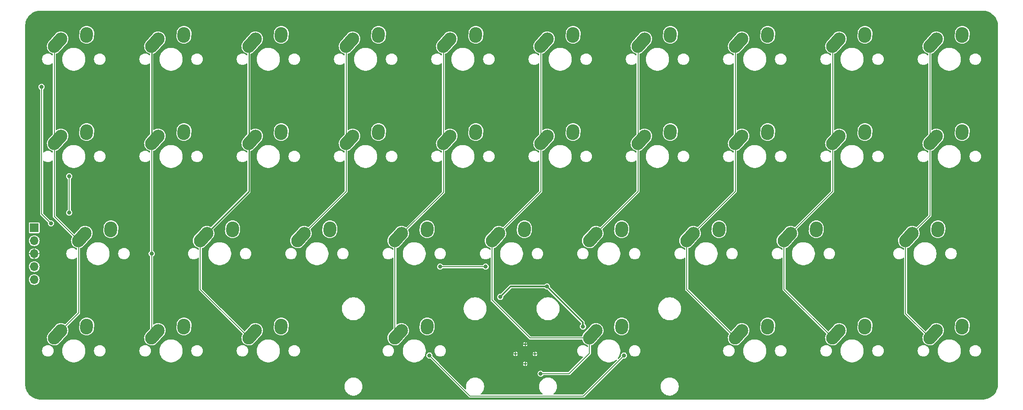
<source format=gtl>
%TF.GenerationSoftware,KiCad,Pcbnew,8.0.5*%
%TF.CreationDate,2024-10-22T20:48:17-04:00*%
%TF.ProjectId,alpha,616c7068-612e-46b6-9963-61645f706362,rev?*%
%TF.SameCoordinates,PX1c62fe0PY650e7e0*%
%TF.FileFunction,Copper,L1,Top*%
%TF.FilePolarity,Positive*%
%FSLAX46Y46*%
G04 Gerber Fmt 4.6, Leading zero omitted, Abs format (unit mm)*
G04 Created by KiCad (PCBNEW 8.0.5) date 2024-10-22 20:48:17*
%MOMM*%
%LPD*%
G01*
G04 APERTURE LIST*
G04 Aperture macros list*
%AMHorizOval*
0 Thick line with rounded ends*
0 $1 width*
0 $2 $3 position (X,Y) of the first rounded end (center of the circle)*
0 $4 $5 position (X,Y) of the second rounded end (center of the circle)*
0 Add line between two ends*
20,1,$1,$2,$3,$4,$5,0*
0 Add two circle primitives to create the rounded ends*
1,1,$1,$2,$3*
1,1,$1,$4,$5*%
G04 Aperture macros list end*
%TA.AperFunction,ComponentPad*%
%ADD10HorizOval,2.500000X0.656270X0.728862X-0.656270X-0.728862X0*%
%TD*%
%TA.AperFunction,ComponentPad*%
%ADD11C,2.500000*%
%TD*%
%TA.AperFunction,ComponentPad*%
%ADD12HorizOval,2.500000X0.020277X0.289981X-0.020277X-0.289981X0*%
%TD*%
%TA.AperFunction,ComponentPad*%
%ADD13R,1.700000X1.700000*%
%TD*%
%TA.AperFunction,ComponentPad*%
%ADD14O,1.700000X1.700000*%
%TD*%
%TA.AperFunction,HeatsinkPad*%
%ADD15C,0.500000*%
%TD*%
%TA.AperFunction,ViaPad*%
%ADD16C,0.800000*%
%TD*%
%TA.AperFunction,Conductor*%
%ADD17C,0.200000*%
%TD*%
%TA.AperFunction,Conductor*%
%ADD18C,0.250000*%
%TD*%
%TA.AperFunction,Conductor*%
%ADD19C,0.300000*%
%TD*%
G04 APERTURE END LIST*
D10*
%TO.P,MX26,1,COL*%
%TO.N,COL 7*%
X130196157Y31843836D03*
D11*
X130849888Y32574976D03*
D12*
%TO.P,MX26,2,ROW*%
%TO.N,Net-(D26-A)*%
X135869889Y33364976D03*
%TD*%
D10*
%TO.P,MX27,1,COL*%
%TO.N,COL 8*%
X149246141Y31843836D03*
D11*
X149899872Y32574976D03*
D12*
%TO.P,MX27,2,ROW*%
%TO.N,Net-(D27-A)*%
X154919873Y33364976D03*
%TD*%
D10*
%TO.P,MX10,1,COL*%
%TO.N,COL 9*%
X177821118Y69943803D03*
D11*
X178474849Y70674943D03*
D12*
%TO.P,MX10,2,ROW*%
%TO.N,Net-(D10-A)*%
X183494850Y71464943D03*
%TD*%
D10*
%TO.P,MX36,1,COL*%
%TO.N,COL 9*%
X177821117Y12793852D03*
D11*
X178474848Y13524992D03*
D12*
%TO.P,MX36,2,ROW*%
%TO.N,Net-(D36-A)*%
X183494849Y14314992D03*
%TD*%
D10*
%TO.P,MX32,1,COL*%
%TO.N,COL 4*%
X73046205Y12793852D03*
D11*
X73699936Y13524992D03*
D12*
%TO.P,MX32,2,ROW*%
%TO.N,Net-(D32-A)*%
X78719937Y14314992D03*
%TD*%
D10*
%TO.P,MX2,1,COL*%
%TO.N,COL 1*%
X25421245Y69943803D03*
D11*
X26074976Y70674943D03*
D12*
%TO.P,MX2,2,ROW*%
%TO.N,Net-(D2-A)*%
X31094977Y71464943D03*
%TD*%
D10*
%TO.P,MX20,1,COL*%
%TO.N,COL 0*%
X11113909Y31843836D03*
D11*
X11767640Y32574976D03*
D12*
%TO.P,MX20,2,ROW*%
%TO.N,Net-(D20-A)*%
X16787640Y33364976D03*
%TD*%
D10*
%TO.P,MX11,1,COL*%
%TO.N,COL 0*%
X6371261Y50893821D03*
D11*
X7024992Y51624961D03*
D12*
%TO.P,MX11,2,ROW*%
%TO.N,Net-(D11-A)*%
X12044993Y52414961D03*
%TD*%
D10*
%TO.P,MX24,1,COL*%
%TO.N,COL 5*%
X92096189Y31843835D03*
D11*
X92749920Y32574975D03*
D12*
%TO.P,MX24,2,ROW*%
%TO.N,Net-(D24-A)*%
X97769921Y33364975D03*
%TD*%
D10*
%TO.P,MX34,1,COL*%
%TO.N,COL 7*%
X139721148Y12793852D03*
D11*
X140374879Y13524992D03*
D12*
%TO.P,MX34,2,ROW*%
%TO.N,Net-(D34-A)*%
X145394880Y14314992D03*
%TD*%
D10*
%TO.P,MX19,1,COL*%
%TO.N,COL 9*%
X177821117Y50893820D03*
D11*
X178474848Y51624960D03*
D12*
%TO.P,MX19,2,ROW*%
%TO.N,Net-(D19-A)*%
X183494849Y52414960D03*
%TD*%
D10*
%TO.P,MX22,1,COL*%
%TO.N,COL 3*%
X53996221Y31843835D03*
D11*
X54649952Y32574975D03*
D12*
%TO.P,MX22,2,ROW*%
%TO.N,Net-(D22-A)*%
X59669953Y33364975D03*
%TD*%
D10*
%TO.P,MX23,1,COL*%
%TO.N,COL 4*%
X73046205Y31843835D03*
D11*
X73699936Y32574975D03*
D12*
%TO.P,MX23,2,ROW*%
%TO.N,Net-(D23-A)*%
X78719937Y33364975D03*
%TD*%
D10*
%TO.P,MX3,1,COL*%
%TO.N,COL 2*%
X44471228Y69943803D03*
D11*
X45124959Y70674943D03*
D12*
%TO.P,MX3,2,ROW*%
%TO.N,Net-(D3-A)*%
X50144960Y71464943D03*
%TD*%
D10*
%TO.P,MX30,1,COL*%
%TO.N,COL 1*%
X25421245Y12793852D03*
D11*
X26074976Y13524992D03*
D12*
%TO.P,MX30,2,ROW*%
%TO.N,Net-(D30-A)*%
X31094977Y14314992D03*
%TD*%
D10*
%TO.P,MX15,1,COL*%
%TO.N,COL 4*%
X82571197Y50893821D03*
D11*
X83224928Y51624961D03*
D12*
%TO.P,MX15,2,ROW*%
%TO.N,Net-(D15-A)*%
X88244929Y52414961D03*
%TD*%
D10*
%TO.P,MX1,1,COL*%
%TO.N,COL 0*%
X6371261Y69943803D03*
D11*
X7024992Y70674943D03*
D12*
%TO.P,MX1,2,ROW*%
%TO.N,Net-(D1-A)*%
X12044993Y71464943D03*
%TD*%
D10*
%TO.P,MX4,1,COL*%
%TO.N,COL 3*%
X63521212Y69943803D03*
D11*
X64174943Y70674943D03*
D12*
%TO.P,MX4,2,ROW*%
%TO.N,Net-(D4-A)*%
X69194944Y71464943D03*
%TD*%
D10*
%TO.P,MX6,1,COL*%
%TO.N,COL 5*%
X101621181Y69943803D03*
D11*
X102274912Y70674943D03*
D12*
%TO.P,MX6,2,ROW*%
%TO.N,Net-(D6-A)*%
X107294913Y71464943D03*
%TD*%
D10*
%TO.P,MX5,1,COL*%
%TO.N,COL 4*%
X82571197Y69943803D03*
D11*
X83224928Y70674943D03*
D12*
%TO.P,MX5,2,ROW*%
%TO.N,Net-(D5-A)*%
X88244929Y71464943D03*
%TD*%
D10*
%TO.P,MX14,1,COL*%
%TO.N,COL 3*%
X63521213Y50893821D03*
D11*
X64174944Y51624961D03*
D12*
%TO.P,MX14,2,ROW*%
%TO.N,Net-(D14-A)*%
X69194945Y52414961D03*
%TD*%
D10*
%TO.P,MX35,1,COL*%
%TO.N,COL 8*%
X158771133Y12793852D03*
D11*
X159424864Y13524992D03*
D12*
%TO.P,MX35,2,ROW*%
%TO.N,Net-(D35-A)*%
X164444865Y14314992D03*
%TD*%
D10*
%TO.P,MX8,1,COL*%
%TO.N,COL 7*%
X139721149Y69943803D03*
D11*
X140374880Y70674943D03*
D12*
%TO.P,MX8,2,ROW*%
%TO.N,Net-(D8-A)*%
X145394881Y71464943D03*
%TD*%
D10*
%TO.P,MX7,1,COL*%
%TO.N,COL 6*%
X120671165Y69943803D03*
D11*
X121324896Y70674943D03*
D12*
%TO.P,MX7,2,ROW*%
%TO.N,Net-(D7-A)*%
X126344897Y71464943D03*
%TD*%
D10*
%TO.P,MX16,1,COL*%
%TO.N,COL 5*%
X101621180Y50893820D03*
D11*
X102274911Y51624960D03*
D12*
%TO.P,MX16,2,ROW*%
%TO.N,Net-(D16-A)*%
X107294912Y52414960D03*
%TD*%
D10*
%TO.P,MX12,1,COL*%
%TO.N,COL 1*%
X25421245Y50893820D03*
D11*
X26074976Y51624960D03*
D12*
%TO.P,MX12,2,ROW*%
%TO.N,Net-(D12-A)*%
X31094977Y52414960D03*
%TD*%
D10*
%TO.P,MX28,1,COL*%
%TO.N,COL 9*%
X173058621Y31843836D03*
D11*
X173712352Y32574976D03*
D12*
%TO.P,MX28,2,ROW*%
%TO.N,Net-(D28-A)*%
X178732352Y33364976D03*
%TD*%
D10*
%TO.P,MX9,1,COL*%
%TO.N,COL 8*%
X158771133Y69943803D03*
D11*
X159424864Y70674943D03*
D12*
%TO.P,MX9,2,ROW*%
%TO.N,Net-(D9-A)*%
X164444865Y71464943D03*
%TD*%
D10*
%TO.P,MX21,1,COL*%
%TO.N,COL 2*%
X34946237Y31843836D03*
D11*
X35599968Y32574976D03*
D12*
%TO.P,MX21,2,ROW*%
%TO.N,Net-(D21-A)*%
X40619969Y33364976D03*
%TD*%
D10*
%TO.P,MX29,1,COL*%
%TO.N,COL 0*%
X6371261Y12793852D03*
D11*
X7024992Y13524992D03*
D12*
%TO.P,MX29,2,ROW*%
%TO.N,Net-(D29-A)*%
X12044993Y14314992D03*
%TD*%
D10*
%TO.P,MX33,1,COL*%
%TO.N,COL 5*%
X111146173Y12793852D03*
D11*
X111799904Y13524992D03*
D12*
%TO.P,MX33,2,ROW*%
%TO.N,Net-(D33-A)*%
X116819905Y14314992D03*
%TD*%
D10*
%TO.P,MX31,1,COL*%
%TO.N,COL 2*%
X44471229Y12793852D03*
D11*
X45124960Y13524992D03*
D12*
%TO.P,MX31,2,ROW*%
%TO.N,Net-(D31-A)*%
X50144961Y14314992D03*
%TD*%
D10*
%TO.P,MX17,1,COL*%
%TO.N,COL 6*%
X120671165Y50893820D03*
D11*
X121324896Y51624960D03*
D12*
%TO.P,MX17,2,ROW*%
%TO.N,Net-(D17-A)*%
X126344897Y52414960D03*
%TD*%
D10*
%TO.P,MX13,1,COL*%
%TO.N,COL 2*%
X44471229Y50893820D03*
D11*
X45124960Y51624960D03*
D12*
%TO.P,MX13,2,ROW*%
%TO.N,Net-(D13-A)*%
X50144961Y52414960D03*
%TD*%
D10*
%TO.P,MX25,1,COL*%
%TO.N,COL 6*%
X111146173Y31843836D03*
D11*
X111799904Y32574976D03*
D12*
%TO.P,MX25,2,ROW*%
%TO.N,Net-(D25-A)*%
X116819905Y33364976D03*
%TD*%
D10*
%TO.P,MX37,1,COL*%
%TO.N,COL 8*%
X158771133Y50893820D03*
D11*
X159424864Y51624960D03*
D12*
%TO.P,MX37,2,ROW*%
%TO.N,Net-(D37-A)*%
X164444865Y52414960D03*
%TD*%
D10*
%TO.P,MX18,1,COL*%
%TO.N,COL 7*%
X139721149Y50893820D03*
D11*
X140374880Y51624960D03*
D12*
%TO.P,MX18,2,ROW*%
%TO.N,Net-(D18-A)*%
X145394881Y52414960D03*
%TD*%
D13*
%TO.P,J2,1,Pin_1*%
%TO.N,+3V3*%
X1785936Y33649975D03*
D14*
%TO.P,J2,2,Pin_2*%
%TO.N,RESET*%
X1785936Y31109975D03*
%TO.P,J2,3,Pin_3*%
%TO.N,GND*%
X1785936Y28569976D03*
%TO.P,J2,4,Pin_4*%
%TO.N,SWDIO*%
X1785936Y26029975D03*
%TO.P,J2,5,Pin_5*%
%TO.N,SWCLK*%
X1785936Y23489975D03*
%TD*%
D15*
%TO.P,U1,57,GND*%
%TO.N,GND*%
X97928824Y7020491D03*
X99838012Y8929679D03*
X96019636Y8929679D03*
X97928824Y10838867D03*
%TD*%
D16*
%TO.N,ROW 0*%
X3219993Y61262913D03*
X5060152Y34528096D03*
%TO.N,ROW 1*%
X8632024Y36611688D03*
X8632024Y43755432D03*
%TO.N,ROW 2*%
X90189768Y26032007D03*
X81260088Y26032007D03*
%TO.N,ROW 3*%
X117276464Y8632023D03*
X79176496Y8632023D03*
%TO.N,COL 1*%
X24764976Y28574976D03*
%TO.N,COL 5*%
X100949823Y5060151D03*
%TO.N,GND*%
X96142888Y19347640D03*
X72925720Y39290592D03*
X123056146Y10006239D03*
X74116344Y39290592D03*
X129356144Y10006239D03*
X61143697Y10006239D03*
X64293696Y11906240D03*
X67443695Y10006239D03*
X94356952Y17561703D03*
X116085840Y18752328D03*
X95249920Y18454671D03*
X88999144Y11608584D03*
X90189768Y11608584D03*
X114895216Y18752328D03*
X126206144Y11906240D03*
%TO.N,+3V3*%
X109239752Y14287487D03*
X93017253Y20092027D03*
X102203081Y22133617D03*
%TD*%
D17*
%TO.N,ROW 0*%
X3219993Y36368255D02*
X3219993Y61262913D01*
X5060152Y34528096D02*
X3219993Y36368255D01*
%TO.N,ROW 1*%
X8632024Y43755432D02*
X8632024Y36611688D01*
%TO.N,ROW 2*%
X90189768Y26032007D02*
X81260088Y26032007D01*
%TO.N,ROW 3*%
X87142528Y665991D02*
X109310432Y665991D01*
X79176496Y8632023D02*
X87142528Y665991D01*
X109310432Y665991D02*
X117276464Y8632023D01*
%TO.N,COL 0*%
X5714992Y50164961D02*
X5714992Y35857624D01*
X5714992Y69214943D02*
X5714992Y50164961D01*
X10457640Y16957640D02*
X7024992Y13524992D01*
X10457640Y31114976D02*
X10457640Y16957640D01*
X5714992Y35857624D02*
X10457640Y31114976D01*
%TO.N,COL 1*%
X24764976Y50164960D02*
X24764976Y28574976D01*
X24764976Y28574976D02*
X24764976Y12064992D01*
D18*
X24764976Y69214943D02*
X24764976Y50164960D01*
%TO.N,COL 2*%
X43814960Y40789968D02*
X35599968Y32574976D01*
D17*
X34289968Y21589984D02*
X43814960Y12064992D01*
D18*
X43814960Y50164960D02*
X43814960Y40789968D01*
X43814960Y69214942D02*
X43814960Y50164960D01*
D17*
X34289968Y31114976D02*
X34289968Y21589984D01*
%TO.N,COL 3*%
X62864943Y69214943D02*
X62864943Y50164962D01*
X62864944Y50164961D02*
X62864944Y40789967D01*
X62864944Y40789967D02*
X54649952Y32574975D01*
%TO.N,COL 4*%
X81914928Y50164961D02*
X81914928Y40639967D01*
X81914928Y40639967D02*
X72389936Y31114975D01*
X72389936Y31114975D02*
X72389936Y12064992D01*
X81914928Y69214943D02*
X81914928Y50164961D01*
%TO.N,COL 5*%
X106487476Y5060151D02*
X100949823Y5060151D01*
X110489904Y12064991D02*
X110489904Y9062579D01*
X98863713Y12064992D02*
X110489904Y12064992D01*
X100964911Y69214942D02*
X100964911Y50164960D01*
X110489904Y9062579D02*
X106487476Y5060151D01*
X91439920Y19488785D02*
X98863713Y12064992D01*
X100964911Y40789966D02*
X92749920Y32574975D01*
X100964911Y50164960D02*
X100964911Y40789966D01*
X91439920Y31114975D02*
X91439920Y19488785D01*
%TO.N,COL 6*%
X120014896Y69214943D02*
X120014896Y50164960D01*
X120014896Y40789968D02*
X111799904Y32574976D01*
X120014896Y50164960D02*
X120014896Y40789968D01*
%TO.N,COL 7*%
X139064880Y40789968D02*
X130849888Y32574976D01*
X139064880Y50164960D02*
X139064880Y40789968D01*
X129539888Y21589983D02*
X139064879Y12064992D01*
X139064880Y69214943D02*
X139064880Y50164960D01*
X129539888Y31114976D02*
X129539888Y21589983D01*
%TO.N,COL 8*%
X158114864Y40789968D02*
X149899872Y32574976D01*
X158114864Y69214943D02*
X158114864Y50164960D01*
X158114864Y50164960D02*
X158114864Y40789968D01*
X148589872Y21589984D02*
X158114864Y12064992D01*
X148589872Y31114976D02*
X148589872Y21589984D01*
%TO.N,COL 9*%
X177164848Y50164960D02*
X177164848Y36027472D01*
X177164848Y69214942D02*
X177164848Y50164960D01*
X177164848Y36027472D02*
X173712352Y32574976D01*
X172402352Y31114976D02*
X172402352Y16827488D01*
X172402352Y16827488D02*
X177164848Y12064992D01*
D19*
%TO.N,+3V3*%
X109239752Y15096946D02*
X109239752Y14287487D01*
X95058843Y22133617D02*
X102203081Y22133617D01*
X102203081Y22133617D02*
X109239752Y15096946D01*
X93017253Y20092027D02*
X95058843Y22133617D01*
%TD*%
%TA.AperFunction,Conductor*%
%TO.N,GND*%
G36*
X187523959Y76199926D02*
G01*
X187685424Y76197786D01*
X187695160Y76197176D01*
X188016777Y76160940D01*
X188027692Y76159085D01*
X188342560Y76087219D01*
X188353223Y76084147D01*
X188658058Y75977482D01*
X188668308Y75973236D01*
X188959285Y75833108D01*
X188968994Y75827742D01*
X189105722Y75741830D01*
X189242446Y75655920D01*
X189251501Y75649495D01*
X189503994Y75448137D01*
X189512272Y75440739D01*
X189740628Y75212380D01*
X189748026Y75204102D01*
X189949385Y74951601D01*
X189955809Y74942546D01*
X190127625Y74669097D01*
X190132988Y74659393D01*
X190273115Y74368409D01*
X190277360Y74358159D01*
X190384022Y74053323D01*
X190387095Y74042655D01*
X190458951Y73727807D01*
X190460811Y73716862D01*
X190497040Y73395267D01*
X190497653Y73385519D01*
X190499831Y73224044D01*
X190499840Y73222709D01*
X190499840Y2977232D01*
X190499831Y2975894D01*
X190497649Y2814418D01*
X190497036Y2804672D01*
X190460803Y2483080D01*
X190458943Y2472135D01*
X190387083Y2157290D01*
X190384010Y2146622D01*
X190277348Y1841791D01*
X190273099Y1831533D01*
X190132980Y1540573D01*
X190127610Y1530857D01*
X189955788Y1257401D01*
X189949363Y1248347D01*
X189748019Y995869D01*
X189740622Y987590D01*
X189512249Y759217D01*
X189503970Y751820D01*
X189251492Y550476D01*
X189242438Y544051D01*
X188968983Y372228D01*
X188959266Y366858D01*
X188668305Y226739D01*
X188658048Y222490D01*
X188353216Y115827D01*
X188342549Y112754D01*
X188027705Y40893D01*
X188016759Y39033D01*
X187695168Y2800D01*
X187685420Y2187D01*
X187523947Y8D01*
X187522611Y-1D01*
X2977228Y-1D01*
X2975893Y8D01*
X2814421Y2186D01*
X2804672Y2799D01*
X2483083Y39033D01*
X2472137Y40893D01*
X2157284Y112756D01*
X2146616Y115830D01*
X1841801Y222490D01*
X1831544Y226738D01*
X1540572Y366863D01*
X1530856Y372233D01*
X1257409Y544051D01*
X1248354Y550476D01*
X995869Y751827D01*
X987591Y759224D01*
X759225Y987590D01*
X751828Y995868D01*
X699581Y1061383D01*
X633670Y1144033D01*
X550477Y1248354D01*
X544052Y1257409D01*
X474890Y1367480D01*
X372229Y1530864D01*
X366862Y1540576D01*
X361350Y1552021D01*
X226739Y1831545D01*
X222493Y1841798D01*
X115832Y2146619D01*
X112758Y2157287D01*
X40895Y2472144D01*
X39036Y2483088D01*
X19520Y2656299D01*
X62519186Y2656299D01*
X62519186Y2423685D01*
X62549549Y2193062D01*
X62600757Y2001952D01*
X62609752Y1968382D01*
X62609756Y1968369D01*
X62698769Y1753471D01*
X62698771Y1753466D01*
X62741456Y1679534D01*
X62815078Y1552018D01*
X62861020Y1492145D01*
X62956678Y1367480D01*
X62956680Y1367478D01*
X62956684Y1367473D01*
X63121167Y1202990D01*
X63121171Y1202987D01*
X63121173Y1202985D01*
X63198001Y1144033D01*
X63305712Y1061384D01*
X63406436Y1003231D01*
X63467959Y967710D01*
X63507161Y945077D01*
X63722068Y856060D01*
X63946756Y795855D01*
X64177379Y765492D01*
X64177380Y765492D01*
X64409992Y765492D01*
X64409993Y765492D01*
X64640616Y795855D01*
X64865304Y856060D01*
X65080211Y945077D01*
X65281660Y1061384D01*
X65466205Y1202990D01*
X65630688Y1367473D01*
X65772294Y1552018D01*
X65888601Y1753467D01*
X65977618Y1968374D01*
X66037823Y2193062D01*
X66068186Y2423685D01*
X66068186Y2656299D01*
X66037823Y2886922D01*
X65977618Y3111610D01*
X65888601Y3326517D01*
X65772294Y3527966D01*
X65630688Y3712511D01*
X65466205Y3876994D01*
X65466200Y3876998D01*
X65466198Y3877000D01*
X65281657Y4018602D01*
X65080212Y4134907D01*
X65080207Y4134909D01*
X64865309Y4223922D01*
X64865308Y4223923D01*
X64865304Y4223924D01*
X64640616Y4284129D01*
X64640611Y4284130D01*
X64640610Y4284130D01*
X64409993Y4314492D01*
X64177379Y4314492D01*
X64177378Y4314492D01*
X63946761Y4284130D01*
X63946758Y4284130D01*
X63946756Y4284129D01*
X63782278Y4240058D01*
X63722075Y4223926D01*
X63722062Y4223922D01*
X63507164Y4134909D01*
X63507159Y4134907D01*
X63305714Y4018602D01*
X63121173Y3877000D01*
X62956678Y3712505D01*
X62815076Y3527964D01*
X62698771Y3326519D01*
X62698769Y3326514D01*
X62609756Y3111616D01*
X62609754Y3111610D01*
X62549549Y2886922D01*
X62519186Y2656299D01*
X19520Y2656299D01*
X2803Y2804662D01*
X2189Y2814411D01*
X9Y2975893D01*
X0Y2977229D01*
X0Y9613575D01*
X3319493Y9613575D01*
X3319493Y9436410D01*
X3347206Y9261440D01*
X3401950Y9092952D01*
X3482373Y8935112D01*
X3482379Y8935102D01*
X3586510Y8791778D01*
X3711779Y8666509D01*
X3855103Y8562378D01*
X4012951Y8481950D01*
X4181438Y8427206D01*
X4245477Y8417063D01*
X4356411Y8399492D01*
X4356414Y8399492D01*
X4533575Y8399492D01*
X4621060Y8413349D01*
X4708548Y8427206D01*
X4877035Y8481950D01*
X5034883Y8562378D01*
X5178207Y8666509D01*
X5303476Y8791778D01*
X5407607Y8935102D01*
X5488035Y9092950D01*
X5542779Y9261437D01*
X5570493Y9436413D01*
X5570493Y9613571D01*
X5570493Y9613575D01*
X5561160Y9672498D01*
X7274492Y9672498D01*
X7274492Y9377486D01*
X7312999Y9084999D01*
X7353228Y8934863D01*
X7389353Y8800039D01*
X7502245Y8527493D01*
X7502247Y8527489D01*
X7502249Y8527485D01*
X7616738Y8329184D01*
X7649756Y8271995D01*
X7829340Y8037957D01*
X7829342Y8037955D01*
X7829346Y8037950D01*
X8037950Y7829346D01*
X8037954Y7829343D01*
X8037956Y7829341D01*
X8084175Y7793876D01*
X8271998Y7649754D01*
X8527485Y7502249D01*
X8800040Y7389353D01*
X9084999Y7312999D01*
X9377486Y7274492D01*
X9377487Y7274492D01*
X9672497Y7274492D01*
X9672498Y7274492D01*
X9964985Y7312999D01*
X10249944Y7389353D01*
X10522499Y7502249D01*
X10777986Y7649754D01*
X11012034Y7829346D01*
X11220638Y8037950D01*
X11400230Y8271998D01*
X11547735Y8527485D01*
X11660631Y8800040D01*
X11736985Y9084999D01*
X11775492Y9377486D01*
X11775492Y9613575D01*
X13479491Y9613575D01*
X13479491Y9436410D01*
X13507204Y9261440D01*
X13561948Y9092952D01*
X13642371Y8935112D01*
X13642377Y8935102D01*
X13746508Y8791778D01*
X13871777Y8666509D01*
X14015101Y8562378D01*
X14172949Y8481950D01*
X14341436Y8427206D01*
X14405475Y8417063D01*
X14516409Y8399492D01*
X14516412Y8399492D01*
X14693573Y8399492D01*
X14781058Y8413349D01*
X14868546Y8427206D01*
X15037033Y8481950D01*
X15194881Y8562378D01*
X15338205Y8666509D01*
X15463474Y8791778D01*
X15567605Y8935102D01*
X15648033Y9092950D01*
X15702777Y9261437D01*
X15730491Y9436413D01*
X15730491Y9613571D01*
X15730491Y9613575D01*
X22369477Y9613575D01*
X22369477Y9436410D01*
X22397190Y9261440D01*
X22451934Y9092952D01*
X22532357Y8935112D01*
X22532363Y8935102D01*
X22636494Y8791778D01*
X22761763Y8666509D01*
X22905087Y8562378D01*
X23062935Y8481950D01*
X23231422Y8427206D01*
X23295461Y8417063D01*
X23406395Y8399492D01*
X23406398Y8399492D01*
X23583559Y8399492D01*
X23671044Y8413349D01*
X23758532Y8427206D01*
X23927019Y8481950D01*
X24084867Y8562378D01*
X24228191Y8666509D01*
X24353460Y8791778D01*
X24457591Y8935102D01*
X24538019Y9092950D01*
X24592763Y9261437D01*
X24620477Y9436413D01*
X24620477Y9613571D01*
X24620477Y9613575D01*
X24611144Y9672498D01*
X26324476Y9672498D01*
X26324476Y9377486D01*
X26362983Y9084999D01*
X26403212Y8934863D01*
X26439337Y8800039D01*
X26552229Y8527493D01*
X26552231Y8527489D01*
X26552233Y8527485D01*
X26666722Y8329184D01*
X26699740Y8271995D01*
X26879324Y8037957D01*
X26879326Y8037955D01*
X26879330Y8037950D01*
X27087934Y7829346D01*
X27087938Y7829343D01*
X27087940Y7829341D01*
X27134159Y7793876D01*
X27321982Y7649754D01*
X27577469Y7502249D01*
X27850024Y7389353D01*
X28134983Y7312999D01*
X28427470Y7274492D01*
X28427471Y7274492D01*
X28722481Y7274492D01*
X28722482Y7274492D01*
X29014969Y7312999D01*
X29299928Y7389353D01*
X29572483Y7502249D01*
X29827970Y7649754D01*
X30062018Y7829346D01*
X30270622Y8037950D01*
X30450214Y8271998D01*
X30597719Y8527485D01*
X30710615Y8800040D01*
X30786969Y9084999D01*
X30825476Y9377486D01*
X30825476Y9613575D01*
X32529475Y9613575D01*
X32529475Y9436410D01*
X32557188Y9261440D01*
X32611932Y9092952D01*
X32692355Y8935112D01*
X32692361Y8935102D01*
X32796492Y8791778D01*
X32921761Y8666509D01*
X33065085Y8562378D01*
X33222933Y8481950D01*
X33391420Y8427206D01*
X33455459Y8417063D01*
X33566393Y8399492D01*
X33566396Y8399492D01*
X33743557Y8399492D01*
X33831042Y8413349D01*
X33918530Y8427206D01*
X34087017Y8481950D01*
X34244865Y8562378D01*
X34388189Y8666509D01*
X34513458Y8791778D01*
X34617589Y8935102D01*
X34698017Y9092950D01*
X34752761Y9261437D01*
X34780475Y9436413D01*
X34780475Y9613571D01*
X34780475Y9613575D01*
X41419461Y9613575D01*
X41419461Y9436410D01*
X41447174Y9261440D01*
X41501918Y9092952D01*
X41582341Y8935112D01*
X41582347Y8935102D01*
X41686478Y8791778D01*
X41811747Y8666509D01*
X41955071Y8562378D01*
X42112919Y8481950D01*
X42281406Y8427206D01*
X42345445Y8417063D01*
X42456379Y8399492D01*
X42456382Y8399492D01*
X42633543Y8399492D01*
X42721028Y8413349D01*
X42808516Y8427206D01*
X42977003Y8481950D01*
X43134851Y8562378D01*
X43278175Y8666509D01*
X43403444Y8791778D01*
X43507575Y8935102D01*
X43588003Y9092950D01*
X43642747Y9261437D01*
X43670461Y9436413D01*
X43670461Y9613571D01*
X43670461Y9613575D01*
X43661128Y9672498D01*
X45374460Y9672498D01*
X45374460Y9377486D01*
X45412967Y9084999D01*
X45453196Y8934863D01*
X45489321Y8800039D01*
X45602213Y8527493D01*
X45602215Y8527489D01*
X45602217Y8527485D01*
X45716706Y8329184D01*
X45749724Y8271995D01*
X45929308Y8037957D01*
X45929310Y8037955D01*
X45929314Y8037950D01*
X46137918Y7829346D01*
X46137922Y7829343D01*
X46137924Y7829341D01*
X46184143Y7793876D01*
X46371966Y7649754D01*
X46627453Y7502249D01*
X46900008Y7389353D01*
X47184967Y7312999D01*
X47477454Y7274492D01*
X47477455Y7274492D01*
X47772465Y7274492D01*
X47772466Y7274492D01*
X48064953Y7312999D01*
X48349912Y7389353D01*
X48622467Y7502249D01*
X48877954Y7649754D01*
X49112002Y7829346D01*
X49320606Y8037950D01*
X49500198Y8271998D01*
X49647703Y8527485D01*
X49760599Y8800040D01*
X49836953Y9084999D01*
X49875460Y9377486D01*
X49875460Y9613575D01*
X51579459Y9613575D01*
X51579459Y9436410D01*
X51607172Y9261440D01*
X51661916Y9092952D01*
X51742339Y8935112D01*
X51742345Y8935102D01*
X51846476Y8791778D01*
X51971745Y8666509D01*
X52115069Y8562378D01*
X52272917Y8481950D01*
X52441404Y8427206D01*
X52505443Y8417063D01*
X52616377Y8399492D01*
X52616380Y8399492D01*
X52793541Y8399492D01*
X52881026Y8413349D01*
X52968514Y8427206D01*
X53137001Y8481950D01*
X53294849Y8562378D01*
X53438173Y8666509D01*
X53563442Y8791778D01*
X53667573Y8935102D01*
X53748001Y9092950D01*
X53802745Y9261437D01*
X53830459Y9436413D01*
X53830459Y9613571D01*
X53830459Y9613575D01*
X69994437Y9613575D01*
X69994437Y9436410D01*
X70022150Y9261440D01*
X70076894Y9092952D01*
X70157317Y8935112D01*
X70157323Y8935102D01*
X70261454Y8791778D01*
X70386723Y8666509D01*
X70530047Y8562378D01*
X70687895Y8481950D01*
X70856382Y8427206D01*
X70920421Y8417063D01*
X71031355Y8399492D01*
X71031358Y8399492D01*
X71208519Y8399492D01*
X71296004Y8413349D01*
X71383492Y8427206D01*
X71551979Y8481950D01*
X71709827Y8562378D01*
X71853151Y8666509D01*
X71978420Y8791778D01*
X72082551Y8935102D01*
X72162979Y9092950D01*
X72217723Y9261437D01*
X72245437Y9436413D01*
X72245437Y9613571D01*
X72245437Y9613575D01*
X72236104Y9672498D01*
X73949436Y9672498D01*
X73949436Y9377486D01*
X73987943Y9084999D01*
X74028172Y8934863D01*
X74064297Y8800039D01*
X74177189Y8527493D01*
X74177191Y8527489D01*
X74177193Y8527485D01*
X74291682Y8329184D01*
X74324700Y8271995D01*
X74504284Y8037957D01*
X74504286Y8037955D01*
X74504290Y8037950D01*
X74712894Y7829346D01*
X74712898Y7829343D01*
X74712900Y7829341D01*
X74759119Y7793876D01*
X74946942Y7649754D01*
X75202429Y7502249D01*
X75474984Y7389353D01*
X75759943Y7312999D01*
X76052430Y7274492D01*
X76052431Y7274492D01*
X76347441Y7274492D01*
X76347442Y7274492D01*
X76639929Y7312999D01*
X76924888Y7389353D01*
X77197443Y7502249D01*
X77452930Y7649754D01*
X77686978Y7829346D01*
X77895582Y8037950D01*
X78075174Y8271998D01*
X78222679Y8527485D01*
X78265980Y8632024D01*
X78570814Y8632024D01*
X78570814Y8632023D01*
X78591451Y8475265D01*
X78591453Y8475257D01*
X78651958Y8329185D01*
X78651958Y8329184D01*
X78695841Y8271995D01*
X78748214Y8203741D01*
X78873655Y8107487D01*
X79019734Y8046979D01*
X79137305Y8031501D01*
X79176495Y8026341D01*
X79176496Y8026341D01*
X79287780Y8040992D01*
X79347939Y8029842D01*
X79370705Y8012843D01*
X86902068Y481480D01*
X86902067Y481480D01*
X86958017Y425531D01*
X87026535Y385972D01*
X87026539Y385970D01*
X87102963Y365492D01*
X87102965Y365491D01*
X87102966Y365491D01*
X109349995Y365491D01*
X109349995Y365492D01*
X109426421Y385970D01*
X109494943Y425531D01*
X109550892Y481480D01*
X111725710Y2656299D01*
X124431654Y2656299D01*
X124431654Y2423685D01*
X124462017Y2193062D01*
X124513225Y2001952D01*
X124522220Y1968382D01*
X124522224Y1968369D01*
X124611237Y1753471D01*
X124611239Y1753466D01*
X124653924Y1679534D01*
X124727546Y1552018D01*
X124773488Y1492145D01*
X124869146Y1367480D01*
X124869148Y1367478D01*
X124869152Y1367473D01*
X125033635Y1202990D01*
X125033639Y1202987D01*
X125033641Y1202985D01*
X125110469Y1144033D01*
X125218180Y1061384D01*
X125318904Y1003231D01*
X125380427Y967710D01*
X125419629Y945077D01*
X125634536Y856060D01*
X125859224Y795855D01*
X126089847Y765492D01*
X126089848Y765492D01*
X126322460Y765492D01*
X126322461Y765492D01*
X126553084Y795855D01*
X126777772Y856060D01*
X126992679Y945077D01*
X127194128Y1061384D01*
X127378673Y1202990D01*
X127543156Y1367473D01*
X127684762Y1552018D01*
X127801069Y1753467D01*
X127890086Y1968374D01*
X127950291Y2193062D01*
X127980654Y2423685D01*
X127980654Y2656299D01*
X127950291Y2886922D01*
X127890086Y3111610D01*
X127801069Y3326517D01*
X127684762Y3527966D01*
X127543156Y3712511D01*
X127378673Y3876994D01*
X127378668Y3876998D01*
X127378666Y3877000D01*
X127194125Y4018602D01*
X126992680Y4134907D01*
X126992675Y4134909D01*
X126777777Y4223922D01*
X126777776Y4223923D01*
X126777772Y4223924D01*
X126553084Y4284129D01*
X126553079Y4284130D01*
X126553078Y4284130D01*
X126322461Y4314492D01*
X126089847Y4314492D01*
X126089846Y4314492D01*
X125859229Y4284130D01*
X125859226Y4284130D01*
X125859224Y4284129D01*
X125694746Y4240058D01*
X125634543Y4223926D01*
X125634530Y4223922D01*
X125419632Y4134909D01*
X125419627Y4134907D01*
X125218182Y4018602D01*
X125033641Y3877000D01*
X124869146Y3712505D01*
X124727544Y3527964D01*
X124611239Y3326519D01*
X124611237Y3326514D01*
X124522224Y3111616D01*
X124522222Y3111610D01*
X124462017Y2886922D01*
X124431654Y2656299D01*
X111725710Y2656299D01*
X117082255Y8012845D01*
X117136770Y8040620D01*
X117165178Y8040992D01*
X117220268Y8033740D01*
X117276463Y8026341D01*
X117276464Y8026341D01*
X117276465Y8026341D01*
X117307816Y8030469D01*
X117433226Y8046979D01*
X117579305Y8107487D01*
X117704746Y8203741D01*
X117801000Y8329182D01*
X117861508Y8475261D01*
X117882146Y8632023D01*
X117861508Y8788785D01*
X117860268Y8791778D01*
X117801001Y8934862D01*
X117801001Y8934863D01*
X117704750Y9060300D01*
X117704749Y9060301D01*
X117704746Y9060305D01*
X117704741Y9060309D01*
X117704740Y9060310D01*
X117579302Y9156561D01*
X117433230Y9217066D01*
X117433222Y9217068D01*
X117276465Y9237705D01*
X117276463Y9237705D01*
X117119705Y9217068D01*
X117119697Y9217066D01*
X116973625Y9156561D01*
X116973624Y9156561D01*
X116848187Y9060310D01*
X116848177Y9060300D01*
X116751926Y8934863D01*
X116751926Y8934862D01*
X116691421Y8788790D01*
X116691419Y8788782D01*
X116670782Y8632024D01*
X116670782Y8632023D01*
X116685432Y8520741D01*
X116674282Y8460580D01*
X116657283Y8437816D01*
X116199991Y7980523D01*
X116145474Y7952745D01*
X116085042Y7962316D01*
X116041777Y8005581D01*
X116032206Y8066013D01*
X116051445Y8110793D01*
X116173531Y8269899D01*
X116175142Y8271998D01*
X116322647Y8527485D01*
X116435543Y8800040D01*
X116511897Y9084999D01*
X116550404Y9377486D01*
X116550404Y9613575D01*
X118254403Y9613575D01*
X118254403Y9436410D01*
X118282116Y9261440D01*
X118336860Y9092952D01*
X118417283Y8935112D01*
X118417289Y8935102D01*
X118521420Y8791778D01*
X118646689Y8666509D01*
X118790013Y8562378D01*
X118947861Y8481950D01*
X119116348Y8427206D01*
X119180387Y8417063D01*
X119291321Y8399492D01*
X119291324Y8399492D01*
X119468485Y8399492D01*
X119555970Y8413349D01*
X119643458Y8427206D01*
X119811945Y8481950D01*
X119969793Y8562378D01*
X120113117Y8666509D01*
X120238386Y8791778D01*
X120342517Y8935102D01*
X120422945Y9092950D01*
X120477689Y9261437D01*
X120505403Y9436413D01*
X120505403Y9613571D01*
X120505403Y9613575D01*
X136669380Y9613575D01*
X136669380Y9436410D01*
X136697093Y9261440D01*
X136751837Y9092952D01*
X136832260Y8935112D01*
X136832266Y8935102D01*
X136936397Y8791778D01*
X137061666Y8666509D01*
X137204990Y8562378D01*
X137362838Y8481950D01*
X137531325Y8427206D01*
X137595364Y8417063D01*
X137706298Y8399492D01*
X137706301Y8399492D01*
X137883462Y8399492D01*
X137970947Y8413349D01*
X138058435Y8427206D01*
X138226922Y8481950D01*
X138384770Y8562378D01*
X138528094Y8666509D01*
X138653363Y8791778D01*
X138757494Y8935102D01*
X138837922Y9092950D01*
X138892666Y9261437D01*
X138920380Y9436413D01*
X138920380Y9613571D01*
X138920380Y9613575D01*
X138911047Y9672498D01*
X140624379Y9672498D01*
X140624379Y9377486D01*
X140662886Y9084999D01*
X140703115Y8934863D01*
X140739240Y8800039D01*
X140852132Y8527493D01*
X140852134Y8527489D01*
X140852136Y8527485D01*
X140966625Y8329184D01*
X140999643Y8271995D01*
X141179227Y8037957D01*
X141179229Y8037955D01*
X141179233Y8037950D01*
X141387837Y7829346D01*
X141387841Y7829343D01*
X141387843Y7829341D01*
X141434062Y7793876D01*
X141621885Y7649754D01*
X141877372Y7502249D01*
X142149927Y7389353D01*
X142434886Y7312999D01*
X142727373Y7274492D01*
X142727374Y7274492D01*
X143022384Y7274492D01*
X143022385Y7274492D01*
X143314872Y7312999D01*
X143599831Y7389353D01*
X143872386Y7502249D01*
X144127873Y7649754D01*
X144361921Y7829346D01*
X144570525Y8037950D01*
X144750117Y8271998D01*
X144897622Y8527485D01*
X145010518Y8800040D01*
X145086872Y9084999D01*
X145125379Y9377486D01*
X145125379Y9613575D01*
X146829378Y9613575D01*
X146829378Y9436410D01*
X146857091Y9261440D01*
X146911835Y9092952D01*
X146992258Y8935112D01*
X146992264Y8935102D01*
X147096395Y8791778D01*
X147221664Y8666509D01*
X147364988Y8562378D01*
X147522836Y8481950D01*
X147691323Y8427206D01*
X147755362Y8417063D01*
X147866296Y8399492D01*
X147866299Y8399492D01*
X148043460Y8399492D01*
X148130945Y8413349D01*
X148218433Y8427206D01*
X148386920Y8481950D01*
X148544768Y8562378D01*
X148688092Y8666509D01*
X148813361Y8791778D01*
X148917492Y8935102D01*
X148997920Y9092950D01*
X149052664Y9261437D01*
X149080378Y9436413D01*
X149080378Y9613571D01*
X149080378Y9613575D01*
X155719365Y9613575D01*
X155719365Y9436410D01*
X155747078Y9261440D01*
X155801822Y9092952D01*
X155882245Y8935112D01*
X155882251Y8935102D01*
X155986382Y8791778D01*
X156111651Y8666509D01*
X156254975Y8562378D01*
X156412823Y8481950D01*
X156581310Y8427206D01*
X156645349Y8417063D01*
X156756283Y8399492D01*
X156756286Y8399492D01*
X156933447Y8399492D01*
X157020932Y8413349D01*
X157108420Y8427206D01*
X157276907Y8481950D01*
X157434755Y8562378D01*
X157578079Y8666509D01*
X157703348Y8791778D01*
X157807479Y8935102D01*
X157887907Y9092950D01*
X157942651Y9261437D01*
X157970365Y9436413D01*
X157970365Y9613571D01*
X157970365Y9613575D01*
X157961032Y9672498D01*
X159674364Y9672498D01*
X159674364Y9377486D01*
X159712871Y9084999D01*
X159753100Y8934863D01*
X159789225Y8800039D01*
X159902117Y8527493D01*
X159902119Y8527489D01*
X159902121Y8527485D01*
X160016610Y8329184D01*
X160049628Y8271995D01*
X160229212Y8037957D01*
X160229214Y8037955D01*
X160229218Y8037950D01*
X160437822Y7829346D01*
X160437826Y7829343D01*
X160437828Y7829341D01*
X160484047Y7793876D01*
X160671870Y7649754D01*
X160927357Y7502249D01*
X161199912Y7389353D01*
X161484871Y7312999D01*
X161777358Y7274492D01*
X161777359Y7274492D01*
X162072369Y7274492D01*
X162072370Y7274492D01*
X162364857Y7312999D01*
X162649816Y7389353D01*
X162922371Y7502249D01*
X163177858Y7649754D01*
X163411906Y7829346D01*
X163620510Y8037950D01*
X163800102Y8271998D01*
X163947607Y8527485D01*
X164060503Y8800040D01*
X164136857Y9084999D01*
X164175364Y9377486D01*
X164175364Y9613575D01*
X165879363Y9613575D01*
X165879363Y9436410D01*
X165907076Y9261440D01*
X165961820Y9092952D01*
X166042243Y8935112D01*
X166042249Y8935102D01*
X166146380Y8791778D01*
X166271649Y8666509D01*
X166414973Y8562378D01*
X166572821Y8481950D01*
X166741308Y8427206D01*
X166805347Y8417063D01*
X166916281Y8399492D01*
X166916284Y8399492D01*
X167093445Y8399492D01*
X167180930Y8413349D01*
X167268418Y8427206D01*
X167436905Y8481950D01*
X167594753Y8562378D01*
X167738077Y8666509D01*
X167863346Y8791778D01*
X167967477Y8935102D01*
X168047905Y9092950D01*
X168102649Y9261437D01*
X168130363Y9436413D01*
X168130363Y9613571D01*
X168130363Y9613575D01*
X174769349Y9613575D01*
X174769349Y9436410D01*
X174797062Y9261440D01*
X174851806Y9092952D01*
X174932229Y8935112D01*
X174932235Y8935102D01*
X175036366Y8791778D01*
X175161635Y8666509D01*
X175304959Y8562378D01*
X175462807Y8481950D01*
X175631294Y8427206D01*
X175695333Y8417063D01*
X175806267Y8399492D01*
X175806270Y8399492D01*
X175983431Y8399492D01*
X176070916Y8413349D01*
X176158404Y8427206D01*
X176326891Y8481950D01*
X176484739Y8562378D01*
X176628063Y8666509D01*
X176753332Y8791778D01*
X176857463Y8935102D01*
X176937891Y9092950D01*
X176992635Y9261437D01*
X177020349Y9436413D01*
X177020349Y9613571D01*
X177020349Y9613575D01*
X177011016Y9672498D01*
X178724348Y9672498D01*
X178724348Y9377486D01*
X178762855Y9084999D01*
X178803084Y8934863D01*
X178839209Y8800039D01*
X178952101Y8527493D01*
X178952103Y8527489D01*
X178952105Y8527485D01*
X179066594Y8329184D01*
X179099612Y8271995D01*
X179279196Y8037957D01*
X179279198Y8037955D01*
X179279202Y8037950D01*
X179487806Y7829346D01*
X179487810Y7829343D01*
X179487812Y7829341D01*
X179534031Y7793876D01*
X179721854Y7649754D01*
X179977341Y7502249D01*
X180249896Y7389353D01*
X180534855Y7312999D01*
X180827342Y7274492D01*
X180827343Y7274492D01*
X181122353Y7274492D01*
X181122354Y7274492D01*
X181414841Y7312999D01*
X181699800Y7389353D01*
X181972355Y7502249D01*
X182227842Y7649754D01*
X182461890Y7829346D01*
X182670494Y8037950D01*
X182850086Y8271998D01*
X182997591Y8527485D01*
X183110487Y8800040D01*
X183186841Y9084999D01*
X183225348Y9377486D01*
X183225348Y9613575D01*
X184929347Y9613575D01*
X184929347Y9436410D01*
X184957060Y9261440D01*
X185011804Y9092952D01*
X185092227Y8935112D01*
X185092233Y8935102D01*
X185196364Y8791778D01*
X185321633Y8666509D01*
X185464957Y8562378D01*
X185622805Y8481950D01*
X185791292Y8427206D01*
X185855331Y8417063D01*
X185966265Y8399492D01*
X185966268Y8399492D01*
X186143429Y8399492D01*
X186230914Y8413349D01*
X186318402Y8427206D01*
X186486889Y8481950D01*
X186644737Y8562378D01*
X186788061Y8666509D01*
X186913330Y8791778D01*
X187017461Y8935102D01*
X187097889Y9092950D01*
X187152633Y9261437D01*
X187180347Y9436413D01*
X187180347Y9613571D01*
X187180347Y9613575D01*
X187152633Y9788545D01*
X187152633Y9788547D01*
X187097889Y9957034D01*
X187017461Y10114882D01*
X186913330Y10258206D01*
X186788061Y10383475D01*
X186644737Y10487606D01*
X186644736Y10487607D01*
X186644734Y10487608D01*
X186486887Y10568035D01*
X186318399Y10622779D01*
X186143429Y10650492D01*
X186143426Y10650492D01*
X185966268Y10650492D01*
X185966265Y10650492D01*
X185791294Y10622779D01*
X185622806Y10568035D01*
X185464959Y10487608D01*
X185321634Y10383476D01*
X185196363Y10258205D01*
X185092231Y10114880D01*
X185011804Y9957033D01*
X184957060Y9788545D01*
X184929347Y9613575D01*
X183225348Y9613575D01*
X183225348Y9672498D01*
X183186841Y9964985D01*
X183110487Y10249944D01*
X182997591Y10522499D01*
X182850086Y10777986D01*
X182726637Y10938867D01*
X182670498Y11012029D01*
X182670497Y11012030D01*
X182670494Y11012034D01*
X182461890Y11220638D01*
X182461885Y11220642D01*
X182461883Y11220644D01*
X182227845Y11400228D01*
X182227842Y11400230D01*
X181972355Y11547735D01*
X181972351Y11547737D01*
X181972347Y11547739D01*
X181699801Y11660631D01*
X181633031Y11678522D01*
X181414841Y11736985D01*
X181414834Y11736986D01*
X181122354Y11775492D01*
X180827342Y11775492D01*
X180827341Y11775492D01*
X180534861Y11736986D01*
X180534859Y11736986D01*
X180534855Y11736985D01*
X180383432Y11696412D01*
X180249894Y11660631D01*
X179977348Y11547739D01*
X179721850Y11400228D01*
X179487812Y11220644D01*
X179487806Y11220639D01*
X179487806Y11220638D01*
X179279202Y11012034D01*
X179279198Y11012030D01*
X179279198Y11012029D01*
X179099612Y10777990D01*
X178952101Y10522492D01*
X178839209Y10249946D01*
X178803428Y10116408D01*
X178762855Y9964985D01*
X178724348Y9672498D01*
X177011016Y9672498D01*
X176992635Y9788545D01*
X176992635Y9788547D01*
X176937891Y9957034D01*
X176857463Y10114882D01*
X176753332Y10258206D01*
X176628063Y10383475D01*
X176484739Y10487606D01*
X176484738Y10487607D01*
X176484736Y10487608D01*
X176326889Y10568035D01*
X176158401Y10622779D01*
X175983431Y10650492D01*
X175983428Y10650492D01*
X175806270Y10650492D01*
X175806267Y10650492D01*
X175631296Y10622779D01*
X175462808Y10568035D01*
X175304961Y10487608D01*
X175161636Y10383476D01*
X175036365Y10258205D01*
X174932233Y10114880D01*
X174851806Y9957033D01*
X174797062Y9788545D01*
X174769349Y9613575D01*
X168130363Y9613575D01*
X168102649Y9788545D01*
X168102649Y9788547D01*
X168047905Y9957034D01*
X167967477Y10114882D01*
X167863346Y10258206D01*
X167738077Y10383475D01*
X167594753Y10487606D01*
X167594752Y10487607D01*
X167594750Y10487608D01*
X167436903Y10568035D01*
X167268415Y10622779D01*
X167093445Y10650492D01*
X167093442Y10650492D01*
X166916284Y10650492D01*
X166916281Y10650492D01*
X166741310Y10622779D01*
X166572822Y10568035D01*
X166414975Y10487608D01*
X166271650Y10383476D01*
X166146379Y10258205D01*
X166042247Y10114880D01*
X165961820Y9957033D01*
X165907076Y9788545D01*
X165879363Y9613575D01*
X164175364Y9613575D01*
X164175364Y9672498D01*
X164136857Y9964985D01*
X164060503Y10249944D01*
X163947607Y10522499D01*
X163800102Y10777986D01*
X163676653Y10938867D01*
X163620514Y11012029D01*
X163620513Y11012030D01*
X163620510Y11012034D01*
X163411906Y11220638D01*
X163411901Y11220642D01*
X163411899Y11220644D01*
X163177861Y11400228D01*
X163177858Y11400230D01*
X162922371Y11547735D01*
X162922367Y11547737D01*
X162922363Y11547739D01*
X162649817Y11660631D01*
X162583047Y11678522D01*
X162364857Y11736985D01*
X162364850Y11736986D01*
X162072370Y11775492D01*
X161777358Y11775492D01*
X161777357Y11775492D01*
X161484877Y11736986D01*
X161484875Y11736986D01*
X161484871Y11736985D01*
X161333448Y11696412D01*
X161199910Y11660631D01*
X160927364Y11547739D01*
X160671866Y11400228D01*
X160437828Y11220644D01*
X160437822Y11220639D01*
X160437822Y11220638D01*
X160229218Y11012034D01*
X160229214Y11012030D01*
X160229214Y11012029D01*
X160049628Y10777990D01*
X159902117Y10522492D01*
X159789225Y10249946D01*
X159753444Y10116408D01*
X159712871Y9964985D01*
X159674364Y9672498D01*
X157961032Y9672498D01*
X157942651Y9788545D01*
X157942651Y9788547D01*
X157887907Y9957034D01*
X157807479Y10114882D01*
X157703348Y10258206D01*
X157578079Y10383475D01*
X157434755Y10487606D01*
X157434754Y10487607D01*
X157434752Y10487608D01*
X157276905Y10568035D01*
X157108417Y10622779D01*
X156933447Y10650492D01*
X156933444Y10650492D01*
X156756286Y10650492D01*
X156756283Y10650492D01*
X156581312Y10622779D01*
X156412824Y10568035D01*
X156254977Y10487608D01*
X156111652Y10383476D01*
X155986381Y10258205D01*
X155882249Y10114880D01*
X155801822Y9957033D01*
X155747078Y9788545D01*
X155719365Y9613575D01*
X149080378Y9613575D01*
X149052664Y9788545D01*
X149052664Y9788547D01*
X148997920Y9957034D01*
X148917492Y10114882D01*
X148813361Y10258206D01*
X148688092Y10383475D01*
X148544768Y10487606D01*
X148544767Y10487607D01*
X148544765Y10487608D01*
X148386918Y10568035D01*
X148218430Y10622779D01*
X148043460Y10650492D01*
X148043457Y10650492D01*
X147866299Y10650492D01*
X147866296Y10650492D01*
X147691325Y10622779D01*
X147522837Y10568035D01*
X147364990Y10487608D01*
X147221665Y10383476D01*
X147096394Y10258205D01*
X146992262Y10114880D01*
X146911835Y9957033D01*
X146857091Y9788545D01*
X146829378Y9613575D01*
X145125379Y9613575D01*
X145125379Y9672498D01*
X145086872Y9964985D01*
X145010518Y10249944D01*
X144897622Y10522499D01*
X144750117Y10777986D01*
X144626668Y10938867D01*
X144570529Y11012029D01*
X144570528Y11012030D01*
X144570525Y11012034D01*
X144361921Y11220638D01*
X144361916Y11220642D01*
X144361914Y11220644D01*
X144127876Y11400228D01*
X144127873Y11400230D01*
X143872386Y11547735D01*
X143872382Y11547737D01*
X143872378Y11547739D01*
X143599832Y11660631D01*
X143533062Y11678522D01*
X143314872Y11736985D01*
X143314865Y11736986D01*
X143022385Y11775492D01*
X142727373Y11775492D01*
X142727372Y11775492D01*
X142434892Y11736986D01*
X142434890Y11736986D01*
X142434886Y11736985D01*
X142283463Y11696412D01*
X142149925Y11660631D01*
X141877379Y11547739D01*
X141621881Y11400228D01*
X141387843Y11220644D01*
X141387837Y11220639D01*
X141387837Y11220638D01*
X141179233Y11012034D01*
X141179229Y11012030D01*
X141179229Y11012029D01*
X140999643Y10777990D01*
X140852132Y10522492D01*
X140739240Y10249946D01*
X140703459Y10116408D01*
X140662886Y9964985D01*
X140624379Y9672498D01*
X138911047Y9672498D01*
X138892666Y9788545D01*
X138892666Y9788547D01*
X138837922Y9957034D01*
X138757494Y10114882D01*
X138653363Y10258206D01*
X138528094Y10383475D01*
X138384770Y10487606D01*
X138384769Y10487607D01*
X138384767Y10487608D01*
X138226920Y10568035D01*
X138058432Y10622779D01*
X137883462Y10650492D01*
X137883459Y10650492D01*
X137706301Y10650492D01*
X137706298Y10650492D01*
X137531327Y10622779D01*
X137362839Y10568035D01*
X137204992Y10487608D01*
X137061667Y10383476D01*
X136936396Y10258205D01*
X136832264Y10114880D01*
X136751837Y9957033D01*
X136697093Y9788545D01*
X136669380Y9613575D01*
X120505403Y9613575D01*
X120477689Y9788545D01*
X120477689Y9788547D01*
X120422945Y9957034D01*
X120342517Y10114882D01*
X120238386Y10258206D01*
X120113117Y10383475D01*
X119969793Y10487606D01*
X119969792Y10487607D01*
X119969790Y10487608D01*
X119811943Y10568035D01*
X119643455Y10622779D01*
X119468485Y10650492D01*
X119468482Y10650492D01*
X119291324Y10650492D01*
X119291321Y10650492D01*
X119116350Y10622779D01*
X118947862Y10568035D01*
X118790015Y10487608D01*
X118646690Y10383476D01*
X118521419Y10258205D01*
X118417287Y10114880D01*
X118336860Y9957033D01*
X118282116Y9788545D01*
X118254403Y9613575D01*
X116550404Y9613575D01*
X116550404Y9672498D01*
X116511897Y9964985D01*
X116435543Y10249944D01*
X116322647Y10522499D01*
X116175142Y10777986D01*
X116051693Y10938867D01*
X115995554Y11012029D01*
X115995553Y11012030D01*
X115995550Y11012034D01*
X115786946Y11220638D01*
X115786941Y11220642D01*
X115786939Y11220644D01*
X115552901Y11400228D01*
X115552898Y11400230D01*
X115297411Y11547735D01*
X115297407Y11547737D01*
X115297403Y11547739D01*
X115024857Y11660631D01*
X114958087Y11678522D01*
X114739897Y11736985D01*
X114739890Y11736986D01*
X114447410Y11775492D01*
X114152398Y11775492D01*
X114152397Y11775492D01*
X113859917Y11736986D01*
X113859915Y11736986D01*
X113859911Y11736985D01*
X113708488Y11696412D01*
X113574950Y11660631D01*
X113302404Y11547739D01*
X113046906Y11400228D01*
X112812868Y11220644D01*
X112812862Y11220639D01*
X112812862Y11220638D01*
X112604258Y11012034D01*
X112604254Y11012030D01*
X112604254Y11012029D01*
X112424668Y10777990D01*
X112277157Y10522492D01*
X112164265Y10249946D01*
X112128484Y10116408D01*
X112087911Y9964985D01*
X112049404Y9672498D01*
X112049404Y9377486D01*
X112087911Y9084999D01*
X112128140Y8934863D01*
X112164265Y8800039D01*
X112277157Y8527493D01*
X112277159Y8527489D01*
X112277161Y8527485D01*
X112391650Y8329184D01*
X112424668Y8271995D01*
X112604252Y8037957D01*
X112604254Y8037955D01*
X112604258Y8037950D01*
X112812862Y7829346D01*
X112812866Y7829343D01*
X112812868Y7829341D01*
X112859087Y7793876D01*
X113046910Y7649754D01*
X113302397Y7502249D01*
X113574952Y7389353D01*
X113859911Y7312999D01*
X114152398Y7274492D01*
X114152399Y7274492D01*
X114447409Y7274492D01*
X114447410Y7274492D01*
X114739897Y7312999D01*
X115024856Y7389353D01*
X115297411Y7502249D01*
X115552898Y7649754D01*
X115714105Y7773454D01*
X115771778Y7793876D01*
X115830444Y7776499D01*
X115867691Y7727957D01*
X115869293Y7666793D01*
X115844374Y7624906D01*
X109214957Y995487D01*
X109160440Y967710D01*
X109144953Y966491D01*
X103549606Y966491D01*
X103491415Y985398D01*
X103455451Y1034898D01*
X103455451Y1096084D01*
X103489339Y1144033D01*
X103566166Y1202985D01*
X103566173Y1202990D01*
X103730656Y1367473D01*
X103872262Y1552018D01*
X103988569Y1753467D01*
X104077586Y1968374D01*
X104137791Y2193062D01*
X104168154Y2423685D01*
X104168154Y2656299D01*
X104137791Y2886922D01*
X104077586Y3111610D01*
X103988569Y3326517D01*
X103872262Y3527966D01*
X103730656Y3712511D01*
X103566173Y3876994D01*
X103566168Y3876998D01*
X103566166Y3877000D01*
X103381625Y4018602D01*
X103180180Y4134907D01*
X103180175Y4134909D01*
X102965277Y4223922D01*
X102965276Y4223923D01*
X102965272Y4223924D01*
X102740584Y4284129D01*
X102740579Y4284130D01*
X102740578Y4284130D01*
X102509961Y4314492D01*
X102277347Y4314492D01*
X102277346Y4314492D01*
X102046729Y4284130D01*
X102046726Y4284130D01*
X102046724Y4284129D01*
X101882246Y4240058D01*
X101822043Y4223926D01*
X101822030Y4223922D01*
X101607132Y4134909D01*
X101607127Y4134907D01*
X101405682Y4018602D01*
X101221141Y3877000D01*
X101056646Y3712505D01*
X100915044Y3527964D01*
X100798739Y3326519D01*
X100798737Y3326514D01*
X100709724Y3111616D01*
X100709722Y3111610D01*
X100649517Y2886922D01*
X100619154Y2656299D01*
X100619154Y2423685D01*
X100649517Y2193062D01*
X100700725Y2001952D01*
X100709720Y1968382D01*
X100709724Y1968369D01*
X100798737Y1753471D01*
X100798739Y1753466D01*
X100841424Y1679534D01*
X100915046Y1552018D01*
X100960988Y1492145D01*
X101056646Y1367480D01*
X101056648Y1367478D01*
X101056652Y1367473D01*
X101221135Y1202990D01*
X101221139Y1202987D01*
X101221141Y1202985D01*
X101297969Y1144033D01*
X101332625Y1093609D01*
X101331024Y1032444D01*
X101293776Y983903D01*
X101237702Y966491D01*
X89262138Y966491D01*
X89203947Y985398D01*
X89167983Y1034898D01*
X89167983Y1096084D01*
X89201871Y1144033D01*
X89278698Y1202985D01*
X89278705Y1202990D01*
X89443188Y1367473D01*
X89584794Y1552018D01*
X89701101Y1753467D01*
X89790118Y1968374D01*
X89850323Y2193062D01*
X89880686Y2423685D01*
X89880686Y2656299D01*
X89850323Y2886922D01*
X89790118Y3111610D01*
X89701101Y3326517D01*
X89584794Y3527966D01*
X89443188Y3712511D01*
X89278705Y3876994D01*
X89278700Y3876998D01*
X89278698Y3877000D01*
X89094157Y4018602D01*
X88892712Y4134907D01*
X88892707Y4134909D01*
X88677809Y4223922D01*
X88677808Y4223923D01*
X88677804Y4223924D01*
X88453116Y4284129D01*
X88453111Y4284130D01*
X88453110Y4284130D01*
X88222493Y4314492D01*
X87989879Y4314492D01*
X87989878Y4314492D01*
X87759261Y4284130D01*
X87759258Y4284130D01*
X87759256Y4284129D01*
X87594778Y4240058D01*
X87534575Y4223926D01*
X87534562Y4223922D01*
X87319664Y4134909D01*
X87319659Y4134907D01*
X87118214Y4018602D01*
X86933673Y3877000D01*
X86769178Y3712505D01*
X86627576Y3527964D01*
X86511271Y3326519D01*
X86511269Y3326514D01*
X86422256Y3111616D01*
X86422254Y3111610D01*
X86362049Y2886922D01*
X86331686Y2656299D01*
X86331686Y2423685D01*
X86362049Y2193062D01*
X86384144Y2110604D01*
X86380941Y2049502D01*
X86342436Y2001952D01*
X86283335Y1986117D01*
X86226214Y2008044D01*
X86218513Y2014977D01*
X81112999Y7120491D01*
X97488575Y7120491D01*
X97816692Y7120491D01*
X97801660Y7105459D01*
X97778824Y7050328D01*
X97778824Y6990654D01*
X97801660Y6935523D01*
X97816692Y6920491D01*
X97488575Y6920491D01*
X97492611Y6892413D01*
X97492612Y6892411D01*
X97546367Y6774702D01*
X97631107Y6676908D01*
X97739964Y6606949D01*
X97739967Y6606948D01*
X97828824Y6580858D01*
X97828824Y6908359D01*
X97843856Y6893327D01*
X97898987Y6870491D01*
X97958661Y6870491D01*
X98013792Y6893327D01*
X98028824Y6908359D01*
X98028824Y6580859D01*
X98117680Y6606948D01*
X98117683Y6606949D01*
X98226540Y6676908D01*
X98311280Y6774702D01*
X98365035Y6892411D01*
X98365036Y6892413D01*
X98369073Y6920491D01*
X98040956Y6920491D01*
X98055988Y6935523D01*
X98078824Y6990654D01*
X98078824Y7050328D01*
X98055988Y7105459D01*
X98040956Y7120491D01*
X98369073Y7120491D01*
X98365036Y7148570D01*
X98365035Y7148572D01*
X98311280Y7266281D01*
X98226540Y7364075D01*
X98117682Y7434035D01*
X98028824Y7460126D01*
X98028824Y7132623D01*
X98013792Y7147655D01*
X97958661Y7170491D01*
X97898987Y7170491D01*
X97843856Y7147655D01*
X97828824Y7132623D01*
X97828824Y7460126D01*
X97828823Y7460126D01*
X97739965Y7434035D01*
X97631107Y7364075D01*
X97546367Y7266281D01*
X97492612Y7148572D01*
X97492611Y7148570D01*
X97488575Y7120491D01*
X81112999Y7120491D01*
X79795676Y8437814D01*
X79767899Y8492331D01*
X79767527Y8520740D01*
X79767528Y8520741D01*
X79782178Y8632023D01*
X79761540Y8788785D01*
X79760300Y8791778D01*
X79701033Y8934862D01*
X79701033Y8934863D01*
X79604782Y9060300D01*
X79604781Y9060301D01*
X79604778Y9060305D01*
X79604773Y9060309D01*
X79604772Y9060310D01*
X79479334Y9156561D01*
X79333262Y9217066D01*
X79333254Y9217068D01*
X79176497Y9237705D01*
X79176495Y9237705D01*
X79019737Y9217068D01*
X79019729Y9217066D01*
X78873657Y9156561D01*
X78873656Y9156561D01*
X78748219Y9060310D01*
X78748209Y9060300D01*
X78651958Y8934863D01*
X78651958Y8934862D01*
X78591453Y8788790D01*
X78591451Y8788782D01*
X78570814Y8632024D01*
X78265980Y8632024D01*
X78335575Y8800040D01*
X78411929Y9084999D01*
X78450436Y9377486D01*
X78450436Y9613575D01*
X80154435Y9613575D01*
X80154435Y9436410D01*
X80182148Y9261440D01*
X80236892Y9092952D01*
X80317315Y8935112D01*
X80317321Y8935102D01*
X80421452Y8791778D01*
X80546721Y8666509D01*
X80690045Y8562378D01*
X80847893Y8481950D01*
X81016380Y8427206D01*
X81080419Y8417063D01*
X81191353Y8399492D01*
X81191356Y8399492D01*
X81368517Y8399492D01*
X81456002Y8413349D01*
X81543490Y8427206D01*
X81711977Y8481950D01*
X81869825Y8562378D01*
X82013149Y8666509D01*
X82138418Y8791778D01*
X82242549Y8935102D01*
X82290739Y9029679D01*
X95579387Y9029679D01*
X95907504Y9029679D01*
X95892472Y9014647D01*
X95869636Y8959516D01*
X95869636Y8899842D01*
X95892472Y8844711D01*
X95907504Y8829679D01*
X95579387Y8829679D01*
X95583423Y8801601D01*
X95583424Y8801599D01*
X95637179Y8683890D01*
X95721919Y8586096D01*
X95830776Y8516137D01*
X95830779Y8516136D01*
X95919636Y8490046D01*
X95919636Y8817547D01*
X95934668Y8802515D01*
X95989799Y8779679D01*
X96049473Y8779679D01*
X96104604Y8802515D01*
X96119636Y8817547D01*
X96119636Y8490047D01*
X96208492Y8516136D01*
X96208495Y8516137D01*
X96317352Y8586096D01*
X96402092Y8683890D01*
X96455847Y8801599D01*
X96455848Y8801601D01*
X96459885Y8829679D01*
X96131768Y8829679D01*
X96146800Y8844711D01*
X96169636Y8899842D01*
X96169636Y8959516D01*
X96146800Y9014647D01*
X96131768Y9029679D01*
X96459885Y9029679D01*
X99397763Y9029679D01*
X99725880Y9029679D01*
X99710848Y9014647D01*
X99688012Y8959516D01*
X99688012Y8899842D01*
X99710848Y8844711D01*
X99725880Y8829679D01*
X99397763Y8829679D01*
X99401799Y8801601D01*
X99401800Y8801599D01*
X99455555Y8683890D01*
X99540295Y8586096D01*
X99649152Y8516137D01*
X99649155Y8516136D01*
X99738012Y8490046D01*
X99738012Y8817547D01*
X99753044Y8802515D01*
X99808175Y8779679D01*
X99867849Y8779679D01*
X99922980Y8802515D01*
X99938012Y8817547D01*
X99938012Y8490047D01*
X100026868Y8516136D01*
X100026871Y8516137D01*
X100135728Y8586096D01*
X100220468Y8683890D01*
X100274223Y8801599D01*
X100274224Y8801601D01*
X100278261Y8829679D01*
X99950144Y8829679D01*
X99965176Y8844711D01*
X99988012Y8899842D01*
X99988012Y8959516D01*
X99965176Y9014647D01*
X99950144Y9029679D01*
X100278261Y9029679D01*
X100274224Y9057758D01*
X100274223Y9057760D01*
X100220468Y9175469D01*
X100135728Y9273263D01*
X100026870Y9343223D01*
X99938012Y9369314D01*
X99938012Y9041811D01*
X99922980Y9056843D01*
X99867849Y9079679D01*
X99808175Y9079679D01*
X99753044Y9056843D01*
X99738012Y9041811D01*
X99738012Y9369314D01*
X99738011Y9369314D01*
X99649153Y9343223D01*
X99540295Y9273263D01*
X99455555Y9175469D01*
X99401800Y9057760D01*
X99401799Y9057758D01*
X99397763Y9029679D01*
X96459885Y9029679D01*
X96455848Y9057758D01*
X96455847Y9057760D01*
X96402092Y9175469D01*
X96317352Y9273263D01*
X96208494Y9343223D01*
X96119636Y9369314D01*
X96119636Y9041811D01*
X96104604Y9056843D01*
X96049473Y9079679D01*
X95989799Y9079679D01*
X95934668Y9056843D01*
X95919636Y9041811D01*
X95919636Y9369314D01*
X95919635Y9369314D01*
X95830777Y9343223D01*
X95721919Y9273263D01*
X95637179Y9175469D01*
X95583424Y9057760D01*
X95583423Y9057758D01*
X95579387Y9029679D01*
X82290739Y9029679D01*
X82322977Y9092950D01*
X82377721Y9261437D01*
X82405435Y9436413D01*
X82405435Y9613571D01*
X82405435Y9613575D01*
X82377721Y9788545D01*
X82377721Y9788547D01*
X82322977Y9957034D01*
X82242549Y10114882D01*
X82138418Y10258206D01*
X82013149Y10383475D01*
X81869825Y10487606D01*
X81869824Y10487607D01*
X81869822Y10487608D01*
X81711975Y10568035D01*
X81543487Y10622779D01*
X81368517Y10650492D01*
X81368514Y10650492D01*
X81191356Y10650492D01*
X81191353Y10650492D01*
X81016382Y10622779D01*
X80847894Y10568035D01*
X80690047Y10487608D01*
X80546722Y10383476D01*
X80421451Y10258205D01*
X80317319Y10114880D01*
X80236892Y9957033D01*
X80182148Y9788545D01*
X80154435Y9613575D01*
X78450436Y9613575D01*
X78450436Y9672498D01*
X78411929Y9964985D01*
X78335575Y10249944D01*
X78222679Y10522499D01*
X78075174Y10777986D01*
X77951725Y10938867D01*
X97488575Y10938867D01*
X97816692Y10938867D01*
X97801660Y10923835D01*
X97778824Y10868704D01*
X97778824Y10809030D01*
X97801660Y10753899D01*
X97816692Y10738867D01*
X97488575Y10738867D01*
X97492611Y10710789D01*
X97492612Y10710787D01*
X97546367Y10593078D01*
X97631107Y10495284D01*
X97739964Y10425325D01*
X97739967Y10425324D01*
X97828824Y10399234D01*
X97828824Y10726735D01*
X97843856Y10711703D01*
X97898987Y10688867D01*
X97958661Y10688867D01*
X98013792Y10711703D01*
X98028824Y10726735D01*
X98028824Y10399235D01*
X98117680Y10425324D01*
X98117683Y10425325D01*
X98226540Y10495284D01*
X98311280Y10593078D01*
X98365035Y10710787D01*
X98365036Y10710789D01*
X98369073Y10738867D01*
X98040956Y10738867D01*
X98055988Y10753899D01*
X98078824Y10809030D01*
X98078824Y10868704D01*
X98055988Y10923835D01*
X98040956Y10938867D01*
X98369073Y10938867D01*
X98365036Y10966946D01*
X98365035Y10966948D01*
X98311280Y11084657D01*
X98226540Y11182451D01*
X98117682Y11252411D01*
X98028824Y11278502D01*
X98028824Y10950999D01*
X98013792Y10966031D01*
X97958661Y10988867D01*
X97898987Y10988867D01*
X97843856Y10966031D01*
X97828824Y10950999D01*
X97828824Y11278502D01*
X97828823Y11278502D01*
X97739965Y11252411D01*
X97631107Y11182451D01*
X97546367Y11084657D01*
X97492612Y10966948D01*
X97492611Y10966946D01*
X97488575Y10938867D01*
X77951725Y10938867D01*
X77895586Y11012029D01*
X77895585Y11012030D01*
X77895582Y11012034D01*
X77686978Y11220638D01*
X77686973Y11220642D01*
X77686971Y11220644D01*
X77452933Y11400228D01*
X77452930Y11400230D01*
X77197443Y11547735D01*
X77197439Y11547737D01*
X77197435Y11547739D01*
X76924889Y11660631D01*
X76858119Y11678522D01*
X76639929Y11736985D01*
X76639922Y11736986D01*
X76347442Y11775492D01*
X76052430Y11775492D01*
X76052429Y11775492D01*
X75759949Y11736986D01*
X75759947Y11736986D01*
X75759943Y11736985D01*
X75608520Y11696412D01*
X75474982Y11660631D01*
X75202436Y11547739D01*
X74946938Y11400228D01*
X74712900Y11220644D01*
X74712894Y11220639D01*
X74712894Y11220638D01*
X74504290Y11012034D01*
X74504286Y11012030D01*
X74504286Y11012029D01*
X74324700Y10777990D01*
X74177189Y10522492D01*
X74064297Y10249946D01*
X74028516Y10116408D01*
X73987943Y9964985D01*
X73949436Y9672498D01*
X72236104Y9672498D01*
X72217723Y9788545D01*
X72217723Y9788547D01*
X72162979Y9957034D01*
X72082551Y10114882D01*
X71978420Y10258206D01*
X71853151Y10383475D01*
X71709827Y10487606D01*
X71709826Y10487607D01*
X71709824Y10487608D01*
X71551977Y10568035D01*
X71383489Y10622779D01*
X71208519Y10650492D01*
X71208516Y10650492D01*
X71031358Y10650492D01*
X71031355Y10650492D01*
X70856384Y10622779D01*
X70687896Y10568035D01*
X70530049Y10487608D01*
X70386724Y10383476D01*
X70261453Y10258205D01*
X70157321Y10114880D01*
X70076894Y9957033D01*
X70022150Y9788545D01*
X69994437Y9613575D01*
X53830459Y9613575D01*
X53802745Y9788545D01*
X53802745Y9788547D01*
X53748001Y9957034D01*
X53667573Y10114882D01*
X53563442Y10258206D01*
X53438173Y10383475D01*
X53294849Y10487606D01*
X53294848Y10487607D01*
X53294846Y10487608D01*
X53136999Y10568035D01*
X52968511Y10622779D01*
X52793541Y10650492D01*
X52793538Y10650492D01*
X52616380Y10650492D01*
X52616377Y10650492D01*
X52441406Y10622779D01*
X52272918Y10568035D01*
X52115071Y10487608D01*
X51971746Y10383476D01*
X51846475Y10258205D01*
X51742343Y10114880D01*
X51661916Y9957033D01*
X51607172Y9788545D01*
X51579459Y9613575D01*
X49875460Y9613575D01*
X49875460Y9672498D01*
X49836953Y9964985D01*
X49760599Y10249944D01*
X49647703Y10522499D01*
X49500198Y10777986D01*
X49376749Y10938867D01*
X49320610Y11012029D01*
X49320609Y11012030D01*
X49320606Y11012034D01*
X49112002Y11220638D01*
X49111997Y11220642D01*
X49111995Y11220644D01*
X48877957Y11400228D01*
X48877954Y11400230D01*
X48622467Y11547735D01*
X48622463Y11547737D01*
X48622459Y11547739D01*
X48349913Y11660631D01*
X48283143Y11678522D01*
X48064953Y11736985D01*
X48064946Y11736986D01*
X47772466Y11775492D01*
X47477454Y11775492D01*
X47477453Y11775492D01*
X47184973Y11736986D01*
X47184971Y11736986D01*
X47184967Y11736985D01*
X47033544Y11696412D01*
X46900006Y11660631D01*
X46627460Y11547739D01*
X46371962Y11400228D01*
X46137924Y11220644D01*
X46137918Y11220639D01*
X46137918Y11220638D01*
X45929314Y11012034D01*
X45929310Y11012030D01*
X45929310Y11012029D01*
X45749724Y10777990D01*
X45602213Y10522492D01*
X45489321Y10249946D01*
X45453540Y10116408D01*
X45412967Y9964985D01*
X45374460Y9672498D01*
X43661128Y9672498D01*
X43642747Y9788545D01*
X43642747Y9788547D01*
X43588003Y9957034D01*
X43507575Y10114882D01*
X43403444Y10258206D01*
X43278175Y10383475D01*
X43134851Y10487606D01*
X43134850Y10487607D01*
X43134848Y10487608D01*
X42977001Y10568035D01*
X42808513Y10622779D01*
X42633543Y10650492D01*
X42633540Y10650492D01*
X42456382Y10650492D01*
X42456379Y10650492D01*
X42281408Y10622779D01*
X42112920Y10568035D01*
X41955073Y10487608D01*
X41811748Y10383476D01*
X41686477Y10258205D01*
X41582345Y10114880D01*
X41501918Y9957033D01*
X41447174Y9788545D01*
X41419461Y9613575D01*
X34780475Y9613575D01*
X34752761Y9788545D01*
X34752761Y9788547D01*
X34698017Y9957034D01*
X34617589Y10114882D01*
X34513458Y10258206D01*
X34388189Y10383475D01*
X34244865Y10487606D01*
X34244864Y10487607D01*
X34244862Y10487608D01*
X34087015Y10568035D01*
X33918527Y10622779D01*
X33743557Y10650492D01*
X33743554Y10650492D01*
X33566396Y10650492D01*
X33566393Y10650492D01*
X33391422Y10622779D01*
X33222934Y10568035D01*
X33065087Y10487608D01*
X32921762Y10383476D01*
X32796491Y10258205D01*
X32692359Y10114880D01*
X32611932Y9957033D01*
X32557188Y9788545D01*
X32529475Y9613575D01*
X30825476Y9613575D01*
X30825476Y9672498D01*
X30786969Y9964985D01*
X30710615Y10249944D01*
X30597719Y10522499D01*
X30450214Y10777986D01*
X30326765Y10938867D01*
X30270626Y11012029D01*
X30270625Y11012030D01*
X30270622Y11012034D01*
X30062018Y11220638D01*
X30062013Y11220642D01*
X30062011Y11220644D01*
X29827973Y11400228D01*
X29827970Y11400230D01*
X29572483Y11547735D01*
X29572479Y11547737D01*
X29572475Y11547739D01*
X29299929Y11660631D01*
X29233159Y11678522D01*
X29014969Y11736985D01*
X29014962Y11736986D01*
X28722482Y11775492D01*
X28427470Y11775492D01*
X28427469Y11775492D01*
X28134989Y11736986D01*
X28134987Y11736986D01*
X28134983Y11736985D01*
X27983560Y11696412D01*
X27850022Y11660631D01*
X27577476Y11547739D01*
X27321978Y11400228D01*
X27087940Y11220644D01*
X27087934Y11220639D01*
X27087934Y11220638D01*
X26879330Y11012034D01*
X26879326Y11012030D01*
X26879326Y11012029D01*
X26699740Y10777990D01*
X26552229Y10522492D01*
X26439337Y10249946D01*
X26403556Y10116408D01*
X26362983Y9964985D01*
X26324476Y9672498D01*
X24611144Y9672498D01*
X24592763Y9788545D01*
X24592763Y9788547D01*
X24538019Y9957034D01*
X24457591Y10114882D01*
X24353460Y10258206D01*
X24228191Y10383475D01*
X24084867Y10487606D01*
X24084866Y10487607D01*
X24084864Y10487608D01*
X23927017Y10568035D01*
X23758529Y10622779D01*
X23583559Y10650492D01*
X23583556Y10650492D01*
X23406398Y10650492D01*
X23406395Y10650492D01*
X23231424Y10622779D01*
X23062936Y10568035D01*
X22905089Y10487608D01*
X22761764Y10383476D01*
X22636493Y10258205D01*
X22532361Y10114880D01*
X22451934Y9957033D01*
X22397190Y9788545D01*
X22369477Y9613575D01*
X15730491Y9613575D01*
X15702777Y9788545D01*
X15702777Y9788547D01*
X15648033Y9957034D01*
X15567605Y10114882D01*
X15463474Y10258206D01*
X15338205Y10383475D01*
X15194881Y10487606D01*
X15194880Y10487607D01*
X15194878Y10487608D01*
X15037031Y10568035D01*
X14868543Y10622779D01*
X14693573Y10650492D01*
X14693570Y10650492D01*
X14516412Y10650492D01*
X14516409Y10650492D01*
X14341438Y10622779D01*
X14172950Y10568035D01*
X14015103Y10487608D01*
X13871778Y10383476D01*
X13746507Y10258205D01*
X13642375Y10114880D01*
X13561948Y9957033D01*
X13507204Y9788545D01*
X13479491Y9613575D01*
X11775492Y9613575D01*
X11775492Y9672498D01*
X11736985Y9964985D01*
X11660631Y10249944D01*
X11547735Y10522499D01*
X11400230Y10777986D01*
X11276781Y10938867D01*
X11220642Y11012029D01*
X11220641Y11012030D01*
X11220638Y11012034D01*
X11012034Y11220638D01*
X11012029Y11220642D01*
X11012027Y11220644D01*
X10777989Y11400228D01*
X10777986Y11400230D01*
X10522499Y11547735D01*
X10522495Y11547737D01*
X10522491Y11547739D01*
X10249945Y11660631D01*
X10183175Y11678522D01*
X9964985Y11736985D01*
X9964978Y11736986D01*
X9672498Y11775492D01*
X9377486Y11775492D01*
X9377485Y11775492D01*
X9085005Y11736986D01*
X9085003Y11736986D01*
X9084999Y11736985D01*
X8933576Y11696412D01*
X8800038Y11660631D01*
X8527492Y11547739D01*
X8271994Y11400228D01*
X8037956Y11220644D01*
X8037950Y11220639D01*
X8037950Y11220638D01*
X7829346Y11012034D01*
X7829342Y11012030D01*
X7829342Y11012029D01*
X7649756Y10777990D01*
X7502245Y10522492D01*
X7389353Y10249946D01*
X7353572Y10116408D01*
X7312999Y9964985D01*
X7274492Y9672498D01*
X5561160Y9672498D01*
X5542779Y9788545D01*
X5542779Y9788547D01*
X5488035Y9957034D01*
X5407607Y10114882D01*
X5303476Y10258206D01*
X5178207Y10383475D01*
X5034883Y10487606D01*
X5034882Y10487607D01*
X5034880Y10487608D01*
X4877033Y10568035D01*
X4708545Y10622779D01*
X4533575Y10650492D01*
X4533572Y10650492D01*
X4356414Y10650492D01*
X4356411Y10650492D01*
X4181440Y10622779D01*
X4012952Y10568035D01*
X3855105Y10487608D01*
X3711780Y10383476D01*
X3586509Y10258205D01*
X3482377Y10114880D01*
X3401950Y9957033D01*
X3347206Y9788545D01*
X3319493Y9613575D01*
X0Y9613575D01*
X0Y23489979D01*
X730353Y23489979D01*
X730353Y23489972D01*
X750634Y23284046D01*
X750635Y23284041D01*
X810704Y23086021D01*
X908252Y22903523D01*
X1039521Y22743571D01*
X1039526Y22743565D01*
X1039531Y22743561D01*
X1199483Y22612292D01*
X1199484Y22612292D01*
X1199486Y22612290D01*
X1381982Y22514743D01*
X1482944Y22484117D01*
X1580001Y22454675D01*
X1580006Y22454674D01*
X1785933Y22434392D01*
X1785936Y22434392D01*
X1785939Y22434392D01*
X1991865Y22454674D01*
X1991870Y22454675D01*
X2189890Y22514743D01*
X2372386Y22612290D01*
X2532346Y22743565D01*
X2663621Y22903525D01*
X2761168Y23086021D01*
X2821236Y23284041D01*
X2821237Y23284046D01*
X2841519Y23489972D01*
X2841519Y23489979D01*
X2821237Y23695905D01*
X2821236Y23695910D01*
X2803014Y23755978D01*
X2761168Y23893929D01*
X2663621Y24076425D01*
X2532346Y24236385D01*
X2532340Y24236390D01*
X2372388Y24367659D01*
X2189890Y24465207D01*
X1991870Y24525276D01*
X1991865Y24525277D01*
X1785939Y24545558D01*
X1785933Y24545558D01*
X1580006Y24525277D01*
X1580001Y24525276D01*
X1381981Y24465207D01*
X1199483Y24367659D01*
X1039531Y24236390D01*
X1039521Y24236380D01*
X908252Y24076428D01*
X810704Y23893930D01*
X750635Y23695910D01*
X750634Y23695905D01*
X730353Y23489979D01*
X0Y23489979D01*
X0Y26029979D01*
X730353Y26029979D01*
X730353Y26029972D01*
X750634Y25824046D01*
X750635Y25824041D01*
X810704Y25626021D01*
X908252Y25443523D01*
X1039521Y25283571D01*
X1039526Y25283565D01*
X1039531Y25283561D01*
X1199483Y25152292D01*
X1199484Y25152292D01*
X1199486Y25152290D01*
X1381982Y25054743D01*
X1519933Y25012897D01*
X1580001Y24994675D01*
X1580006Y24994674D01*
X1785933Y24974392D01*
X1785936Y24974392D01*
X1785939Y24974392D01*
X1991865Y24994674D01*
X1991870Y24994675D01*
X2189890Y25054743D01*
X2372386Y25152290D01*
X2532346Y25283565D01*
X2663621Y25443525D01*
X2761168Y25626021D01*
X2821236Y25824041D01*
X2821237Y25824046D01*
X2841519Y26029972D01*
X2841519Y26029979D01*
X2821237Y26235905D01*
X2821236Y26235910D01*
X2794370Y26324476D01*
X2761168Y26433929D01*
X2663621Y26616425D01*
X2663108Y26617050D01*
X2532350Y26776380D01*
X2532346Y26776385D01*
X2406908Y26879329D01*
X2372388Y26907659D01*
X2189890Y27005207D01*
X1991870Y27065276D01*
X1991865Y27065277D01*
X1785939Y27085558D01*
X1785933Y27085558D01*
X1580006Y27065277D01*
X1580001Y27065276D01*
X1381981Y27005207D01*
X1199483Y26907659D01*
X1039531Y26776390D01*
X1039521Y26776380D01*
X908252Y26616428D01*
X810704Y26433930D01*
X750635Y26235910D01*
X750634Y26235905D01*
X730353Y26029979D01*
X0Y26029979D01*
X0Y28669977D01*
X740703Y28669977D01*
X740704Y28669976D01*
X1295093Y28669976D01*
X1285936Y28635802D01*
X1285936Y28504150D01*
X1295093Y28469976D01*
X740703Y28469976D01*
X751126Y28364145D01*
X751127Y28364140D01*
X811168Y28166214D01*
X811170Y28166209D01*
X908660Y27983816D01*
X908667Y27983806D01*
X1039876Y27823926D01*
X1039885Y27823917D01*
X1199765Y27692708D01*
X1199775Y27692701D01*
X1382168Y27595211D01*
X1382173Y27595209D01*
X1580102Y27535168D01*
X1685934Y27524745D01*
X1685936Y27524746D01*
X1685936Y28079134D01*
X1720110Y28069976D01*
X1851762Y28069976D01*
X1885936Y28079134D01*
X1885936Y27524746D01*
X1885937Y27524745D01*
X1991769Y27535168D01*
X2189698Y27595209D01*
X2189703Y27595211D01*
X2372096Y27692701D01*
X2372106Y27692708D01*
X2531986Y27823917D01*
X2531995Y27823926D01*
X2663204Y27983806D01*
X2663211Y27983816D01*
X2760701Y28166209D01*
X2760703Y28166214D01*
X2820744Y28364140D01*
X2820745Y28364145D01*
X2831168Y28469976D01*
X2276779Y28469976D01*
X2285936Y28504150D01*
X2285936Y28635802D01*
X2276779Y28669976D01*
X2831168Y28669976D01*
X2831168Y28669977D01*
X2820745Y28775808D01*
X2820744Y28775813D01*
X2760703Y28973739D01*
X2760701Y28973744D01*
X2663211Y29156137D01*
X2663204Y29156147D01*
X2531995Y29316027D01*
X2531986Y29316036D01*
X2372106Y29447245D01*
X2372096Y29447252D01*
X2189703Y29544742D01*
X2189698Y29544744D01*
X1991772Y29604785D01*
X1991767Y29604786D01*
X1885936Y29615209D01*
X1885936Y29060819D01*
X1851762Y29069976D01*
X1720110Y29069976D01*
X1685936Y29060819D01*
X1685936Y29615209D01*
X1685935Y29615209D01*
X1580104Y29604786D01*
X1580099Y29604785D01*
X1382173Y29544744D01*
X1382168Y29544742D01*
X1199775Y29447252D01*
X1199765Y29447245D01*
X1039885Y29316036D01*
X1039876Y29316027D01*
X908667Y29156147D01*
X908660Y29156137D01*
X811170Y28973744D01*
X811168Y28973739D01*
X751127Y28775813D01*
X751126Y28775808D01*
X740703Y28669977D01*
X0Y28669977D01*
X0Y31109979D01*
X730353Y31109979D01*
X730353Y31109972D01*
X750634Y30904046D01*
X750635Y30904041D01*
X810704Y30706021D01*
X908252Y30523523D01*
X968415Y30450214D01*
X1039526Y30363565D01*
X1039531Y30363561D01*
X1199483Y30232292D01*
X1199484Y30232292D01*
X1199486Y30232290D01*
X1381982Y30134743D01*
X1519933Y30092897D01*
X1580001Y30074675D01*
X1580006Y30074674D01*
X1785933Y30054392D01*
X1785936Y30054392D01*
X1785939Y30054392D01*
X1991865Y30074674D01*
X1991870Y30074675D01*
X2189890Y30134743D01*
X2372386Y30232290D01*
X2532346Y30363565D01*
X2663621Y30523525D01*
X2761168Y30706021D01*
X2821236Y30904041D01*
X2821237Y30904046D01*
X2841519Y31109972D01*
X2841519Y31109979D01*
X2821237Y31315905D01*
X2821236Y31315910D01*
X2801757Y31380124D01*
X2761168Y31513929D01*
X2663621Y31696425D01*
X2663619Y31696428D01*
X2663615Y31696433D01*
X2532350Y31856380D01*
X2532346Y31856385D01*
X2532340Y31856390D01*
X2372388Y31987659D01*
X2189890Y32085207D01*
X1991870Y32145276D01*
X1991865Y32145277D01*
X1785939Y32165558D01*
X1785933Y32165558D01*
X1580006Y32145277D01*
X1580001Y32145276D01*
X1381981Y32085207D01*
X1199483Y31987659D01*
X1039531Y31856390D01*
X1039521Y31856380D01*
X908257Y31696433D01*
X908252Y31696428D01*
X810704Y31513930D01*
X750635Y31315910D01*
X750634Y31315905D01*
X730353Y31109979D01*
X0Y31109979D01*
X0Y34519722D01*
X735436Y34519722D01*
X735436Y32780229D01*
X735437Y32780217D01*
X747068Y32721748D01*
X747069Y32721744D01*
X791384Y32655423D01*
X857705Y32611108D01*
X902167Y32602264D01*
X916177Y32599477D01*
X916182Y32599477D01*
X916188Y32599475D01*
X916189Y32599475D01*
X2655683Y32599475D01*
X2655684Y32599475D01*
X2714167Y32611108D01*
X2780488Y32655423D01*
X2824803Y32721744D01*
X2836436Y32780227D01*
X2836436Y34519723D01*
X2836299Y34520410D01*
X2833647Y34533744D01*
X2824803Y34578206D01*
X2780488Y34644527D01*
X2745675Y34667789D01*
X2714169Y34688841D01*
X2714167Y34688842D01*
X2714164Y34688843D01*
X2714163Y34688843D01*
X2655694Y34700474D01*
X2655684Y34700475D01*
X916188Y34700475D01*
X916187Y34700475D01*
X916177Y34700474D01*
X857708Y34688843D01*
X857702Y34688841D01*
X791387Y34644530D01*
X791381Y34644524D01*
X747070Y34578209D01*
X747068Y34578203D01*
X735437Y34519734D01*
X735436Y34519722D01*
X0Y34519722D01*
X0Y61262914D01*
X2614311Y61262914D01*
X2614311Y61262913D01*
X2634948Y61106155D01*
X2634950Y61106147D01*
X2695455Y60960075D01*
X2695455Y60960074D01*
X2695457Y60960072D01*
X2791711Y60834631D01*
X2791715Y60834628D01*
X2791716Y60834627D01*
X2880760Y60766301D01*
X2915416Y60715876D01*
X2919493Y60687759D01*
X2919493Y36328691D01*
X2939971Y36252267D01*
X2939972Y36252266D01*
X2971484Y36197686D01*
X2971485Y36197682D01*
X2971486Y36197682D01*
X2979530Y36183748D01*
X2979531Y36183747D01*
X2979533Y36183744D01*
X4016000Y35147277D01*
X4440971Y34722306D01*
X4468748Y34667789D01*
X4469120Y34639381D01*
X4454470Y34528098D01*
X4454470Y34528096D01*
X4475107Y34371338D01*
X4475109Y34371330D01*
X4535614Y34225258D01*
X4535614Y34225257D01*
X4618964Y34116633D01*
X4631870Y34099814D01*
X4757311Y34003560D01*
X4757312Y34003560D01*
X4757313Y34003559D01*
X4869852Y33956944D01*
X4903390Y33943052D01*
X5002781Y33929967D01*
X5060151Y33922414D01*
X5060152Y33922414D01*
X5060153Y33922414D01*
X5091504Y33926542D01*
X5216914Y33943052D01*
X5362993Y34003560D01*
X5488434Y34099814D01*
X5584688Y34225255D01*
X5645196Y34371334D01*
X5665834Y34528096D01*
X5645196Y34684858D01*
X5584689Y34830935D01*
X5584689Y34830936D01*
X5488438Y34956373D01*
X5488437Y34956374D01*
X5488434Y34956378D01*
X5488429Y34956382D01*
X5488428Y34956383D01*
X5386293Y35034753D01*
X5362993Y35052632D01*
X5362992Y35052633D01*
X5362990Y35052634D01*
X5216918Y35113139D01*
X5216910Y35113141D01*
X5060153Y35133778D01*
X5060150Y35133778D01*
X4948867Y35119128D01*
X4888707Y35130278D01*
X4865942Y35147277D01*
X3549489Y36463730D01*
X3521712Y36518247D01*
X3520493Y36533734D01*
X3520493Y46718757D01*
X3539400Y46776948D01*
X3588900Y46812912D01*
X3650086Y46812912D01*
X3689494Y46788763D01*
X3711779Y46766478D01*
X3855103Y46662347D01*
X4012951Y46581919D01*
X4181438Y46527175D01*
X4251428Y46516090D01*
X4356411Y46499461D01*
X4356414Y46499461D01*
X4533575Y46499461D01*
X4621060Y46513318D01*
X4708548Y46527175D01*
X4877035Y46581919D01*
X5034883Y46662347D01*
X5178207Y46766478D01*
X5245490Y46833762D01*
X5300005Y46861537D01*
X5360437Y46851966D01*
X5403702Y46808701D01*
X5414492Y46763756D01*
X5414492Y35818062D01*
X5434971Y35741635D01*
X5443437Y35726972D01*
X5474532Y35673113D01*
X7340880Y33806765D01*
X9185060Y31962585D01*
X9212837Y31908068D01*
X9203266Y31847636D01*
X9198086Y31838664D01*
X9178971Y31809230D01*
X9086110Y31600661D01*
X9086109Y31600661D01*
X9027017Y31380123D01*
X9003152Y31153055D01*
X9003152Y31153054D01*
X9015100Y30925070D01*
X9015101Y30925068D01*
X9015101Y30925065D01*
X9015102Y30925060D01*
X9044454Y30786969D01*
X9062570Y30701736D01*
X9102497Y30597722D01*
X9144391Y30488587D01*
X9258547Y30290861D01*
X9258548Y30290860D01*
X9258552Y30290854D01*
X9258553Y30290853D01*
X9402230Y30113428D01*
X9402232Y30113427D01*
X9402233Y30113425D01*
X9571894Y29960661D01*
X9571896Y29960660D01*
X9571900Y29960656D01*
X9763381Y29836308D01*
X9971952Y29743446D01*
X9971952Y29743445D01*
X9971953Y29743445D01*
X9971955Y29743444D01*
X10083764Y29713485D01*
X10135077Y29680162D01*
X10157004Y29623041D01*
X10157140Y29617859D01*
X10157140Y29436180D01*
X10138233Y29377989D01*
X10088733Y29342025D01*
X10027547Y29342025D01*
X9988138Y29366175D01*
X9920854Y29433459D01*
X9777530Y29537590D01*
X9777529Y29537591D01*
X9777527Y29537592D01*
X9619680Y29618019D01*
X9451192Y29672763D01*
X9276222Y29700476D01*
X9276219Y29700476D01*
X9099061Y29700476D01*
X9099058Y29700476D01*
X8924087Y29672763D01*
X8755599Y29618019D01*
X8597752Y29537592D01*
X8454427Y29433460D01*
X8329156Y29308189D01*
X8225024Y29164864D01*
X8144597Y29007017D01*
X8089853Y28838529D01*
X8062140Y28663559D01*
X8062140Y28486394D01*
X8089853Y28311424D01*
X8144597Y28142936D01*
X8218140Y27998599D01*
X8225026Y27985086D01*
X8329157Y27841762D01*
X8454426Y27716493D01*
X8597750Y27612362D01*
X8755598Y27531934D01*
X8924085Y27477190D01*
X8994075Y27466105D01*
X9099058Y27449476D01*
X9099061Y27449476D01*
X9276222Y27449476D01*
X9363707Y27463333D01*
X9451195Y27477190D01*
X9619682Y27531934D01*
X9777530Y27612362D01*
X9920854Y27716493D01*
X9988138Y27783778D01*
X10042653Y27811553D01*
X10103085Y27801982D01*
X10146350Y27758717D01*
X10157140Y27713772D01*
X10157140Y17123120D01*
X10138233Y17064929D01*
X10128144Y17053116D01*
X7872219Y14797192D01*
X7817702Y14769415D01*
X7757270Y14778986D01*
X7748301Y14784165D01*
X7721790Y14801381D01*
X7721787Y14801383D01*
X7681547Y14819299D01*
X7674709Y14822665D01*
X7609648Y14857874D01*
X7549359Y14878572D01*
X7541261Y14881757D01*
X7513215Y14894244D01*
X7513216Y14894244D01*
X7513211Y14894246D01*
X7486775Y14901329D01*
X7473175Y14904973D01*
X7466665Y14906960D01*
X7382292Y14935926D01*
X7321699Y14946037D01*
X7312375Y14948059D01*
X7292681Y14953336D01*
X7292680Y14953337D01*
X7292673Y14953338D01*
X7255884Y14957205D01*
X7249941Y14958012D01*
X7145185Y14975492D01*
X7145184Y14975492D01*
X7087059Y14975492D01*
X7076714Y14976034D01*
X7065618Y14977200D01*
X7065612Y14977201D01*
X7035622Y14975628D01*
X7030440Y14975492D01*
X6904798Y14975492D01*
X6851607Y14966617D01*
X6840513Y14965404D01*
X6837629Y14965253D01*
X6837612Y14965251D01*
X6818513Y14961193D01*
X6814238Y14960382D01*
X6667689Y14935926D01*
X6620321Y14919664D01*
X6616318Y14918384D01*
X6614294Y14917785D01*
X6611247Y14916615D01*
X6607934Y14915411D01*
X6546278Y14894244D01*
X6440336Y14857874D01*
X6440334Y14857874D01*
X6440331Y14857872D01*
X6228924Y14743464D01*
X6228921Y14743462D01*
X6039231Y14595820D01*
X6039225Y14595815D01*
X5876425Y14418968D01*
X5864068Y14400054D01*
X5854761Y14387961D01*
X4560677Y12950735D01*
X4560672Y12950728D01*
X4436324Y12759247D01*
X4343462Y12550677D01*
X4343461Y12550677D01*
X4284369Y12330139D01*
X4260504Y12103071D01*
X4260504Y12103070D01*
X4272452Y11875086D01*
X4272453Y11875084D01*
X4272453Y11875081D01*
X4272454Y11875076D01*
X4319922Y11651752D01*
X4401743Y11438603D01*
X4515899Y11240877D01*
X4515901Y11240874D01*
X4515904Y11240870D01*
X4593418Y11145149D01*
X4659582Y11063444D01*
X4659584Y11063443D01*
X4659585Y11063441D01*
X4767769Y10966031D01*
X4829252Y10910672D01*
X5020733Y10786324D01*
X5229304Y10693462D01*
X5229304Y10693461D01*
X5229305Y10693461D01*
X5229307Y10693460D01*
X5449841Y10634368D01*
X5676904Y10610504D01*
X5676908Y10610505D01*
X5676910Y10610504D01*
X5676911Y10610504D01*
X5904895Y10622452D01*
X5904896Y10622453D01*
X5904905Y10622453D01*
X6128229Y10669921D01*
X6341378Y10751742D01*
X6539104Y10865898D01*
X6716537Y11009581D01*
X8181849Y12636976D01*
X8187200Y12645215D01*
X8261253Y12759247D01*
X8306198Y12828456D01*
X8399061Y13037031D01*
X8458153Y13257565D01*
X8482017Y13484628D01*
X8480469Y13514162D01*
X8480573Y13520896D01*
X8480463Y13520896D01*
X8480463Y13524988D01*
X8479057Y13541951D01*
X8478855Y13544948D01*
X8477892Y13563333D01*
X8470068Y13712628D01*
X8462928Y13746221D01*
X8461103Y13758629D01*
X8460612Y13764557D01*
X8451241Y13801558D01*
X8450374Y13805281D01*
X8438913Y13859201D01*
X8422600Y13935953D01*
X8408862Y13971738D01*
X8405316Y13982912D01*
X8401602Y13997583D01*
X8395142Y14012310D01*
X10569786Y14012310D01*
X10589684Y13784869D01*
X10644920Y13563333D01*
X10734129Y13353169D01*
X10793871Y13257565D01*
X10855118Y13159551D01*
X11004905Y12987241D01*
X11076250Y12927375D01*
X11179800Y12840486D01*
X11179802Y12840485D01*
X11179803Y12840484D01*
X11375507Y12722894D01*
X11587195Y12637366D01*
X11809658Y12586007D01*
X12037415Y12570081D01*
X12264860Y12589980D01*
X12486392Y12645215D01*
X12696556Y12734424D01*
X12890176Y12855413D01*
X13062486Y13005200D01*
X13209243Y13180098D01*
X13326833Y13375802D01*
X13412361Y13587490D01*
X13463720Y13809953D01*
X13520200Y14617672D01*
X13500301Y14845117D01*
X13445066Y15066649D01*
X13412620Y15143089D01*
X13355856Y15276816D01*
X13247707Y15449886D01*
X13234868Y15470433D01*
X13085081Y15642743D01*
X13045941Y15675585D01*
X12910185Y15789499D01*
X12860997Y15819054D01*
X12714479Y15907090D01*
X12707682Y15909836D01*
X12502791Y15992618D01*
X12280325Y16043978D01*
X12086815Y16057509D01*
X12052571Y16059903D01*
X12052570Y16059903D01*
X12052569Y16059903D01*
X11825127Y16040005D01*
X11603591Y15984769D01*
X11393427Y15895560D01*
X11223699Y15789499D01*
X11199810Y15774571D01*
X11199807Y15774569D01*
X11199805Y15774567D01*
X11131134Y15714872D01*
X11027500Y15624784D01*
X11027498Y15624783D01*
X11027496Y15624780D01*
X10880744Y15449889D01*
X10763153Y15254182D01*
X10763150Y15254176D01*
X10677625Y15042495D01*
X10626265Y14820030D01*
X10569786Y14012310D01*
X8395142Y14012310D01*
X8381232Y14044019D01*
X8379473Y14048301D01*
X8363581Y14089701D01*
X8340779Y14149102D01*
X8320039Y14185024D01*
X8315113Y14194759D01*
X8305046Y14217711D01*
X8305042Y14217716D01*
X8305041Y14217720D01*
X8284856Y14248616D01*
X8268859Y14307669D01*
X8290628Y14364851D01*
X8297724Y14372754D01*
X10698100Y16773129D01*
X10706643Y16787926D01*
X10737661Y16841651D01*
X10758140Y16918078D01*
X10758140Y28722482D01*
X12017140Y28722482D01*
X12017140Y28427470D01*
X12055647Y28134983D01*
X12114110Y27916793D01*
X12132001Y27850023D01*
X12244893Y27577477D01*
X12244894Y27577476D01*
X12244897Y27577469D01*
X12392402Y27321982D01*
X12392404Y27321979D01*
X12571988Y27087941D01*
X12571989Y27087940D01*
X12571994Y27087934D01*
X12780598Y26879330D01*
X12780602Y26879327D01*
X12780604Y26879325D01*
X13014642Y26699741D01*
X13014646Y26699738D01*
X13270133Y26552233D01*
X13270139Y26552231D01*
X13270140Y26552230D01*
X13370817Y26510529D01*
X13542688Y26439337D01*
X13827647Y26362983D01*
X14120134Y26324476D01*
X14120135Y26324476D01*
X14415145Y26324476D01*
X14415146Y26324476D01*
X14707633Y26362983D01*
X14992592Y26439337D01*
X15265147Y26552233D01*
X15520634Y26699738D01*
X15754682Y26879330D01*
X15963286Y27087934D01*
X16142878Y27321982D01*
X16290383Y27577469D01*
X16403279Y27850024D01*
X16479633Y28134983D01*
X16518140Y28427470D01*
X16518140Y28663559D01*
X18222140Y28663559D01*
X18222140Y28486394D01*
X18249853Y28311424D01*
X18304597Y28142936D01*
X18378140Y27998599D01*
X18385026Y27985086D01*
X18489157Y27841762D01*
X18614426Y27716493D01*
X18757750Y27612362D01*
X18915598Y27531934D01*
X19084085Y27477190D01*
X19154075Y27466105D01*
X19259058Y27449476D01*
X19259061Y27449476D01*
X19436222Y27449476D01*
X19523707Y27463333D01*
X19611195Y27477190D01*
X19779682Y27531934D01*
X19937530Y27612362D01*
X20080854Y27716493D01*
X20206123Y27841762D01*
X20310254Y27985086D01*
X20390682Y28142934D01*
X20445426Y28311421D01*
X20470539Y28469975D01*
X20473140Y28486394D01*
X20473140Y28663559D01*
X20445426Y28838529D01*
X20445426Y28838530D01*
X20445426Y28838531D01*
X20390682Y29007018D01*
X20310254Y29164866D01*
X20206123Y29308190D01*
X20080854Y29433459D01*
X19937530Y29537590D01*
X19937529Y29537591D01*
X19937527Y29537592D01*
X19779680Y29618019D01*
X19611192Y29672763D01*
X19436222Y29700476D01*
X19436219Y29700476D01*
X19259061Y29700476D01*
X19259058Y29700476D01*
X19084087Y29672763D01*
X18915599Y29618019D01*
X18757752Y29537592D01*
X18614427Y29433460D01*
X18489156Y29308189D01*
X18385024Y29164864D01*
X18304597Y29007017D01*
X18249853Y28838529D01*
X18222140Y28663559D01*
X16518140Y28663559D01*
X16518140Y28722482D01*
X16479633Y29014969D01*
X16403279Y29299928D01*
X16290383Y29572483D01*
X16142878Y29827970D01*
X15963286Y30062018D01*
X15754682Y30270622D01*
X15754677Y30270626D01*
X15754675Y30270628D01*
X15520637Y30450212D01*
X15520634Y30450214D01*
X15265147Y30597719D01*
X15265143Y30597721D01*
X15265139Y30597723D01*
X14992593Y30710615D01*
X14925823Y30728506D01*
X14707633Y30786969D01*
X14707626Y30786970D01*
X14415146Y30825476D01*
X14120134Y30825476D01*
X14120133Y30825476D01*
X13827653Y30786970D01*
X13827651Y30786970D01*
X13827647Y30786969D01*
X13676224Y30746396D01*
X13542686Y30710615D01*
X13270140Y30597723D01*
X13014642Y30450212D01*
X12780604Y30270628D01*
X12780598Y30270623D01*
X12780598Y30270622D01*
X12571994Y30062018D01*
X12571990Y30062014D01*
X12571990Y30062013D01*
X12392404Y29827974D01*
X12244893Y29572476D01*
X12132001Y29299930D01*
X12096220Y29166392D01*
X12055647Y29014969D01*
X12055647Y29014968D01*
X12055646Y29014963D01*
X12018358Y28731735D01*
X12017140Y28722482D01*
X10758140Y28722482D01*
X10758140Y29615774D01*
X10777047Y29673965D01*
X10826547Y29709929D01*
X10836550Y29712609D01*
X10870877Y29719905D01*
X11084026Y29801726D01*
X11281752Y29915882D01*
X11459185Y30059565D01*
X12924497Y31686960D01*
X12929848Y31695199D01*
X13003901Y31809231D01*
X13048846Y31878440D01*
X13141709Y32087015D01*
X13200801Y32307549D01*
X13224665Y32534612D01*
X13223117Y32564146D01*
X13223221Y32570880D01*
X13223111Y32570880D01*
X13223111Y32574972D01*
X13221705Y32591935D01*
X13221503Y32594932D01*
X13221265Y32599477D01*
X13212716Y32762612D01*
X13205576Y32796205D01*
X13203751Y32808613D01*
X13203260Y32814541D01*
X13197344Y32837899D01*
X13193885Y32851557D01*
X13193022Y32855265D01*
X13165247Y32985940D01*
X13151511Y33021721D01*
X13147964Y33032896D01*
X13144250Y33047567D01*
X13137790Y33062294D01*
X15312433Y33062294D01*
X15332331Y32834853D01*
X15387567Y32613317D01*
X15476776Y32403153D01*
X15569885Y32254151D01*
X15597765Y32209535D01*
X15747552Y32037225D01*
X15791068Y32000711D01*
X15922447Y31890470D01*
X15922449Y31890469D01*
X15922450Y31890468D01*
X16118154Y31772878D01*
X16329842Y31687350D01*
X16552305Y31635991D01*
X16780062Y31620065D01*
X17007507Y31639964D01*
X17229039Y31695199D01*
X17439203Y31784408D01*
X17632823Y31905397D01*
X17805133Y32055184D01*
X17951890Y32230082D01*
X18069480Y32425786D01*
X18155008Y32637474D01*
X18206367Y32859937D01*
X18262847Y33667656D01*
X18242948Y33895101D01*
X18187713Y34116633D01*
X18108111Y34304166D01*
X18098503Y34326800D01*
X18033340Y34431079D01*
X17977515Y34520417D01*
X17827728Y34692727D01*
X17670628Y34824550D01*
X17652832Y34839483D01*
X17603644Y34869038D01*
X17457126Y34957074D01*
X17245438Y35042602D01*
X17201984Y35052634D01*
X17022972Y35093962D01*
X16829462Y35107493D01*
X16795218Y35109887D01*
X16795217Y35109887D01*
X16795216Y35109887D01*
X16567774Y35089989D01*
X16346238Y35034753D01*
X16136074Y34945544D01*
X15942463Y34824559D01*
X15942457Y34824555D01*
X15770147Y34674768D01*
X15770145Y34674767D01*
X15770143Y34674764D01*
X15623391Y34499873D01*
X15505800Y34304166D01*
X15505797Y34304160D01*
X15420272Y34092479D01*
X15368912Y33870014D01*
X15324841Y33239743D01*
X15314650Y33093994D01*
X15312433Y33062294D01*
X13137790Y33062294D01*
X13123880Y33094003D01*
X13122121Y33098285D01*
X13106229Y33139685D01*
X13083427Y33199086D01*
X13075090Y33213525D01*
X13062687Y33235008D01*
X13057761Y33244743D01*
X13047693Y33267697D01*
X13047689Y33267703D01*
X13047689Y33267704D01*
X13027507Y33298595D01*
X13015834Y33316463D01*
X13012979Y33321109D01*
X12969276Y33396803D01*
X12969274Y33396805D01*
X12969271Y33396811D01*
X12941734Y33430816D01*
X12935801Y33438959D01*
X12932747Y33443633D01*
X12916211Y33468945D01*
X12916206Y33468950D01*
X12916204Y33468953D01*
X12905949Y33480092D01*
X12873836Y33514976D01*
X12869751Y33519706D01*
X12825590Y33574242D01*
X12825588Y33574244D01*
X12792148Y33604354D01*
X12785566Y33610865D01*
X12766032Y33632083D01*
X12753404Y33645801D01*
X12753394Y33645809D01*
X12702441Y33685468D01*
X12697004Y33690022D01*
X12655917Y33727017D01*
X12655914Y33727019D01*
X12618054Y33751606D01*
X12611167Y33756509D01*
X12563710Y33793446D01*
X12563707Y33793448D01*
X12506672Y33824314D01*
X12499873Y33828353D01*
X12464438Y33851365D01*
X12464435Y33851367D01*
X12424195Y33869283D01*
X12417357Y33872649D01*
X12352296Y33907858D01*
X12292007Y33928556D01*
X12283909Y33931741D01*
X12262847Y33941119D01*
X12255859Y33944230D01*
X12229423Y33951313D01*
X12215823Y33954957D01*
X12209313Y33956944D01*
X12124940Y33985910D01*
X12064347Y33996021D01*
X12055023Y33998043D01*
X12035329Y34003320D01*
X12035328Y34003321D01*
X12035321Y34003322D01*
X11998532Y34007189D01*
X11992589Y34007996D01*
X11887833Y34025476D01*
X11887832Y34025476D01*
X11829707Y34025476D01*
X11819362Y34026018D01*
X11808266Y34027184D01*
X11808260Y34027185D01*
X11778270Y34025612D01*
X11773088Y34025476D01*
X11647446Y34025476D01*
X11594255Y34016601D01*
X11583161Y34015388D01*
X11580277Y34015237D01*
X11580260Y34015235D01*
X11561161Y34011177D01*
X11556886Y34010366D01*
X11410337Y33985910D01*
X11362969Y33969648D01*
X11358966Y33968368D01*
X11356942Y33967769D01*
X11353895Y33966599D01*
X11350582Y33965395D01*
X11288926Y33944228D01*
X11182984Y33907858D01*
X11182982Y33907858D01*
X11182979Y33907856D01*
X10971572Y33793448D01*
X10971569Y33793446D01*
X10781879Y33645804D01*
X10781873Y33645799D01*
X10619073Y33468952D01*
X10606716Y33450038D01*
X10597409Y33437945D01*
X9701729Y32443193D01*
X9648741Y32412600D01*
X9587891Y32418996D01*
X9558154Y32439433D01*
X6044488Y35953099D01*
X6016711Y36007616D01*
X6015492Y36023103D01*
X6015492Y43755433D01*
X8026342Y43755433D01*
X8026342Y43755432D01*
X8046979Y43598674D01*
X8046981Y43598666D01*
X8107486Y43452594D01*
X8107486Y43452593D01*
X8107488Y43452591D01*
X8203742Y43327150D01*
X8203746Y43327147D01*
X8203747Y43327146D01*
X8292791Y43258820D01*
X8327447Y43208395D01*
X8331524Y43180278D01*
X8331524Y37186842D01*
X8312617Y37128651D01*
X8292791Y37108300D01*
X8203747Y37039975D01*
X8203737Y37039965D01*
X8107486Y36914528D01*
X8107486Y36914527D01*
X8046981Y36768455D01*
X8046979Y36768447D01*
X8026342Y36611689D01*
X8026342Y36611688D01*
X8046979Y36454930D01*
X8046981Y36454922D01*
X8107486Y36308850D01*
X8107486Y36308849D01*
X8203737Y36183412D01*
X8203742Y36183406D01*
X8329183Y36087152D01*
X8475262Y36026644D01*
X8592833Y36011166D01*
X8632023Y36006006D01*
X8632024Y36006006D01*
X8632025Y36006006D01*
X8663376Y36010134D01*
X8788786Y36026644D01*
X8934865Y36087152D01*
X9060306Y36183406D01*
X9156560Y36308847D01*
X9217068Y36454926D01*
X9237706Y36611688D01*
X9217068Y36768450D01*
X9156561Y36914527D01*
X9156561Y36914528D01*
X9060310Y37039965D01*
X9060309Y37039966D01*
X9060306Y37039970D01*
X9060301Y37039974D01*
X9060300Y37039975D01*
X8971257Y37108300D01*
X8936601Y37158725D01*
X8932524Y37186842D01*
X8932524Y43180278D01*
X8951431Y43238469D01*
X8971257Y43258820D01*
X9011003Y43289320D01*
X9060306Y43327150D01*
X9156560Y43452591D01*
X9217068Y43598670D01*
X9237706Y43755432D01*
X9217068Y43912194D01*
X9156561Y44058271D01*
X9156561Y44058272D01*
X9060310Y44183709D01*
X9060309Y44183710D01*
X9060306Y44183714D01*
X9060301Y44183718D01*
X9060300Y44183719D01*
X8934862Y44279970D01*
X8788790Y44340475D01*
X8788782Y44340477D01*
X8632025Y44361114D01*
X8632023Y44361114D01*
X8475265Y44340477D01*
X8475257Y44340475D01*
X8329185Y44279970D01*
X8329184Y44279970D01*
X8203747Y44183719D01*
X8203737Y44183709D01*
X8107486Y44058272D01*
X8107486Y44058271D01*
X8046981Y43912199D01*
X8046979Y43912191D01*
X8026342Y43755433D01*
X6015492Y43755433D01*
X6015492Y47772467D01*
X7274492Y47772467D01*
X7274492Y47477455D01*
X7312999Y47184968D01*
X7367220Y46982612D01*
X7389353Y46900008D01*
X7502245Y46627462D01*
X7502246Y46627461D01*
X7502249Y46627454D01*
X7649754Y46371967D01*
X7649756Y46371964D01*
X7829340Y46137926D01*
X7829341Y46137925D01*
X7829346Y46137919D01*
X8037950Y45929315D01*
X8037954Y45929312D01*
X8037956Y45929310D01*
X8271994Y45749726D01*
X8271998Y45749723D01*
X8527485Y45602218D01*
X8527491Y45602216D01*
X8527492Y45602215D01*
X8628169Y45560514D01*
X8800040Y45489322D01*
X9084999Y45412968D01*
X9377486Y45374461D01*
X9377487Y45374461D01*
X9672497Y45374461D01*
X9672498Y45374461D01*
X9964985Y45412968D01*
X10249944Y45489322D01*
X10522499Y45602218D01*
X10777986Y45749723D01*
X11012034Y45929315D01*
X11220638Y46137919D01*
X11400230Y46371967D01*
X11547735Y46627454D01*
X11660631Y46900009D01*
X11736985Y47184968D01*
X11775492Y47477455D01*
X11775492Y47713544D01*
X13479491Y47713544D01*
X13479491Y47536379D01*
X13507204Y47361409D01*
X13561948Y47192921D01*
X13635491Y47048584D01*
X13642377Y47035071D01*
X13746508Y46891747D01*
X13871777Y46766478D01*
X14015101Y46662347D01*
X14172949Y46581919D01*
X14341436Y46527175D01*
X14411426Y46516090D01*
X14516409Y46499461D01*
X14516412Y46499461D01*
X14693573Y46499461D01*
X14781058Y46513318D01*
X14868546Y46527175D01*
X15037033Y46581919D01*
X15194881Y46662347D01*
X15338205Y46766478D01*
X15463474Y46891747D01*
X15567605Y47035071D01*
X15648033Y47192919D01*
X15702777Y47361406D01*
X15721158Y47477456D01*
X15730491Y47536379D01*
X15730491Y47713544D01*
X15702777Y47888514D01*
X15702777Y47888515D01*
X15702777Y47888516D01*
X15648033Y48057003D01*
X15567605Y48214851D01*
X15463474Y48358175D01*
X15338205Y48483444D01*
X15194881Y48587575D01*
X15194880Y48587576D01*
X15194878Y48587577D01*
X15037031Y48668004D01*
X14868543Y48722748D01*
X14693573Y48750461D01*
X14693570Y48750461D01*
X14516412Y48750461D01*
X14516409Y48750461D01*
X14341438Y48722748D01*
X14172950Y48668004D01*
X14015103Y48587577D01*
X13871778Y48483445D01*
X13746507Y48358174D01*
X13642375Y48214849D01*
X13561948Y48057002D01*
X13507204Y47888514D01*
X13479491Y47713544D01*
X11775492Y47713544D01*
X11775492Y47772467D01*
X11736985Y48064954D01*
X11660631Y48349913D01*
X11547735Y48622468D01*
X11400230Y48877955D01*
X11220638Y49112003D01*
X11012034Y49320607D01*
X11012029Y49320611D01*
X11012027Y49320613D01*
X10777989Y49500197D01*
X10777986Y49500199D01*
X10522499Y49647704D01*
X10522495Y49647706D01*
X10522491Y49647708D01*
X10249945Y49760600D01*
X10183175Y49778491D01*
X9964985Y49836954D01*
X9964978Y49836955D01*
X9672498Y49875461D01*
X9377486Y49875461D01*
X9377485Y49875461D01*
X9085005Y49836955D01*
X9085003Y49836955D01*
X9084999Y49836954D01*
X8933576Y49796381D01*
X8800038Y49760600D01*
X8527492Y49647708D01*
X8271994Y49500197D01*
X8037956Y49320613D01*
X8037950Y49320608D01*
X8037950Y49320607D01*
X7829346Y49112003D01*
X7829342Y49111999D01*
X7829342Y49111998D01*
X7649756Y48877959D01*
X7502245Y48622461D01*
X7389353Y48349915D01*
X7367220Y48267311D01*
X7312999Y48064954D01*
X7274492Y47772467D01*
X6015492Y47772467D01*
X6015492Y48665759D01*
X6034399Y48723950D01*
X6083899Y48759914D01*
X6093902Y48762594D01*
X6128229Y48769890D01*
X6341378Y48851711D01*
X6539104Y48965867D01*
X6716537Y49109550D01*
X8181849Y50736945D01*
X8187200Y50745184D01*
X8261253Y50859216D01*
X8306198Y50928425D01*
X8399061Y51137000D01*
X8458153Y51357534D01*
X8482017Y51584597D01*
X8480469Y51614131D01*
X8480573Y51620865D01*
X8480463Y51620865D01*
X8480463Y51624957D01*
X8479057Y51641920D01*
X8478855Y51644917D01*
X8477892Y51663302D01*
X8470068Y51812597D01*
X8462928Y51846190D01*
X8461103Y51858598D01*
X8460612Y51864526D01*
X8454696Y51887884D01*
X8451237Y51901542D01*
X8450374Y51905250D01*
X8436459Y51970719D01*
X8422600Y52035922D01*
X8422200Y52036963D01*
X8408863Y52071706D01*
X8405316Y52082881D01*
X8401602Y52097552D01*
X8395142Y52112279D01*
X10569786Y52112279D01*
X10589684Y51884838D01*
X10644920Y51663302D01*
X10734129Y51453138D01*
X10827238Y51304136D01*
X10855118Y51259520D01*
X11004905Y51087210D01*
X11048421Y51050696D01*
X11179800Y50940455D01*
X11179802Y50940454D01*
X11179803Y50940453D01*
X11375507Y50822863D01*
X11587195Y50737335D01*
X11809658Y50685976D01*
X12037415Y50670050D01*
X12264860Y50689949D01*
X12486392Y50745184D01*
X12696556Y50834393D01*
X12890176Y50955382D01*
X13062486Y51105169D01*
X13209243Y51280067D01*
X13326833Y51475771D01*
X13412361Y51687459D01*
X13463720Y51909922D01*
X13520200Y52717641D01*
X13500301Y52945086D01*
X13445066Y53166618D01*
X13365464Y53354151D01*
X13355856Y53376785D01*
X13290693Y53481064D01*
X13234868Y53570402D01*
X13085081Y53742712D01*
X12927981Y53874535D01*
X12910185Y53889468D01*
X12860997Y53919023D01*
X12714479Y54007059D01*
X12502791Y54092587D01*
X12280325Y54143947D01*
X12086815Y54157478D01*
X12052571Y54159872D01*
X12052570Y54159872D01*
X12052569Y54159872D01*
X11825127Y54139974D01*
X11603591Y54084738D01*
X11393427Y53995529D01*
X11199816Y53874544D01*
X11199810Y53874540D01*
X11027500Y53724753D01*
X11027498Y53724752D01*
X11027496Y53724749D01*
X10880744Y53549858D01*
X10763153Y53354151D01*
X10763150Y53354145D01*
X10677625Y53142464D01*
X10626265Y52919999D01*
X10582194Y52289728D01*
X10572003Y52143979D01*
X10569786Y52112279D01*
X8395142Y52112279D01*
X8381232Y52143988D01*
X8379473Y52148270D01*
X8363581Y52189670D01*
X8340779Y52249071D01*
X8332442Y52263510D01*
X8320039Y52284993D01*
X8315113Y52294728D01*
X8305045Y52317682D01*
X8305041Y52317688D01*
X8305041Y52317689D01*
X8291269Y52338768D01*
X8273186Y52366448D01*
X8270331Y52371094D01*
X8226628Y52446788D01*
X8226626Y52446790D01*
X8226623Y52446796D01*
X8199086Y52480801D01*
X8193153Y52488944D01*
X8173564Y52518928D01*
X8173563Y52518930D01*
X8131188Y52564961D01*
X8127103Y52569691D01*
X8082942Y52624227D01*
X8082940Y52624229D01*
X8049500Y52654339D01*
X8042918Y52660850D01*
X8023384Y52682068D01*
X8010756Y52695786D01*
X8009493Y52696769D01*
X7959793Y52735453D01*
X7954363Y52740002D01*
X7913270Y52777001D01*
X7913269Y52777002D01*
X7913266Y52777004D01*
X7875406Y52801591D01*
X7868519Y52806494D01*
X7821062Y52843431D01*
X7821059Y52843433D01*
X7764024Y52874299D01*
X7757225Y52878338D01*
X7721790Y52901350D01*
X7721787Y52901352D01*
X7681547Y52919268D01*
X7674709Y52922634D01*
X7609648Y52957843D01*
X7549359Y52978541D01*
X7541261Y52981726D01*
X7520199Y52991104D01*
X7513211Y52994215D01*
X7486775Y53001298D01*
X7473175Y53004942D01*
X7466665Y53006929D01*
X7382292Y53035895D01*
X7321699Y53046006D01*
X7312375Y53048028D01*
X7292681Y53053305D01*
X7292680Y53053306D01*
X7292673Y53053307D01*
X7255884Y53057174D01*
X7249941Y53057981D01*
X7145185Y53075461D01*
X7145184Y53075461D01*
X7087059Y53075461D01*
X7076714Y53076003D01*
X7065618Y53077169D01*
X7065612Y53077170D01*
X7035622Y53075597D01*
X7030440Y53075461D01*
X6904798Y53075461D01*
X6851607Y53066586D01*
X6840513Y53065373D01*
X6837629Y53065222D01*
X6837612Y53065220D01*
X6818513Y53061162D01*
X6814238Y53060351D01*
X6667689Y53035895D01*
X6620321Y53019633D01*
X6616318Y53018353D01*
X6614294Y53017754D01*
X6611247Y53016584D01*
X6607934Y53015380D01*
X6546278Y52994213D01*
X6440336Y52957843D01*
X6440334Y52957843D01*
X6440331Y52957841D01*
X6228924Y52843433D01*
X6228921Y52843431D01*
X6175299Y52801695D01*
X6117765Y52780874D01*
X6058981Y52797847D01*
X6021400Y52846132D01*
X6015492Y52879820D01*
X6015492Y66822449D01*
X7274492Y66822449D01*
X7274492Y66527437D01*
X7312999Y66234950D01*
X7359844Y66060122D01*
X7389353Y65949990D01*
X7502245Y65677444D01*
X7502247Y65677440D01*
X7502249Y65677436D01*
X7528539Y65631901D01*
X7649756Y65421946D01*
X7829340Y65187908D01*
X7829342Y65187906D01*
X7829346Y65187901D01*
X8037950Y64979297D01*
X8037954Y64979294D01*
X8037956Y64979292D01*
X8271994Y64799708D01*
X8271998Y64799705D01*
X8527485Y64652200D01*
X8800040Y64539304D01*
X9084999Y64462950D01*
X9377486Y64424443D01*
X9377487Y64424443D01*
X9672497Y64424443D01*
X9672498Y64424443D01*
X9964985Y64462950D01*
X10249944Y64539304D01*
X10522499Y64652200D01*
X10777986Y64799705D01*
X11012034Y64979297D01*
X11220638Y65187901D01*
X11400230Y65421949D01*
X11547735Y65677436D01*
X11660631Y65949991D01*
X11736985Y66234950D01*
X11775492Y66527437D01*
X11775492Y66763526D01*
X13479491Y66763526D01*
X13479491Y66586361D01*
X13507204Y66411391D01*
X13561948Y66242903D01*
X13635492Y66098564D01*
X13642377Y66085053D01*
X13746508Y65941729D01*
X13871777Y65816460D01*
X14015101Y65712329D01*
X14172949Y65631901D01*
X14341436Y65577157D01*
X14411426Y65566072D01*
X14516409Y65549443D01*
X14516412Y65549443D01*
X14693573Y65549443D01*
X14781058Y65563300D01*
X14868546Y65577157D01*
X15037033Y65631901D01*
X15194881Y65712329D01*
X15338205Y65816460D01*
X15463474Y65941729D01*
X15567605Y66085053D01*
X15648033Y66242901D01*
X15702777Y66411388D01*
X15730491Y66586364D01*
X15730491Y66763522D01*
X15730491Y66763526D01*
X22369477Y66763526D01*
X22369477Y66586361D01*
X22397190Y66411391D01*
X22451934Y66242903D01*
X22525478Y66098564D01*
X22532363Y66085053D01*
X22636494Y65941729D01*
X22761763Y65816460D01*
X22905087Y65712329D01*
X23062935Y65631901D01*
X23231422Y65577157D01*
X23301412Y65566072D01*
X23406395Y65549443D01*
X23406398Y65549443D01*
X23583559Y65549443D01*
X23671044Y65563300D01*
X23758532Y65577157D01*
X23927019Y65631901D01*
X24084867Y65712329D01*
X24228191Y65816460D01*
X24270474Y65858744D01*
X24324989Y65886519D01*
X24385421Y65876948D01*
X24428686Y65833683D01*
X24439476Y65788738D01*
X24439476Y52009197D01*
X24420569Y51951006D01*
X24414047Y51942953D01*
X23610661Y51050703D01*
X23610656Y51050696D01*
X23486308Y50859215D01*
X23393446Y50650645D01*
X23393445Y50650645D01*
X23349126Y50485242D01*
X23334354Y50430109D01*
X23334353Y50430107D01*
X23310488Y50203039D01*
X23310488Y50203038D01*
X23322436Y49975054D01*
X23322437Y49975052D01*
X23322437Y49975049D01*
X23322438Y49975044D01*
X23369906Y49751720D01*
X23451727Y49538571D01*
X23565883Y49340845D01*
X23565885Y49340842D01*
X23565888Y49340838D01*
X23582267Y49320612D01*
X23709566Y49163412D01*
X23709568Y49163411D01*
X23709569Y49163409D01*
X23769386Y49109549D01*
X23879236Y49010640D01*
X24070717Y48886292D01*
X24279288Y48793430D01*
X24279288Y48793429D01*
X24279289Y48793429D01*
X24279291Y48793428D01*
X24391100Y48763469D01*
X24442413Y48730146D01*
X24464340Y48673025D01*
X24464476Y48667843D01*
X24464476Y48486165D01*
X24445569Y48427974D01*
X24396069Y48392010D01*
X24334883Y48392010D01*
X24295474Y48416160D01*
X24228191Y48483443D01*
X24084867Y48587574D01*
X24084866Y48587575D01*
X24084864Y48587576D01*
X23927017Y48668003D01*
X23758529Y48722747D01*
X23583559Y48750460D01*
X23583556Y48750460D01*
X23406398Y48750460D01*
X23406395Y48750460D01*
X23231424Y48722747D01*
X23062936Y48668003D01*
X22905089Y48587576D01*
X22761764Y48483444D01*
X22636493Y48358173D01*
X22532361Y48214848D01*
X22451934Y48057001D01*
X22397190Y47888513D01*
X22369477Y47713543D01*
X22369477Y47536378D01*
X22397190Y47361408D01*
X22451934Y47192920D01*
X22532360Y47035074D01*
X22532363Y47035070D01*
X22636494Y46891746D01*
X22761763Y46766477D01*
X22905087Y46662346D01*
X23062935Y46581918D01*
X23231422Y46527174D01*
X23301412Y46516089D01*
X23406395Y46499460D01*
X23406398Y46499460D01*
X23583559Y46499460D01*
X23671044Y46513317D01*
X23758532Y46527174D01*
X23927019Y46581918D01*
X24084867Y46662346D01*
X24228191Y46766477D01*
X24295474Y46833761D01*
X24349989Y46861536D01*
X24410421Y46851965D01*
X24453686Y46808700D01*
X24464476Y46763755D01*
X24464476Y29150130D01*
X24445569Y29091939D01*
X24425743Y29071588D01*
X24336699Y29003263D01*
X24336689Y29003253D01*
X24240438Y28877816D01*
X24240438Y28877815D01*
X24179933Y28731743D01*
X24179931Y28731735D01*
X24159294Y28574977D01*
X24159294Y28574976D01*
X24179931Y28418218D01*
X24179933Y28418210D01*
X24240438Y28272138D01*
X24240438Y28272137D01*
X24336689Y28146700D01*
X24336694Y28146694D01*
X24336698Y28146691D01*
X24336699Y28146690D01*
X24425743Y28078364D01*
X24460399Y28027939D01*
X24464476Y27999822D01*
X24464476Y13936995D01*
X24445569Y13878804D01*
X24439047Y13870751D01*
X23610661Y12950735D01*
X23610656Y12950728D01*
X23486308Y12759247D01*
X23393446Y12550677D01*
X23393445Y12550677D01*
X23334353Y12330139D01*
X23310488Y12103071D01*
X23310488Y12103070D01*
X23322436Y11875086D01*
X23322437Y11875084D01*
X23322437Y11875081D01*
X23322438Y11875076D01*
X23369906Y11651752D01*
X23451727Y11438603D01*
X23565883Y11240877D01*
X23565885Y11240874D01*
X23565888Y11240870D01*
X23643402Y11145149D01*
X23709566Y11063444D01*
X23709568Y11063443D01*
X23709569Y11063441D01*
X23817753Y10966031D01*
X23879236Y10910672D01*
X24070717Y10786324D01*
X24279288Y10693462D01*
X24279288Y10693461D01*
X24279289Y10693461D01*
X24279291Y10693460D01*
X24499825Y10634368D01*
X24726888Y10610504D01*
X24726892Y10610505D01*
X24726894Y10610504D01*
X24726895Y10610504D01*
X24954879Y10622452D01*
X24954880Y10622453D01*
X24954889Y10622453D01*
X25178213Y10669921D01*
X25391362Y10751742D01*
X25589088Y10865898D01*
X25766521Y11009581D01*
X27231833Y12636976D01*
X27237184Y12645215D01*
X27311237Y12759247D01*
X27356182Y12828456D01*
X27449045Y13037031D01*
X27508137Y13257565D01*
X27532001Y13484628D01*
X27530453Y13514162D01*
X27530557Y13520896D01*
X27530447Y13520896D01*
X27530447Y13524988D01*
X27529041Y13541951D01*
X27528839Y13544948D01*
X27527876Y13563333D01*
X27520052Y13712628D01*
X27512912Y13746221D01*
X27511087Y13758629D01*
X27510596Y13764557D01*
X27501225Y13801558D01*
X27500358Y13805281D01*
X27488897Y13859201D01*
X27472584Y13935953D01*
X27458846Y13971738D01*
X27455300Y13982912D01*
X27451586Y13997583D01*
X27445126Y14012310D01*
X29619770Y14012310D01*
X29639668Y13784869D01*
X29694904Y13563333D01*
X29784113Y13353169D01*
X29843855Y13257565D01*
X29905102Y13159551D01*
X30054889Y12987241D01*
X30126234Y12927375D01*
X30229784Y12840486D01*
X30229786Y12840485D01*
X30229787Y12840484D01*
X30425491Y12722894D01*
X30637179Y12637366D01*
X30859642Y12586007D01*
X31087399Y12570081D01*
X31314844Y12589980D01*
X31536376Y12645215D01*
X31746540Y12734424D01*
X31940160Y12855413D01*
X32112470Y13005200D01*
X32259227Y13180098D01*
X32376817Y13375802D01*
X32462345Y13587490D01*
X32513704Y13809953D01*
X32570184Y14617672D01*
X32550285Y14845117D01*
X32495050Y15066649D01*
X32462604Y15143089D01*
X32405840Y15276816D01*
X32297691Y15449886D01*
X32284852Y15470433D01*
X32135065Y15642743D01*
X32095925Y15675585D01*
X31960169Y15789499D01*
X31910981Y15819054D01*
X31764463Y15907090D01*
X31757666Y15909836D01*
X31552775Y15992618D01*
X31330309Y16043978D01*
X31136799Y16057509D01*
X31102555Y16059903D01*
X31102554Y16059903D01*
X31102553Y16059903D01*
X30875111Y16040005D01*
X30653575Y15984769D01*
X30443411Y15895560D01*
X30273683Y15789499D01*
X30249794Y15774571D01*
X30249791Y15774569D01*
X30249789Y15774567D01*
X30181118Y15714872D01*
X30077484Y15624784D01*
X30077482Y15624783D01*
X30077480Y15624780D01*
X29930728Y15449889D01*
X29813137Y15254182D01*
X29813134Y15254176D01*
X29727609Y15042495D01*
X29676249Y14820030D01*
X29619770Y14012310D01*
X27445126Y14012310D01*
X27431216Y14044019D01*
X27429457Y14048301D01*
X27413565Y14089701D01*
X27390763Y14149102D01*
X27370023Y14185024D01*
X27365097Y14194759D01*
X27355029Y14217713D01*
X27355026Y14217718D01*
X27355025Y14217720D01*
X27341253Y14238799D01*
X27323170Y14266479D01*
X27320315Y14271125D01*
X27276612Y14346819D01*
X27276610Y14346821D01*
X27276607Y14346827D01*
X27249070Y14380832D01*
X27243137Y14388975D01*
X27240083Y14393649D01*
X27223547Y14418961D01*
X27181172Y14464992D01*
X27177087Y14469722D01*
X27132926Y14524258D01*
X27132924Y14524260D01*
X27099484Y14554370D01*
X27092902Y14560881D01*
X27073368Y14582099D01*
X27060740Y14595817D01*
X27032661Y14617672D01*
X27009777Y14635484D01*
X27004340Y14640038D01*
X26963253Y14677033D01*
X26963250Y14677035D01*
X26925390Y14701622D01*
X26918503Y14706525D01*
X26871046Y14743462D01*
X26871043Y14743464D01*
X26814008Y14774330D01*
X26807217Y14778364D01*
X26771774Y14801381D01*
X26771771Y14801383D01*
X26731531Y14819299D01*
X26724693Y14822665D01*
X26659632Y14857874D01*
X26599343Y14878572D01*
X26591245Y14881757D01*
X26563199Y14894244D01*
X26563200Y14894244D01*
X26563195Y14894246D01*
X26536759Y14901329D01*
X26523159Y14904973D01*
X26516649Y14906960D01*
X26432276Y14935926D01*
X26371683Y14946037D01*
X26362359Y14948059D01*
X26342665Y14953336D01*
X26342664Y14953337D01*
X26342657Y14953338D01*
X26305868Y14957205D01*
X26299925Y14958012D01*
X26195169Y14975492D01*
X26195168Y14975492D01*
X26137043Y14975492D01*
X26126698Y14976034D01*
X26115602Y14977200D01*
X26115596Y14977201D01*
X26085606Y14975628D01*
X26080424Y14975492D01*
X25954782Y14975492D01*
X25901591Y14966617D01*
X25890497Y14965404D01*
X25887613Y14965253D01*
X25887596Y14965251D01*
X25868497Y14961193D01*
X25864222Y14960382D01*
X25717673Y14935926D01*
X25670305Y14919664D01*
X25666302Y14918384D01*
X25664278Y14917785D01*
X25661231Y14916615D01*
X25657918Y14915411D01*
X25596262Y14894244D01*
X25490320Y14857874D01*
X25490318Y14857874D01*
X25490315Y14857872D01*
X25278908Y14743464D01*
X25278905Y14743462D01*
X25225283Y14701726D01*
X25167749Y14680905D01*
X25108965Y14697878D01*
X25071384Y14746163D01*
X25065476Y14779851D01*
X25065476Y27999822D01*
X25084383Y28058013D01*
X25104209Y28078364D01*
X25143955Y28108864D01*
X25193258Y28146694D01*
X25289512Y28272135D01*
X25350020Y28418214D01*
X25370658Y28574976D01*
X25358996Y28663559D01*
X31894469Y28663559D01*
X31894469Y28486394D01*
X31922182Y28311424D01*
X31976926Y28142936D01*
X32050469Y27998599D01*
X32057355Y27985086D01*
X32161486Y27841762D01*
X32286755Y27716493D01*
X32430079Y27612362D01*
X32587927Y27531934D01*
X32756414Y27477190D01*
X32826404Y27466105D01*
X32931387Y27449476D01*
X32931390Y27449476D01*
X33108551Y27449476D01*
X33196036Y27463333D01*
X33283524Y27477190D01*
X33452011Y27531934D01*
X33609859Y27612362D01*
X33753183Y27716493D01*
X33820466Y27783777D01*
X33874981Y27811552D01*
X33935413Y27801981D01*
X33978678Y27758716D01*
X33989468Y27713771D01*
X33989468Y21550420D01*
X34009946Y21473997D01*
X34016461Y21462711D01*
X34016464Y21462707D01*
X34049508Y21405473D01*
X38331861Y17123120D01*
X42542380Y12912601D01*
X42570157Y12858084D01*
X42560586Y12797652D01*
X42555406Y12788680D01*
X42536291Y12759246D01*
X42443430Y12550677D01*
X42443429Y12550677D01*
X42384337Y12330139D01*
X42360472Y12103071D01*
X42360472Y12103070D01*
X42372420Y11875086D01*
X42372421Y11875084D01*
X42372421Y11875081D01*
X42372422Y11875076D01*
X42419890Y11651752D01*
X42501711Y11438603D01*
X42615867Y11240877D01*
X42615869Y11240874D01*
X42615872Y11240870D01*
X42693386Y11145149D01*
X42759550Y11063444D01*
X42759552Y11063443D01*
X42759553Y11063441D01*
X42867737Y10966031D01*
X42929220Y10910672D01*
X43120701Y10786324D01*
X43329272Y10693462D01*
X43329272Y10693461D01*
X43329273Y10693461D01*
X43329275Y10693460D01*
X43549809Y10634368D01*
X43776872Y10610504D01*
X43776876Y10610505D01*
X43776878Y10610504D01*
X43776879Y10610504D01*
X44004863Y10622452D01*
X44004864Y10622453D01*
X44004873Y10622453D01*
X44228197Y10669921D01*
X44441346Y10751742D01*
X44639072Y10865898D01*
X44816505Y11009581D01*
X46281817Y12636976D01*
X46287168Y12645215D01*
X46361221Y12759247D01*
X46406166Y12828456D01*
X46499029Y13037031D01*
X46558121Y13257565D01*
X46581985Y13484628D01*
X46580437Y13514162D01*
X46580541Y13520896D01*
X46580431Y13520896D01*
X46580431Y13524988D01*
X46579025Y13541951D01*
X46578823Y13544948D01*
X46577860Y13563333D01*
X46570036Y13712628D01*
X46562896Y13746221D01*
X46561071Y13758629D01*
X46560580Y13764557D01*
X46551209Y13801558D01*
X46550342Y13805281D01*
X46538881Y13859201D01*
X46522568Y13935953D01*
X46508830Y13971738D01*
X46505284Y13982912D01*
X46501570Y13997583D01*
X46495110Y14012310D01*
X48669754Y14012310D01*
X48689652Y13784869D01*
X48744888Y13563333D01*
X48834097Y13353169D01*
X48893839Y13257565D01*
X48955086Y13159551D01*
X49104873Y12987241D01*
X49176218Y12927375D01*
X49279768Y12840486D01*
X49279770Y12840485D01*
X49279771Y12840484D01*
X49475475Y12722894D01*
X49687163Y12637366D01*
X49909626Y12586007D01*
X50137383Y12570081D01*
X50364828Y12589980D01*
X50586360Y12645215D01*
X50796524Y12734424D01*
X50990144Y12855413D01*
X51162454Y13005200D01*
X51309211Y13180098D01*
X51426801Y13375802D01*
X51512329Y13587490D01*
X51563688Y13809953D01*
X51620168Y14617672D01*
X51600269Y14845117D01*
X51545034Y15066649D01*
X51512588Y15143089D01*
X51455824Y15276816D01*
X51347675Y15449886D01*
X51334836Y15470433D01*
X51185049Y15642743D01*
X51145909Y15675585D01*
X51010153Y15789499D01*
X50960965Y15819054D01*
X50814447Y15907090D01*
X50807650Y15909836D01*
X50602759Y15992618D01*
X50380293Y16043978D01*
X50186783Y16057509D01*
X50152539Y16059903D01*
X50152538Y16059903D01*
X50152537Y16059903D01*
X49925095Y16040005D01*
X49703559Y15984769D01*
X49493395Y15895560D01*
X49323667Y15789499D01*
X49299778Y15774571D01*
X49299775Y15774569D01*
X49299773Y15774567D01*
X49231102Y15714872D01*
X49127468Y15624784D01*
X49127466Y15624783D01*
X49127464Y15624780D01*
X48980712Y15449889D01*
X48863121Y15254182D01*
X48863118Y15254176D01*
X48777593Y15042495D01*
X48726233Y14820030D01*
X48669754Y14012310D01*
X46495110Y14012310D01*
X46481200Y14044019D01*
X46479441Y14048301D01*
X46463549Y14089701D01*
X46440747Y14149102D01*
X46420007Y14185024D01*
X46415081Y14194759D01*
X46405013Y14217713D01*
X46405010Y14217718D01*
X46405009Y14217720D01*
X46391237Y14238799D01*
X46373154Y14266479D01*
X46370299Y14271125D01*
X46326596Y14346819D01*
X46326594Y14346821D01*
X46326591Y14346827D01*
X46299054Y14380832D01*
X46293121Y14388975D01*
X46290067Y14393649D01*
X46273531Y14418961D01*
X46231156Y14464992D01*
X46227071Y14469722D01*
X46182910Y14524258D01*
X46182908Y14524260D01*
X46149468Y14554370D01*
X46142886Y14560881D01*
X46123352Y14582099D01*
X46110724Y14595817D01*
X46082645Y14617672D01*
X46059761Y14635484D01*
X46054324Y14640038D01*
X46013237Y14677033D01*
X46013234Y14677035D01*
X45975374Y14701622D01*
X45968487Y14706525D01*
X45921030Y14743462D01*
X45921027Y14743464D01*
X45863992Y14774330D01*
X45857201Y14778364D01*
X45821758Y14801381D01*
X45821755Y14801383D01*
X45781515Y14819299D01*
X45774677Y14822665D01*
X45709616Y14857874D01*
X45649327Y14878572D01*
X45641229Y14881757D01*
X45613183Y14894244D01*
X45613184Y14894244D01*
X45613179Y14894246D01*
X45586743Y14901329D01*
X45573143Y14904973D01*
X45566633Y14906960D01*
X45482260Y14935926D01*
X45421667Y14946037D01*
X45412343Y14948059D01*
X45392649Y14953336D01*
X45392648Y14953337D01*
X45392641Y14953338D01*
X45355852Y14957205D01*
X45349909Y14958012D01*
X45245153Y14975492D01*
X45245152Y14975492D01*
X45187027Y14975492D01*
X45176682Y14976034D01*
X45165586Y14977200D01*
X45165580Y14977201D01*
X45135590Y14975628D01*
X45130408Y14975492D01*
X45004766Y14975492D01*
X44951575Y14966617D01*
X44940481Y14965404D01*
X44937597Y14965253D01*
X44937580Y14965251D01*
X44918481Y14961193D01*
X44914206Y14960382D01*
X44767657Y14935926D01*
X44720289Y14919664D01*
X44716286Y14918384D01*
X44714262Y14917785D01*
X44711215Y14916615D01*
X44707902Y14915411D01*
X44646246Y14894244D01*
X44540304Y14857874D01*
X44540302Y14857874D01*
X44540299Y14857872D01*
X44328892Y14743464D01*
X44328889Y14743462D01*
X44139199Y14595820D01*
X44139193Y14595815D01*
X43976393Y14418968D01*
X43964036Y14400054D01*
X43954729Y14387961D01*
X43059049Y13393209D01*
X43006061Y13362616D01*
X42945211Y13369012D01*
X42915474Y13389449D01*
X38377823Y17927100D01*
X62049285Y17927100D01*
X62049285Y17632885D01*
X62087686Y17341200D01*
X62087686Y17341195D01*
X62087687Y17341192D01*
X62146119Y17123120D01*
X62163833Y17057013D01*
X62163837Y17057000D01*
X62276422Y16785193D01*
X62276424Y16785188D01*
X62423528Y16530398D01*
X62602629Y16296988D01*
X62602631Y16296986D01*
X62602635Y16296981D01*
X62810674Y16088942D01*
X62810678Y16088939D01*
X62810680Y16088937D01*
X62848518Y16059903D01*
X63044088Y15909837D01*
X63171485Y15836284D01*
X63278381Y15774567D01*
X63298882Y15762731D01*
X63570698Y15650142D01*
X63854885Y15573994D01*
X64146579Y15535592D01*
X64146580Y15535592D01*
X64440790Y15535592D01*
X64440791Y15535592D01*
X64732485Y15573994D01*
X65016672Y15650142D01*
X65288488Y15762731D01*
X65543282Y15909837D01*
X65776696Y16088942D01*
X65984735Y16296981D01*
X66163840Y16530395D01*
X66310946Y16785189D01*
X66423535Y17057005D01*
X66499683Y17341192D01*
X66538085Y17632886D01*
X66538085Y17927098D01*
X66499683Y18218792D01*
X66423535Y18502979D01*
X66310946Y18774795D01*
X66163840Y19029589D01*
X65984735Y19263003D01*
X65776696Y19471042D01*
X65776691Y19471046D01*
X65776689Y19471048D01*
X65591359Y19613256D01*
X65543282Y19650147D01*
X65543279Y19650149D01*
X65288489Y19797253D01*
X65288484Y19797255D01*
X65016677Y19909840D01*
X65016676Y19909841D01*
X65016672Y19909842D01*
X64732485Y19985990D01*
X64732482Y19985991D01*
X64732480Y19985991D01*
X64440792Y20024392D01*
X64440791Y20024392D01*
X64146579Y20024392D01*
X64146577Y20024392D01*
X63854892Y19985991D01*
X63854887Y19985991D01*
X63570705Y19909844D01*
X63570692Y19909840D01*
X63298885Y19797255D01*
X63298880Y19797253D01*
X63044090Y19650149D01*
X62810680Y19471048D01*
X62602629Y19262997D01*
X62423528Y19029587D01*
X62276424Y18774797D01*
X62276422Y18774792D01*
X62163837Y18502985D01*
X62163833Y18502972D01*
X62087686Y18218790D01*
X62087686Y18218785D01*
X62049285Y17927100D01*
X38377823Y17927100D01*
X34619464Y21685459D01*
X34591687Y21739976D01*
X34590468Y21755463D01*
X34590468Y28722482D01*
X35849468Y28722482D01*
X35849468Y28427470D01*
X35887975Y28134983D01*
X35946438Y27916793D01*
X35964329Y27850023D01*
X36077221Y27577477D01*
X36077222Y27577476D01*
X36077225Y27577469D01*
X36224730Y27321982D01*
X36224732Y27321979D01*
X36404316Y27087941D01*
X36404317Y27087940D01*
X36404322Y27087934D01*
X36612926Y26879330D01*
X36612930Y26879327D01*
X36612932Y26879325D01*
X36846970Y26699741D01*
X36846974Y26699738D01*
X37102461Y26552233D01*
X37102467Y26552231D01*
X37102468Y26552230D01*
X37203145Y26510529D01*
X37375016Y26439337D01*
X37659975Y26362983D01*
X37952462Y26324476D01*
X37952463Y26324476D01*
X38247473Y26324476D01*
X38247474Y26324476D01*
X38539961Y26362983D01*
X38824920Y26439337D01*
X39097475Y26552233D01*
X39352962Y26699738D01*
X39587010Y26879330D01*
X39795614Y27087934D01*
X39975206Y27321982D01*
X40122711Y27577469D01*
X40235607Y27850024D01*
X40311961Y28134983D01*
X40350468Y28427470D01*
X40350468Y28663559D01*
X42054467Y28663559D01*
X42054467Y28486394D01*
X42082180Y28311424D01*
X42136924Y28142936D01*
X42210467Y27998599D01*
X42217353Y27985086D01*
X42321484Y27841762D01*
X42446753Y27716493D01*
X42590077Y27612362D01*
X42747925Y27531934D01*
X42916412Y27477190D01*
X42986402Y27466105D01*
X43091385Y27449476D01*
X43091388Y27449476D01*
X43268549Y27449476D01*
X43356034Y27463333D01*
X43443522Y27477190D01*
X43612009Y27531934D01*
X43769857Y27612362D01*
X43913181Y27716493D01*
X44038450Y27841762D01*
X44142581Y27985086D01*
X44223009Y28142934D01*
X44277753Y28311421D01*
X44302866Y28469975D01*
X44305467Y28486394D01*
X44305467Y28663558D01*
X50944453Y28663558D01*
X50944453Y28486393D01*
X50972166Y28311423D01*
X51026910Y28142935D01*
X51107336Y27985089D01*
X51107339Y27985085D01*
X51211470Y27841761D01*
X51336739Y27716492D01*
X51480063Y27612361D01*
X51637911Y27531933D01*
X51806398Y27477189D01*
X51876388Y27466104D01*
X51981371Y27449475D01*
X51981374Y27449475D01*
X52158535Y27449475D01*
X52246020Y27463332D01*
X52333508Y27477189D01*
X52501995Y27531933D01*
X52659843Y27612361D01*
X52803167Y27716492D01*
X52928436Y27841761D01*
X53032567Y27985085D01*
X53112995Y28142933D01*
X53167739Y28311420D01*
X53184654Y28418214D01*
X53195453Y28486393D01*
X53195453Y28663558D01*
X53186120Y28722481D01*
X54899452Y28722481D01*
X54899452Y28427469D01*
X54937959Y28134982D01*
X54978464Y27983816D01*
X55014313Y27850022D01*
X55127205Y27577476D01*
X55127207Y27577472D01*
X55127209Y27577468D01*
X55274714Y27321981D01*
X55274716Y27321978D01*
X55454300Y27087940D01*
X55454302Y27087938D01*
X55454306Y27087933D01*
X55662910Y26879329D01*
X55662914Y26879326D01*
X55662916Y26879324D01*
X55797075Y26776380D01*
X55896958Y26699737D01*
X56152445Y26552232D01*
X56425000Y26439336D01*
X56709959Y26362982D01*
X57002446Y26324475D01*
X57002447Y26324475D01*
X57297457Y26324475D01*
X57297458Y26324475D01*
X57589945Y26362982D01*
X57874904Y26439336D01*
X58147459Y26552232D01*
X58402946Y26699737D01*
X58636994Y26879329D01*
X58845598Y27087933D01*
X59025190Y27321981D01*
X59172695Y27577468D01*
X59285591Y27850023D01*
X59361945Y28134982D01*
X59400452Y28427469D01*
X59400452Y28663558D01*
X61104451Y28663558D01*
X61104451Y28486393D01*
X61132164Y28311423D01*
X61186908Y28142935D01*
X61267334Y27985089D01*
X61267337Y27985085D01*
X61371468Y27841761D01*
X61496737Y27716492D01*
X61640061Y27612361D01*
X61797909Y27531933D01*
X61966396Y27477189D01*
X62036386Y27466104D01*
X62141369Y27449475D01*
X62141372Y27449475D01*
X62318533Y27449475D01*
X62406018Y27463332D01*
X62493506Y27477189D01*
X62661993Y27531933D01*
X62819841Y27612361D01*
X62963165Y27716492D01*
X63088434Y27841761D01*
X63192565Y27985085D01*
X63272993Y28142933D01*
X63327737Y28311420D01*
X63344652Y28418214D01*
X63355451Y28486393D01*
X63355451Y28663558D01*
X69994437Y28663558D01*
X69994437Y28486393D01*
X70022150Y28311423D01*
X70076894Y28142935D01*
X70157320Y27985089D01*
X70157323Y27985085D01*
X70261454Y27841761D01*
X70386723Y27716492D01*
X70530047Y27612361D01*
X70687895Y27531933D01*
X70856382Y27477189D01*
X70926372Y27466104D01*
X71031355Y27449475D01*
X71031358Y27449475D01*
X71208519Y27449475D01*
X71296004Y27463332D01*
X71383492Y27477189D01*
X71551979Y27531933D01*
X71709827Y27612361D01*
X71853151Y27716492D01*
X71920434Y27783776D01*
X71974949Y27811551D01*
X72035381Y27801980D01*
X72078646Y27758715D01*
X72089436Y27713770D01*
X72089436Y13936995D01*
X72070529Y13878804D01*
X72064007Y13870751D01*
X71235621Y12950735D01*
X71235616Y12950728D01*
X71111268Y12759247D01*
X71018406Y12550677D01*
X71018405Y12550677D01*
X70959313Y12330139D01*
X70935448Y12103071D01*
X70935448Y12103070D01*
X70947396Y11875086D01*
X70947397Y11875084D01*
X70947397Y11875081D01*
X70947398Y11875076D01*
X70994866Y11651752D01*
X71076687Y11438603D01*
X71190843Y11240877D01*
X71190845Y11240874D01*
X71190848Y11240870D01*
X71268362Y11145149D01*
X71334526Y11063444D01*
X71334528Y11063443D01*
X71334529Y11063441D01*
X71442713Y10966031D01*
X71504196Y10910672D01*
X71695677Y10786324D01*
X71904248Y10693462D01*
X71904248Y10693461D01*
X71904249Y10693461D01*
X71904251Y10693460D01*
X72124785Y10634368D01*
X72351848Y10610504D01*
X72351852Y10610505D01*
X72351854Y10610504D01*
X72351855Y10610504D01*
X72579839Y10622452D01*
X72579840Y10622453D01*
X72579849Y10622453D01*
X72803173Y10669921D01*
X73016322Y10751742D01*
X73214048Y10865898D01*
X73391481Y11009581D01*
X74856793Y12636976D01*
X74862144Y12645215D01*
X74936197Y12759247D01*
X74981142Y12828456D01*
X75074005Y13037031D01*
X75133097Y13257565D01*
X75156961Y13484628D01*
X75155413Y13514162D01*
X75155517Y13520896D01*
X75155407Y13520896D01*
X75155407Y13524988D01*
X75154001Y13541951D01*
X75153799Y13544948D01*
X75152836Y13563333D01*
X75145012Y13712628D01*
X75137872Y13746221D01*
X75136047Y13758629D01*
X75135556Y13764557D01*
X75126185Y13801558D01*
X75125318Y13805281D01*
X75113857Y13859201D01*
X75097544Y13935953D01*
X75083806Y13971738D01*
X75080260Y13982912D01*
X75076546Y13997583D01*
X75070086Y14012310D01*
X77244730Y14012310D01*
X77264628Y13784869D01*
X77319864Y13563333D01*
X77409073Y13353169D01*
X77468815Y13257565D01*
X77530062Y13159551D01*
X77679849Y12987241D01*
X77751194Y12927375D01*
X77854744Y12840486D01*
X77854746Y12840485D01*
X77854747Y12840484D01*
X78050451Y12722894D01*
X78262139Y12637366D01*
X78484602Y12586007D01*
X78712359Y12570081D01*
X78939804Y12589980D01*
X79161336Y12645215D01*
X79371500Y12734424D01*
X79565120Y12855413D01*
X79737430Y13005200D01*
X79884187Y13180098D01*
X80001777Y13375802D01*
X80087305Y13587490D01*
X80138664Y13809953D01*
X80195144Y14617672D01*
X80175245Y14845117D01*
X80120010Y15066649D01*
X80087564Y15143089D01*
X80030800Y15276816D01*
X79922651Y15449886D01*
X79909812Y15470433D01*
X79760025Y15642743D01*
X79720885Y15675585D01*
X79585129Y15789499D01*
X79535941Y15819054D01*
X79389423Y15907090D01*
X79382626Y15909836D01*
X79177735Y15992618D01*
X78955269Y16043978D01*
X78761759Y16057509D01*
X78727515Y16059903D01*
X78727514Y16059903D01*
X78727513Y16059903D01*
X78500071Y16040005D01*
X78278535Y15984769D01*
X78068371Y15895560D01*
X77898643Y15789499D01*
X77874754Y15774571D01*
X77874751Y15774569D01*
X77874749Y15774567D01*
X77806078Y15714872D01*
X77702444Y15624784D01*
X77702442Y15624783D01*
X77702440Y15624780D01*
X77555688Y15449889D01*
X77438097Y15254182D01*
X77438094Y15254176D01*
X77352569Y15042495D01*
X77301209Y14820030D01*
X77244730Y14012310D01*
X75070086Y14012310D01*
X75056176Y14044019D01*
X75054417Y14048301D01*
X75038525Y14089701D01*
X75015723Y14149102D01*
X74994983Y14185024D01*
X74990057Y14194759D01*
X74979989Y14217713D01*
X74979986Y14217718D01*
X74979985Y14217720D01*
X74966213Y14238799D01*
X74948130Y14266479D01*
X74945275Y14271125D01*
X74901572Y14346819D01*
X74901570Y14346821D01*
X74901567Y14346827D01*
X74874030Y14380832D01*
X74868097Y14388975D01*
X74865043Y14393649D01*
X74848507Y14418961D01*
X74806132Y14464992D01*
X74802047Y14469722D01*
X74757886Y14524258D01*
X74757884Y14524260D01*
X74724444Y14554370D01*
X74717862Y14560881D01*
X74698328Y14582099D01*
X74685700Y14595817D01*
X74657621Y14617672D01*
X74634737Y14635484D01*
X74629300Y14640038D01*
X74588213Y14677033D01*
X74588210Y14677035D01*
X74550350Y14701622D01*
X74543463Y14706525D01*
X74496006Y14743462D01*
X74496003Y14743464D01*
X74438968Y14774330D01*
X74432177Y14778364D01*
X74396734Y14801381D01*
X74396731Y14801383D01*
X74356491Y14819299D01*
X74349653Y14822665D01*
X74284592Y14857874D01*
X74224303Y14878572D01*
X74216205Y14881757D01*
X74188159Y14894244D01*
X74188160Y14894244D01*
X74188155Y14894246D01*
X74161719Y14901329D01*
X74148119Y14904973D01*
X74141609Y14906960D01*
X74057236Y14935926D01*
X73996643Y14946037D01*
X73987319Y14948059D01*
X73967625Y14953336D01*
X73967624Y14953337D01*
X73967617Y14953338D01*
X73930828Y14957205D01*
X73924885Y14958012D01*
X73820129Y14975492D01*
X73820128Y14975492D01*
X73762003Y14975492D01*
X73751658Y14976034D01*
X73740562Y14977200D01*
X73740556Y14977201D01*
X73710566Y14975628D01*
X73705384Y14975492D01*
X73579742Y14975492D01*
X73526551Y14966617D01*
X73515457Y14965404D01*
X73512573Y14965253D01*
X73512556Y14965251D01*
X73493457Y14961193D01*
X73489182Y14960382D01*
X73342633Y14935926D01*
X73295265Y14919664D01*
X73291262Y14918384D01*
X73289238Y14917785D01*
X73286191Y14916615D01*
X73282878Y14915411D01*
X73221222Y14894244D01*
X73115280Y14857874D01*
X73115278Y14857874D01*
X73115275Y14857872D01*
X72903868Y14743464D01*
X72903865Y14743462D01*
X72850243Y14701726D01*
X72792709Y14680905D01*
X72733925Y14697878D01*
X72696344Y14746163D01*
X72690436Y14779851D01*
X72690436Y17927100D01*
X85861787Y17927100D01*
X85861787Y17632885D01*
X85900188Y17341200D01*
X85900188Y17341195D01*
X85900189Y17341192D01*
X85958621Y17123120D01*
X85976335Y17057013D01*
X85976339Y17057000D01*
X86088924Y16785193D01*
X86088926Y16785188D01*
X86236030Y16530398D01*
X86415131Y16296988D01*
X86415133Y16296986D01*
X86415137Y16296981D01*
X86623176Y16088942D01*
X86623180Y16088939D01*
X86623182Y16088937D01*
X86661020Y16059903D01*
X86856590Y15909837D01*
X86983987Y15836284D01*
X87090883Y15774567D01*
X87111384Y15762731D01*
X87383200Y15650142D01*
X87667387Y15573994D01*
X87959081Y15535592D01*
X87959082Y15535592D01*
X88253292Y15535592D01*
X88253293Y15535592D01*
X88544987Y15573994D01*
X88829174Y15650142D01*
X89100990Y15762731D01*
X89355784Y15909837D01*
X89589198Y16088942D01*
X89797237Y16296981D01*
X89976342Y16530395D01*
X90123448Y16785189D01*
X90236037Y17057005D01*
X90312185Y17341192D01*
X90350587Y17632886D01*
X90350587Y17927098D01*
X90312185Y18218792D01*
X90236037Y18502979D01*
X90123448Y18774795D01*
X89976342Y19029589D01*
X89797237Y19263003D01*
X89589198Y19471042D01*
X89589193Y19471046D01*
X89589191Y19471048D01*
X89403861Y19613256D01*
X89355784Y19650147D01*
X89355781Y19650149D01*
X89100991Y19797253D01*
X89100986Y19797255D01*
X88829179Y19909840D01*
X88829178Y19909841D01*
X88829174Y19909842D01*
X88544987Y19985990D01*
X88544984Y19985991D01*
X88544982Y19985991D01*
X88253294Y20024392D01*
X88253293Y20024392D01*
X87959081Y20024392D01*
X87959079Y20024392D01*
X87667394Y19985991D01*
X87667389Y19985991D01*
X87383207Y19909844D01*
X87383194Y19909840D01*
X87111387Y19797255D01*
X87111382Y19797253D01*
X86856592Y19650149D01*
X86623182Y19471048D01*
X86415131Y19262997D01*
X86236030Y19029587D01*
X86088926Y18774797D01*
X86088924Y18774792D01*
X85976339Y18502985D01*
X85976335Y18502972D01*
X85900188Y18218790D01*
X85900188Y18218785D01*
X85861787Y17927100D01*
X72690436Y17927100D01*
X72690436Y26032008D01*
X80654406Y26032008D01*
X80654406Y26032007D01*
X80675043Y25875249D01*
X80675045Y25875241D01*
X80735550Y25729169D01*
X80735550Y25729168D01*
X80831801Y25603731D01*
X80831806Y25603725D01*
X80957247Y25507471D01*
X81103326Y25446963D01*
X81220897Y25431485D01*
X81260087Y25426325D01*
X81260088Y25426325D01*
X81260089Y25426325D01*
X81291440Y25430453D01*
X81416850Y25446963D01*
X81562929Y25507471D01*
X81688370Y25603725D01*
X81756700Y25692774D01*
X81807125Y25727430D01*
X81835242Y25731507D01*
X89614614Y25731507D01*
X89672805Y25712600D01*
X89693156Y25692774D01*
X89761481Y25603731D01*
X89761486Y25603725D01*
X89886927Y25507471D01*
X90033006Y25446963D01*
X90150577Y25431485D01*
X90189767Y25426325D01*
X90189768Y25426325D01*
X90189769Y25426325D01*
X90221120Y25430453D01*
X90346530Y25446963D01*
X90492609Y25507471D01*
X90618050Y25603725D01*
X90714304Y25729166D01*
X90774812Y25875245D01*
X90795450Y26032007D01*
X90774812Y26188769D01*
X90714305Y26334846D01*
X90714305Y26334847D01*
X90618054Y26460284D01*
X90618053Y26460285D01*
X90618050Y26460289D01*
X90618045Y26460293D01*
X90618044Y26460294D01*
X90498231Y26552229D01*
X90492609Y26556543D01*
X90492608Y26556544D01*
X90492606Y26556545D01*
X90346534Y26617050D01*
X90346526Y26617052D01*
X90189769Y26637689D01*
X90189767Y26637689D01*
X90033009Y26617052D01*
X90033001Y26617050D01*
X89886929Y26556545D01*
X89886928Y26556545D01*
X89761491Y26460294D01*
X89761481Y26460284D01*
X89693156Y26371240D01*
X89642731Y26336584D01*
X89614614Y26332507D01*
X81835242Y26332507D01*
X81777051Y26351414D01*
X81756700Y26371240D01*
X81688374Y26460284D01*
X81688373Y26460285D01*
X81688370Y26460289D01*
X81688365Y26460293D01*
X81688364Y26460294D01*
X81568551Y26552229D01*
X81562929Y26556543D01*
X81562928Y26556544D01*
X81562926Y26556545D01*
X81416854Y26617050D01*
X81416846Y26617052D01*
X81260089Y26637689D01*
X81260087Y26637689D01*
X81103329Y26617052D01*
X81103321Y26617050D01*
X80957249Y26556545D01*
X80957248Y26556545D01*
X80831811Y26460294D01*
X80831801Y26460284D01*
X80735550Y26334847D01*
X80735550Y26334846D01*
X80675045Y26188774D01*
X80675043Y26188766D01*
X80654406Y26032008D01*
X72690436Y26032008D01*
X72690436Y28722481D01*
X73949436Y28722481D01*
X73949436Y28427469D01*
X73987943Y28134982D01*
X74028448Y27983816D01*
X74064297Y27850022D01*
X74177189Y27577476D01*
X74177191Y27577472D01*
X74177193Y27577468D01*
X74324698Y27321981D01*
X74324700Y27321978D01*
X74504284Y27087940D01*
X74504286Y27087938D01*
X74504290Y27087933D01*
X74712894Y26879329D01*
X74712898Y26879326D01*
X74712900Y26879324D01*
X74847059Y26776380D01*
X74946942Y26699737D01*
X75202429Y26552232D01*
X75474984Y26439336D01*
X75759943Y26362982D01*
X76052430Y26324475D01*
X76052431Y26324475D01*
X76347441Y26324475D01*
X76347442Y26324475D01*
X76639929Y26362982D01*
X76924888Y26439336D01*
X77197443Y26552232D01*
X77452930Y26699737D01*
X77686978Y26879329D01*
X77895582Y27087933D01*
X78075174Y27321981D01*
X78222679Y27577468D01*
X78335575Y27850023D01*
X78411929Y28134982D01*
X78450436Y28427469D01*
X78450436Y28663558D01*
X80154435Y28663558D01*
X80154435Y28486393D01*
X80182148Y28311423D01*
X80236892Y28142935D01*
X80317318Y27985089D01*
X80317321Y27985085D01*
X80421452Y27841761D01*
X80546721Y27716492D01*
X80690045Y27612361D01*
X80847893Y27531933D01*
X81016380Y27477189D01*
X81086370Y27466104D01*
X81191353Y27449475D01*
X81191356Y27449475D01*
X81368517Y27449475D01*
X81456002Y27463332D01*
X81543490Y27477189D01*
X81711977Y27531933D01*
X81869825Y27612361D01*
X82013149Y27716492D01*
X82138418Y27841761D01*
X82242549Y27985085D01*
X82322977Y28142933D01*
X82377721Y28311420D01*
X82394636Y28418214D01*
X82405435Y28486393D01*
X82405435Y28663558D01*
X89044421Y28663558D01*
X89044421Y28486393D01*
X89072134Y28311423D01*
X89126878Y28142935D01*
X89207304Y27985089D01*
X89207307Y27985085D01*
X89311438Y27841761D01*
X89436707Y27716492D01*
X89580031Y27612361D01*
X89737879Y27531933D01*
X89906366Y27477189D01*
X89976356Y27466104D01*
X90081339Y27449475D01*
X90081342Y27449475D01*
X90258503Y27449475D01*
X90345988Y27463332D01*
X90433476Y27477189D01*
X90601963Y27531933D01*
X90759811Y27612361D01*
X90903135Y27716492D01*
X90970418Y27783776D01*
X91024933Y27811551D01*
X91085365Y27801980D01*
X91128630Y27758715D01*
X91139420Y27713770D01*
X91139420Y19449221D01*
X91159898Y19372797D01*
X91159900Y19372793D01*
X91199458Y19304277D01*
X91199460Y19304274D01*
X98679202Y11824532D01*
X98679204Y11824531D01*
X98679206Y11824529D01*
X98747721Y11784972D01*
X98747719Y11784972D01*
X98747723Y11784971D01*
X98747725Y11784970D01*
X98824151Y11764492D01*
X98903275Y11764492D01*
X108990702Y11764492D01*
X109048893Y11745585D01*
X109084857Y11696085D01*
X109087539Y11686074D01*
X109094833Y11651753D01*
X109176654Y11438605D01*
X109176655Y11438603D01*
X109290811Y11240877D01*
X109290813Y11240874D01*
X109290816Y11240870D01*
X109368330Y11145149D01*
X109434494Y11063444D01*
X109434496Y11063443D01*
X109434497Y11063441D01*
X109542681Y10966031D01*
X109604164Y10910672D01*
X109795645Y10786324D01*
X110004216Y10693462D01*
X110004216Y10693461D01*
X110004217Y10693461D01*
X110004219Y10693460D01*
X110116028Y10663501D01*
X110167341Y10630178D01*
X110189268Y10573057D01*
X110189404Y10567875D01*
X110189404Y10386197D01*
X110170497Y10328006D01*
X110120997Y10292042D01*
X110059811Y10292042D01*
X110020402Y10316192D01*
X109953119Y10383475D01*
X109809795Y10487606D01*
X109809794Y10487607D01*
X109809792Y10487608D01*
X109651945Y10568035D01*
X109483457Y10622779D01*
X109308487Y10650492D01*
X109308484Y10650492D01*
X109131326Y10650492D01*
X109131323Y10650492D01*
X108956352Y10622779D01*
X108787864Y10568035D01*
X108630017Y10487608D01*
X108486692Y10383476D01*
X108361421Y10258205D01*
X108257289Y10114880D01*
X108176862Y9957033D01*
X108122118Y9788545D01*
X108094405Y9613575D01*
X108094405Y9436410D01*
X108122118Y9261440D01*
X108176862Y9092952D01*
X108257285Y8935112D01*
X108257291Y8935102D01*
X108361422Y8791778D01*
X108486691Y8666509D01*
X108630015Y8562378D01*
X108787863Y8481950D01*
X108956350Y8427206D01*
X109020389Y8417063D01*
X109131323Y8399492D01*
X109162837Y8399492D01*
X109221028Y8380585D01*
X109256992Y8331085D01*
X109256992Y8269899D01*
X109232841Y8230488D01*
X106392001Y5389647D01*
X106337484Y5361870D01*
X106321997Y5360651D01*
X101524977Y5360651D01*
X101466786Y5379558D01*
X101446435Y5399384D01*
X101378109Y5488428D01*
X101378108Y5488429D01*
X101378105Y5488433D01*
X101378100Y5488437D01*
X101378099Y5488438D01*
X101252661Y5584689D01*
X101106589Y5645194D01*
X101106581Y5645196D01*
X100949824Y5665833D01*
X100949822Y5665833D01*
X100793064Y5645196D01*
X100793056Y5645194D01*
X100646984Y5584689D01*
X100646983Y5584689D01*
X100521546Y5488438D01*
X100521536Y5488428D01*
X100425285Y5362991D01*
X100425285Y5362990D01*
X100364780Y5216918D01*
X100364778Y5216910D01*
X100344141Y5060152D01*
X100344141Y5060151D01*
X100364778Y4903393D01*
X100364780Y4903385D01*
X100425285Y4757313D01*
X100425285Y4757312D01*
X100425287Y4757310D01*
X100521541Y4631869D01*
X100646982Y4535615D01*
X100793061Y4475107D01*
X100910632Y4459629D01*
X100949822Y4454469D01*
X100949823Y4454469D01*
X100949824Y4454469D01*
X100981175Y4458597D01*
X101106585Y4475107D01*
X101252664Y4535615D01*
X101378105Y4631869D01*
X101446435Y4720918D01*
X101496860Y4755574D01*
X101524977Y4759651D01*
X106527039Y4759651D01*
X106527039Y4759652D01*
X106603465Y4780130D01*
X106671987Y4819691D01*
X106727936Y4875640D01*
X110730364Y8878068D01*
X110763292Y8935102D01*
X110769925Y8946590D01*
X110790404Y9023017D01*
X110790404Y10565790D01*
X110809311Y10623981D01*
X110858811Y10659945D01*
X110868814Y10662625D01*
X110903141Y10669921D01*
X111116290Y10751742D01*
X111314016Y10865898D01*
X111491449Y11009581D01*
X112956761Y12636976D01*
X112962112Y12645215D01*
X113036165Y12759247D01*
X113081110Y12828456D01*
X113173973Y13037031D01*
X113233065Y13257565D01*
X113256929Y13484628D01*
X113255381Y13514162D01*
X113255485Y13520896D01*
X113255375Y13520896D01*
X113255375Y13524988D01*
X113253969Y13541951D01*
X113253767Y13544948D01*
X113252804Y13563333D01*
X113244980Y13712628D01*
X113237840Y13746221D01*
X113236015Y13758629D01*
X113235524Y13764557D01*
X113226153Y13801558D01*
X113225286Y13805281D01*
X113213825Y13859201D01*
X113197512Y13935953D01*
X113183774Y13971738D01*
X113180228Y13982912D01*
X113176514Y13997583D01*
X113170054Y14012310D01*
X115344698Y14012310D01*
X115364596Y13784869D01*
X115419832Y13563333D01*
X115509041Y13353169D01*
X115568783Y13257565D01*
X115630030Y13159551D01*
X115779817Y12987241D01*
X115851162Y12927375D01*
X115954712Y12840486D01*
X115954714Y12840485D01*
X115954715Y12840484D01*
X116150419Y12722894D01*
X116362107Y12637366D01*
X116584570Y12586007D01*
X116812327Y12570081D01*
X117039772Y12589980D01*
X117261304Y12645215D01*
X117471468Y12734424D01*
X117665088Y12855413D01*
X117837398Y13005200D01*
X117984155Y13180098D01*
X118101745Y13375802D01*
X118187273Y13587490D01*
X118238632Y13809953D01*
X118295112Y14617672D01*
X118275213Y14845117D01*
X118219978Y15066649D01*
X118187532Y15143089D01*
X118130768Y15276816D01*
X118022619Y15449886D01*
X118009780Y15470433D01*
X117859993Y15642743D01*
X117820853Y15675585D01*
X117685097Y15789499D01*
X117635909Y15819054D01*
X117489391Y15907090D01*
X117482594Y15909836D01*
X117277703Y15992618D01*
X117055237Y16043978D01*
X116861727Y16057509D01*
X116827483Y16059903D01*
X116827482Y16059903D01*
X116827481Y16059903D01*
X116600039Y16040005D01*
X116378503Y15984769D01*
X116168339Y15895560D01*
X115998611Y15789499D01*
X115974722Y15774571D01*
X115974719Y15774569D01*
X115974717Y15774567D01*
X115906046Y15714872D01*
X115802412Y15624784D01*
X115802410Y15624783D01*
X115802408Y15624780D01*
X115655656Y15449889D01*
X115538065Y15254182D01*
X115538062Y15254176D01*
X115452537Y15042495D01*
X115401177Y14820030D01*
X115344698Y14012310D01*
X113170054Y14012310D01*
X113156144Y14044019D01*
X113154385Y14048301D01*
X113138493Y14089701D01*
X113115691Y14149102D01*
X113094951Y14185024D01*
X113090025Y14194759D01*
X113079957Y14217713D01*
X113079954Y14217718D01*
X113079953Y14217720D01*
X113066181Y14238799D01*
X113048098Y14266479D01*
X113045243Y14271125D01*
X113001540Y14346819D01*
X113001538Y14346821D01*
X113001535Y14346827D01*
X112973998Y14380832D01*
X112968065Y14388975D01*
X112965011Y14393649D01*
X112948475Y14418961D01*
X112906100Y14464992D01*
X112902015Y14469722D01*
X112857854Y14524258D01*
X112857852Y14524260D01*
X112824412Y14554370D01*
X112817830Y14560881D01*
X112798296Y14582099D01*
X112785668Y14595817D01*
X112757589Y14617672D01*
X112734705Y14635484D01*
X112729268Y14640038D01*
X112688181Y14677033D01*
X112688178Y14677035D01*
X112650318Y14701622D01*
X112643431Y14706525D01*
X112595974Y14743462D01*
X112595971Y14743464D01*
X112538936Y14774330D01*
X112532145Y14778364D01*
X112496702Y14801381D01*
X112496699Y14801383D01*
X112456459Y14819299D01*
X112449621Y14822665D01*
X112384560Y14857874D01*
X112324271Y14878572D01*
X112316173Y14881757D01*
X112288127Y14894244D01*
X112288128Y14894244D01*
X112288123Y14894246D01*
X112261687Y14901329D01*
X112248087Y14904973D01*
X112241577Y14906960D01*
X112157204Y14935926D01*
X112096611Y14946037D01*
X112087287Y14948059D01*
X112067593Y14953336D01*
X112067592Y14953337D01*
X112067585Y14953338D01*
X112030796Y14957205D01*
X112024853Y14958012D01*
X111920097Y14975492D01*
X111920096Y14975492D01*
X111861971Y14975492D01*
X111851626Y14976034D01*
X111840530Y14977200D01*
X111840524Y14977201D01*
X111810534Y14975628D01*
X111805352Y14975492D01*
X111679710Y14975492D01*
X111626519Y14966617D01*
X111615425Y14965404D01*
X111612541Y14965253D01*
X111612524Y14965251D01*
X111593425Y14961193D01*
X111589150Y14960382D01*
X111442601Y14935926D01*
X111395233Y14919664D01*
X111391230Y14918384D01*
X111389206Y14917785D01*
X111386159Y14916615D01*
X111382846Y14915411D01*
X111321190Y14894244D01*
X111215248Y14857874D01*
X111215246Y14857874D01*
X111215243Y14857872D01*
X111003836Y14743464D01*
X111003833Y14743462D01*
X110814143Y14595820D01*
X110814137Y14595815D01*
X110651337Y14418968D01*
X110638980Y14400054D01*
X110629673Y14387961D01*
X109335589Y12950735D01*
X109335584Y12950728D01*
X109211236Y12759247D01*
X109118374Y12550677D01*
X109118373Y12550676D01*
X109088415Y12438869D01*
X109055091Y12387554D01*
X108997969Y12365628D01*
X108992788Y12365492D01*
X99029192Y12365492D01*
X98971001Y12384399D01*
X98959188Y12394488D01*
X93426576Y17927100D01*
X100149253Y17927100D01*
X100149253Y17632885D01*
X100187654Y17341200D01*
X100187654Y17341195D01*
X100187655Y17341192D01*
X100246087Y17123120D01*
X100263801Y17057013D01*
X100263805Y17057000D01*
X100376390Y16785193D01*
X100376392Y16785188D01*
X100523496Y16530398D01*
X100702597Y16296988D01*
X100702599Y16296986D01*
X100702603Y16296981D01*
X100910642Y16088942D01*
X100910646Y16088939D01*
X100910648Y16088937D01*
X100948486Y16059903D01*
X101144056Y15909837D01*
X101271453Y15836284D01*
X101378349Y15774567D01*
X101398850Y15762731D01*
X101670666Y15650142D01*
X101954853Y15573994D01*
X102246547Y15535592D01*
X102246548Y15535592D01*
X102540758Y15535592D01*
X102540759Y15535592D01*
X102832453Y15573994D01*
X103116640Y15650142D01*
X103388456Y15762731D01*
X103643250Y15909837D01*
X103876664Y16088942D01*
X104084703Y16296981D01*
X104263808Y16530395D01*
X104410914Y16785189D01*
X104523503Y17057005D01*
X104599651Y17341192D01*
X104638053Y17632886D01*
X104638053Y17927098D01*
X104599651Y18218792D01*
X104523503Y18502979D01*
X104410914Y18774795D01*
X104263808Y19029589D01*
X104084703Y19263003D01*
X103876664Y19471042D01*
X103876659Y19471046D01*
X103876657Y19471048D01*
X103691327Y19613256D01*
X103643250Y19650147D01*
X103643247Y19650149D01*
X103388457Y19797253D01*
X103388452Y19797255D01*
X103116645Y19909840D01*
X103116644Y19909841D01*
X103116640Y19909842D01*
X102832453Y19985990D01*
X102832450Y19985991D01*
X102832448Y19985991D01*
X102540760Y20024392D01*
X102540759Y20024392D01*
X102246547Y20024392D01*
X102246545Y20024392D01*
X101954860Y19985991D01*
X101954855Y19985991D01*
X101670673Y19909844D01*
X101670660Y19909840D01*
X101398853Y19797255D01*
X101398848Y19797253D01*
X101144058Y19650149D01*
X100910648Y19471048D01*
X100702597Y19262997D01*
X100523496Y19029587D01*
X100376392Y18774797D01*
X100376390Y18774792D01*
X100263805Y18502985D01*
X100263801Y18502972D01*
X100187654Y18218790D01*
X100187654Y18218785D01*
X100149253Y17927100D01*
X93426576Y17927100D01*
X91769416Y19584260D01*
X91741639Y19638777D01*
X91740420Y19654264D01*
X91740420Y20092028D01*
X92411571Y20092028D01*
X92411571Y20092027D01*
X92432208Y19935269D01*
X92432210Y19935261D01*
X92492715Y19789189D01*
X92492715Y19789188D01*
X92492717Y19789186D01*
X92588971Y19663745D01*
X92714412Y19567491D01*
X92860491Y19506983D01*
X92978062Y19491505D01*
X93017252Y19486345D01*
X93017253Y19486345D01*
X93017254Y19486345D01*
X93048605Y19490473D01*
X93174015Y19506983D01*
X93320094Y19567491D01*
X93445535Y19663745D01*
X93541789Y19789186D01*
X93602297Y19935265D01*
X93622935Y20092027D01*
X93616510Y20140828D01*
X93627660Y20200987D01*
X93644656Y20223750D01*
X95175028Y21754121D01*
X95229545Y21781898D01*
X95245032Y21783117D01*
X101666294Y21783117D01*
X101724485Y21764210D01*
X101744835Y21744385D01*
X101774799Y21705335D01*
X101900240Y21609081D01*
X101900241Y21609081D01*
X101900242Y21609080D01*
X102041860Y21550420D01*
X102046319Y21548573D01*
X102203081Y21527935D01*
X102251880Y21534360D01*
X102312039Y21523210D01*
X102334805Y21506211D01*
X108860256Y14980760D01*
X108888033Y14926243D01*
X108889252Y14910756D01*
X108889252Y14824276D01*
X108870345Y14766085D01*
X108850520Y14745735D01*
X108811473Y14715773D01*
X108811470Y14715771D01*
X108715214Y14590327D01*
X108715214Y14590326D01*
X108654709Y14444254D01*
X108654707Y14444246D01*
X108634070Y14287488D01*
X108634070Y14287487D01*
X108654707Y14130729D01*
X108654709Y14130721D01*
X108715214Y13984649D01*
X108715214Y13984648D01*
X108752577Y13935956D01*
X108811470Y13859205D01*
X108936911Y13762951D01*
X108936912Y13762951D01*
X108936913Y13762950D01*
X109058416Y13712622D01*
X109082990Y13702443D01*
X109200561Y13686965D01*
X109239751Y13681805D01*
X109239752Y13681805D01*
X109239753Y13681805D01*
X109271104Y13685933D01*
X109396514Y13702443D01*
X109542593Y13762951D01*
X109668034Y13859205D01*
X109764288Y13984646D01*
X109824796Y14130725D01*
X109845434Y14287487D01*
X109824796Y14444249D01*
X109777898Y14557470D01*
X109764289Y14590326D01*
X109764289Y14590327D01*
X109668033Y14715771D01*
X109668030Y14715773D01*
X109628984Y14745735D01*
X109594329Y14796159D01*
X109590252Y14824276D01*
X109590252Y15143089D01*
X109590252Y15143090D01*
X109566366Y15232234D01*
X109540628Y15276813D01*
X109520222Y15312158D01*
X106905280Y17927100D01*
X123961755Y17927100D01*
X123961755Y17632885D01*
X124000156Y17341200D01*
X124000156Y17341195D01*
X124000157Y17341192D01*
X124058589Y17123120D01*
X124076303Y17057013D01*
X124076307Y17057000D01*
X124188892Y16785193D01*
X124188894Y16785188D01*
X124335998Y16530398D01*
X124515099Y16296988D01*
X124515101Y16296986D01*
X124515105Y16296981D01*
X124723144Y16088942D01*
X124723148Y16088939D01*
X124723150Y16088937D01*
X124760988Y16059903D01*
X124956558Y15909837D01*
X125083955Y15836284D01*
X125190851Y15774567D01*
X125211352Y15762731D01*
X125483168Y15650142D01*
X125767355Y15573994D01*
X126059049Y15535592D01*
X126059050Y15535592D01*
X126353260Y15535592D01*
X126353261Y15535592D01*
X126644955Y15573994D01*
X126929142Y15650142D01*
X127200958Y15762731D01*
X127455752Y15909837D01*
X127689166Y16088942D01*
X127897205Y16296981D01*
X128076310Y16530395D01*
X128223416Y16785189D01*
X128336005Y17057005D01*
X128412153Y17341192D01*
X128450555Y17632886D01*
X128450555Y17927098D01*
X128412153Y18218792D01*
X128336005Y18502979D01*
X128223416Y18774795D01*
X128076310Y19029589D01*
X127897205Y19263003D01*
X127689166Y19471042D01*
X127689161Y19471046D01*
X127689159Y19471048D01*
X127503829Y19613256D01*
X127455752Y19650147D01*
X127455749Y19650149D01*
X127200959Y19797253D01*
X127200954Y19797255D01*
X126929147Y19909840D01*
X126929146Y19909841D01*
X126929142Y19909842D01*
X126644955Y19985990D01*
X126644952Y19985991D01*
X126644950Y19985991D01*
X126353262Y20024392D01*
X126353261Y20024392D01*
X126059049Y20024392D01*
X126059047Y20024392D01*
X125767362Y19985991D01*
X125767357Y19985991D01*
X125483175Y19909844D01*
X125483162Y19909840D01*
X125211355Y19797255D01*
X125211350Y19797253D01*
X124956560Y19650149D01*
X124723150Y19471048D01*
X124515099Y19262997D01*
X124335998Y19029587D01*
X124188894Y18774797D01*
X124188892Y18774792D01*
X124076307Y18502985D01*
X124076303Y18502972D01*
X124000156Y18218790D01*
X124000156Y18218785D01*
X123961755Y17927100D01*
X106905280Y17927100D01*
X102830487Y22001893D01*
X102802710Y22056410D01*
X102802338Y22084815D01*
X102808763Y22133617D01*
X102788125Y22290379D01*
X102727618Y22436456D01*
X102727618Y22436457D01*
X102631367Y22561894D01*
X102631366Y22561895D01*
X102631363Y22561899D01*
X102631358Y22561903D01*
X102631357Y22561904D01*
X102505919Y22658155D01*
X102359847Y22718660D01*
X102359839Y22718662D01*
X102203082Y22739299D01*
X102203080Y22739299D01*
X102046322Y22718662D01*
X102046314Y22718660D01*
X101900242Y22658155D01*
X101900241Y22658155D01*
X101774804Y22561904D01*
X101774795Y22561895D01*
X101744836Y22522850D01*
X101694412Y22488194D01*
X101666294Y22484117D01*
X95012699Y22484117D01*
X94923555Y22460231D01*
X94923554Y22460231D01*
X94923552Y22460230D01*
X94843632Y22414088D01*
X94843630Y22414086D01*
X93148976Y20719435D01*
X93094460Y20691658D01*
X93066053Y20691286D01*
X93017256Y20697709D01*
X93017252Y20697709D01*
X92860494Y20677072D01*
X92860486Y20677070D01*
X92714414Y20616565D01*
X92714413Y20616565D01*
X92588976Y20520314D01*
X92588966Y20520304D01*
X92492715Y20394867D01*
X92492715Y20394866D01*
X92432210Y20248794D01*
X92432208Y20248786D01*
X92411571Y20092028D01*
X91740420Y20092028D01*
X91740420Y28722481D01*
X92999420Y28722481D01*
X92999420Y28427469D01*
X93037927Y28134982D01*
X93078432Y27983816D01*
X93114281Y27850022D01*
X93227173Y27577476D01*
X93227175Y27577472D01*
X93227177Y27577468D01*
X93374682Y27321981D01*
X93374684Y27321978D01*
X93554268Y27087940D01*
X93554270Y27087938D01*
X93554274Y27087933D01*
X93762878Y26879329D01*
X93762882Y26879326D01*
X93762884Y26879324D01*
X93897043Y26776380D01*
X93996926Y26699737D01*
X94252413Y26552232D01*
X94524968Y26439336D01*
X94809927Y26362982D01*
X95102414Y26324475D01*
X95102415Y26324475D01*
X95397425Y26324475D01*
X95397426Y26324475D01*
X95689913Y26362982D01*
X95974872Y26439336D01*
X96247427Y26552232D01*
X96502914Y26699737D01*
X96736962Y26879329D01*
X96945566Y27087933D01*
X97125158Y27321981D01*
X97272663Y27577468D01*
X97385559Y27850023D01*
X97461913Y28134982D01*
X97500420Y28427469D01*
X97500420Y28663558D01*
X99204419Y28663558D01*
X99204419Y28486393D01*
X99232132Y28311423D01*
X99286876Y28142935D01*
X99367302Y27985089D01*
X99367305Y27985085D01*
X99471436Y27841761D01*
X99596705Y27716492D01*
X99740029Y27612361D01*
X99897877Y27531933D01*
X100066364Y27477189D01*
X100136354Y27466104D01*
X100241337Y27449475D01*
X100241340Y27449475D01*
X100418501Y27449475D01*
X100505986Y27463332D01*
X100593474Y27477189D01*
X100761961Y27531933D01*
X100919809Y27612361D01*
X101063133Y27716492D01*
X101188402Y27841761D01*
X101292533Y27985085D01*
X101372961Y28142933D01*
X101427705Y28311420D01*
X101444620Y28418214D01*
X101455419Y28486393D01*
X101455419Y28663558D01*
X101455419Y28663559D01*
X108094405Y28663559D01*
X108094405Y28486394D01*
X108122118Y28311424D01*
X108176862Y28142936D01*
X108250405Y27998599D01*
X108257291Y27985086D01*
X108361422Y27841762D01*
X108486691Y27716493D01*
X108630015Y27612362D01*
X108787863Y27531934D01*
X108956350Y27477190D01*
X109026340Y27466105D01*
X109131323Y27449476D01*
X109131326Y27449476D01*
X109308487Y27449476D01*
X109395972Y27463333D01*
X109483460Y27477190D01*
X109651947Y27531934D01*
X109809795Y27612362D01*
X109953119Y27716493D01*
X110078388Y27841762D01*
X110182519Y27985086D01*
X110262947Y28142934D01*
X110317691Y28311421D01*
X110342804Y28469975D01*
X110345405Y28486394D01*
X110345405Y28663559D01*
X110336072Y28722482D01*
X112049404Y28722482D01*
X112049404Y28427470D01*
X112087911Y28134983D01*
X112146374Y27916793D01*
X112164265Y27850023D01*
X112277157Y27577477D01*
X112277158Y27577476D01*
X112277161Y27577469D01*
X112424666Y27321982D01*
X112424668Y27321979D01*
X112604252Y27087941D01*
X112604253Y27087940D01*
X112604258Y27087934D01*
X112812862Y26879330D01*
X112812866Y26879327D01*
X112812868Y26879325D01*
X113046906Y26699741D01*
X113046910Y26699738D01*
X113302397Y26552233D01*
X113302403Y26552231D01*
X113302404Y26552230D01*
X113403081Y26510529D01*
X113574952Y26439337D01*
X113859911Y26362983D01*
X114152398Y26324476D01*
X114152399Y26324476D01*
X114447409Y26324476D01*
X114447410Y26324476D01*
X114739897Y26362983D01*
X115024856Y26439337D01*
X115297411Y26552233D01*
X115552898Y26699738D01*
X115786946Y26879330D01*
X115995550Y27087934D01*
X116175142Y27321982D01*
X116322647Y27577469D01*
X116435543Y27850024D01*
X116511897Y28134983D01*
X116550404Y28427470D01*
X116550404Y28663559D01*
X118254403Y28663559D01*
X118254403Y28486394D01*
X118282116Y28311424D01*
X118336860Y28142936D01*
X118410403Y27998599D01*
X118417289Y27985086D01*
X118521420Y27841762D01*
X118646689Y27716493D01*
X118790013Y27612362D01*
X118947861Y27531934D01*
X119116348Y27477190D01*
X119186338Y27466105D01*
X119291321Y27449476D01*
X119291324Y27449476D01*
X119468485Y27449476D01*
X119555970Y27463333D01*
X119643458Y27477190D01*
X119811945Y27531934D01*
X119969793Y27612362D01*
X120113117Y27716493D01*
X120238386Y27841762D01*
X120342517Y27985086D01*
X120422945Y28142934D01*
X120477689Y28311421D01*
X120502802Y28469975D01*
X120505403Y28486394D01*
X120505403Y28663559D01*
X127144389Y28663559D01*
X127144389Y28486394D01*
X127172102Y28311424D01*
X127226846Y28142936D01*
X127300389Y27998599D01*
X127307275Y27985086D01*
X127411406Y27841762D01*
X127536675Y27716493D01*
X127679999Y27612362D01*
X127837847Y27531934D01*
X128006334Y27477190D01*
X128076324Y27466105D01*
X128181307Y27449476D01*
X128181310Y27449476D01*
X128358471Y27449476D01*
X128445956Y27463333D01*
X128533444Y27477190D01*
X128701931Y27531934D01*
X128859779Y27612362D01*
X129003103Y27716493D01*
X129070386Y27783777D01*
X129124901Y27811552D01*
X129185333Y27801981D01*
X129228598Y27758716D01*
X129239388Y27713771D01*
X129239388Y21550419D01*
X129259865Y21473998D01*
X129259866Y21473997D01*
X129259867Y21473994D01*
X129299427Y21405473D01*
X129299428Y21405472D01*
X137792299Y12912601D01*
X137820076Y12858084D01*
X137810505Y12797652D01*
X137805325Y12788680D01*
X137786210Y12759246D01*
X137693349Y12550677D01*
X137693348Y12550677D01*
X137634256Y12330139D01*
X137610391Y12103071D01*
X137610391Y12103070D01*
X137622339Y11875086D01*
X137622340Y11875084D01*
X137622340Y11875081D01*
X137622341Y11875076D01*
X137669809Y11651752D01*
X137751630Y11438603D01*
X137865786Y11240877D01*
X137865788Y11240874D01*
X137865791Y11240870D01*
X137943305Y11145149D01*
X138009469Y11063444D01*
X138009471Y11063443D01*
X138009472Y11063441D01*
X138117656Y10966031D01*
X138179139Y10910672D01*
X138370620Y10786324D01*
X138579191Y10693462D01*
X138579191Y10693461D01*
X138579192Y10693461D01*
X138579194Y10693460D01*
X138799728Y10634368D01*
X139026791Y10610504D01*
X139026795Y10610505D01*
X139026797Y10610504D01*
X139026798Y10610504D01*
X139254782Y10622452D01*
X139254783Y10622453D01*
X139254792Y10622453D01*
X139478116Y10669921D01*
X139691265Y10751742D01*
X139888991Y10865898D01*
X140066424Y11009581D01*
X141531736Y12636976D01*
X141537087Y12645215D01*
X141611140Y12759247D01*
X141656085Y12828456D01*
X141748948Y13037031D01*
X141808040Y13257565D01*
X141831904Y13484628D01*
X141830356Y13514162D01*
X141830460Y13520896D01*
X141830350Y13520896D01*
X141830350Y13524988D01*
X141828944Y13541951D01*
X141828742Y13544948D01*
X141827779Y13563333D01*
X141819955Y13712628D01*
X141812815Y13746221D01*
X141810990Y13758629D01*
X141810499Y13764557D01*
X141801128Y13801558D01*
X141800261Y13805281D01*
X141788800Y13859201D01*
X141772487Y13935953D01*
X141758749Y13971738D01*
X141755203Y13982912D01*
X141751489Y13997583D01*
X141745029Y14012310D01*
X143919673Y14012310D01*
X143939571Y13784869D01*
X143994807Y13563333D01*
X144084016Y13353169D01*
X144143758Y13257565D01*
X144205005Y13159551D01*
X144354792Y12987241D01*
X144426137Y12927375D01*
X144529687Y12840486D01*
X144529689Y12840485D01*
X144529690Y12840484D01*
X144725394Y12722894D01*
X144937082Y12637366D01*
X145159545Y12586007D01*
X145387302Y12570081D01*
X145614747Y12589980D01*
X145836279Y12645215D01*
X146046443Y12734424D01*
X146240063Y12855413D01*
X146412373Y13005200D01*
X146559130Y13180098D01*
X146676720Y13375802D01*
X146762248Y13587490D01*
X146813607Y13809953D01*
X146870087Y14617672D01*
X146850188Y14845117D01*
X146794953Y15066649D01*
X146762507Y15143089D01*
X146705743Y15276816D01*
X146597594Y15449886D01*
X146584755Y15470433D01*
X146434968Y15642743D01*
X146395828Y15675585D01*
X146260072Y15789499D01*
X146210884Y15819054D01*
X146064366Y15907090D01*
X146057569Y15909836D01*
X145852678Y15992618D01*
X145630212Y16043978D01*
X145436702Y16057509D01*
X145402458Y16059903D01*
X145402457Y16059903D01*
X145402456Y16059903D01*
X145175014Y16040005D01*
X144953478Y15984769D01*
X144743314Y15895560D01*
X144573586Y15789499D01*
X144549697Y15774571D01*
X144549694Y15774569D01*
X144549692Y15774567D01*
X144481021Y15714872D01*
X144377387Y15624784D01*
X144377385Y15624783D01*
X144377383Y15624780D01*
X144230631Y15449889D01*
X144113040Y15254182D01*
X144113037Y15254176D01*
X144027512Y15042495D01*
X143976152Y14820030D01*
X143919673Y14012310D01*
X141745029Y14012310D01*
X141731119Y14044019D01*
X141729360Y14048301D01*
X141713468Y14089701D01*
X141690666Y14149102D01*
X141669926Y14185024D01*
X141665000Y14194759D01*
X141654932Y14217713D01*
X141654929Y14217718D01*
X141654928Y14217720D01*
X141641156Y14238799D01*
X141623073Y14266479D01*
X141620218Y14271125D01*
X141576515Y14346819D01*
X141576513Y14346821D01*
X141576510Y14346827D01*
X141548973Y14380832D01*
X141543040Y14388975D01*
X141539986Y14393649D01*
X141523450Y14418961D01*
X141481075Y14464992D01*
X141476990Y14469722D01*
X141432829Y14524258D01*
X141432827Y14524260D01*
X141399387Y14554370D01*
X141392805Y14560881D01*
X141373271Y14582099D01*
X141360643Y14595817D01*
X141332564Y14617672D01*
X141309680Y14635484D01*
X141304243Y14640038D01*
X141263156Y14677033D01*
X141263153Y14677035D01*
X141225293Y14701622D01*
X141218406Y14706525D01*
X141170949Y14743462D01*
X141170946Y14743464D01*
X141113911Y14774330D01*
X141107120Y14778364D01*
X141071677Y14801381D01*
X141071674Y14801383D01*
X141031434Y14819299D01*
X141024596Y14822665D01*
X140959535Y14857874D01*
X140899246Y14878572D01*
X140891148Y14881757D01*
X140863102Y14894244D01*
X140863103Y14894244D01*
X140863098Y14894246D01*
X140836662Y14901329D01*
X140823062Y14904973D01*
X140816552Y14906960D01*
X140732179Y14935926D01*
X140671586Y14946037D01*
X140662262Y14948059D01*
X140642568Y14953336D01*
X140642567Y14953337D01*
X140642560Y14953338D01*
X140605771Y14957205D01*
X140599828Y14958012D01*
X140495072Y14975492D01*
X140495071Y14975492D01*
X140436946Y14975492D01*
X140426601Y14976034D01*
X140415505Y14977200D01*
X140415499Y14977201D01*
X140385509Y14975628D01*
X140380327Y14975492D01*
X140254685Y14975492D01*
X140201494Y14966617D01*
X140190400Y14965404D01*
X140187516Y14965253D01*
X140187499Y14965251D01*
X140168400Y14961193D01*
X140164125Y14960382D01*
X140017576Y14935926D01*
X139970208Y14919664D01*
X139966205Y14918384D01*
X139964181Y14917785D01*
X139961134Y14916615D01*
X139957821Y14915411D01*
X139896165Y14894244D01*
X139790223Y14857874D01*
X139790221Y14857874D01*
X139790218Y14857872D01*
X139578811Y14743464D01*
X139578808Y14743462D01*
X139389118Y14595820D01*
X139389112Y14595815D01*
X139226312Y14418968D01*
X139213955Y14400054D01*
X139204648Y14387961D01*
X138308968Y13393209D01*
X138255980Y13362616D01*
X138195130Y13369012D01*
X138165393Y13389449D01*
X129869384Y21685458D01*
X129841607Y21739975D01*
X129840388Y21755462D01*
X129840388Y28722482D01*
X131099388Y28722482D01*
X131099388Y28427470D01*
X131137895Y28134983D01*
X131196358Y27916793D01*
X131214249Y27850023D01*
X131327141Y27577477D01*
X131327142Y27577476D01*
X131327145Y27577469D01*
X131474650Y27321982D01*
X131474652Y27321979D01*
X131654236Y27087941D01*
X131654237Y27087940D01*
X131654242Y27087934D01*
X131862846Y26879330D01*
X131862850Y26879327D01*
X131862852Y26879325D01*
X132096890Y26699741D01*
X132096894Y26699738D01*
X132352381Y26552233D01*
X132352387Y26552231D01*
X132352388Y26552230D01*
X132453065Y26510529D01*
X132624936Y26439337D01*
X132909895Y26362983D01*
X133202382Y26324476D01*
X133202383Y26324476D01*
X133497393Y26324476D01*
X133497394Y26324476D01*
X133789881Y26362983D01*
X134074840Y26439337D01*
X134347395Y26552233D01*
X134602882Y26699738D01*
X134836930Y26879330D01*
X135045534Y27087934D01*
X135225126Y27321982D01*
X135372631Y27577469D01*
X135485527Y27850024D01*
X135561881Y28134983D01*
X135600388Y28427470D01*
X135600388Y28663559D01*
X137304387Y28663559D01*
X137304387Y28486394D01*
X137332100Y28311424D01*
X137386844Y28142936D01*
X137460387Y27998599D01*
X137467273Y27985086D01*
X137571404Y27841762D01*
X137696673Y27716493D01*
X137839997Y27612362D01*
X137997845Y27531934D01*
X138166332Y27477190D01*
X138236322Y27466105D01*
X138341305Y27449476D01*
X138341308Y27449476D01*
X138518469Y27449476D01*
X138605954Y27463333D01*
X138693442Y27477190D01*
X138861929Y27531934D01*
X139019777Y27612362D01*
X139163101Y27716493D01*
X139288370Y27841762D01*
X139392501Y27985086D01*
X139472929Y28142934D01*
X139527673Y28311421D01*
X139552786Y28469975D01*
X139555387Y28486394D01*
X139555387Y28663559D01*
X146194373Y28663559D01*
X146194373Y28486394D01*
X146222086Y28311424D01*
X146276830Y28142936D01*
X146350373Y27998599D01*
X146357259Y27985086D01*
X146461390Y27841762D01*
X146586659Y27716493D01*
X146729983Y27612362D01*
X146887831Y27531934D01*
X147056318Y27477190D01*
X147126308Y27466105D01*
X147231291Y27449476D01*
X147231294Y27449476D01*
X147408455Y27449476D01*
X147495940Y27463333D01*
X147583428Y27477190D01*
X147751915Y27531934D01*
X147909763Y27612362D01*
X148053087Y27716493D01*
X148120370Y27783777D01*
X148174885Y27811552D01*
X148235317Y27801981D01*
X148278582Y27758716D01*
X148289372Y27713771D01*
X148289372Y21550420D01*
X148309850Y21473997D01*
X148316365Y21462711D01*
X148316368Y21462707D01*
X148349412Y21405473D01*
X152631765Y17123120D01*
X156842284Y12912601D01*
X156870061Y12858084D01*
X156860490Y12797652D01*
X156855310Y12788680D01*
X156836195Y12759246D01*
X156743334Y12550677D01*
X156743333Y12550677D01*
X156684241Y12330139D01*
X156660376Y12103071D01*
X156660376Y12103070D01*
X156672324Y11875086D01*
X156672325Y11875084D01*
X156672325Y11875081D01*
X156672326Y11875076D01*
X156719794Y11651752D01*
X156801615Y11438603D01*
X156915771Y11240877D01*
X156915773Y11240874D01*
X156915776Y11240870D01*
X156993290Y11145149D01*
X157059454Y11063444D01*
X157059456Y11063443D01*
X157059457Y11063441D01*
X157167641Y10966031D01*
X157229124Y10910672D01*
X157420605Y10786324D01*
X157629176Y10693462D01*
X157629176Y10693461D01*
X157629177Y10693461D01*
X157629179Y10693460D01*
X157849713Y10634368D01*
X158076776Y10610504D01*
X158076780Y10610505D01*
X158076782Y10610504D01*
X158076783Y10610504D01*
X158304767Y10622452D01*
X158304768Y10622453D01*
X158304777Y10622453D01*
X158528101Y10669921D01*
X158741250Y10751742D01*
X158938976Y10865898D01*
X159116409Y11009581D01*
X160581721Y12636976D01*
X160587072Y12645215D01*
X160661125Y12759247D01*
X160706070Y12828456D01*
X160798933Y13037031D01*
X160858025Y13257565D01*
X160881889Y13484628D01*
X160880341Y13514162D01*
X160880445Y13520896D01*
X160880335Y13520896D01*
X160880335Y13524988D01*
X160878929Y13541951D01*
X160878727Y13544948D01*
X160877764Y13563333D01*
X160869940Y13712628D01*
X160862800Y13746221D01*
X160860975Y13758629D01*
X160860484Y13764557D01*
X160851113Y13801558D01*
X160850246Y13805281D01*
X160838785Y13859201D01*
X160822472Y13935953D01*
X160808734Y13971738D01*
X160805188Y13982912D01*
X160801474Y13997583D01*
X160795014Y14012310D01*
X162969658Y14012310D01*
X162989556Y13784869D01*
X163044792Y13563333D01*
X163134001Y13353169D01*
X163193743Y13257565D01*
X163254990Y13159551D01*
X163404777Y12987241D01*
X163476122Y12927375D01*
X163579672Y12840486D01*
X163579674Y12840485D01*
X163579675Y12840484D01*
X163775379Y12722894D01*
X163987067Y12637366D01*
X164209530Y12586007D01*
X164437287Y12570081D01*
X164664732Y12589980D01*
X164886264Y12645215D01*
X165096428Y12734424D01*
X165290048Y12855413D01*
X165462358Y13005200D01*
X165609115Y13180098D01*
X165726705Y13375802D01*
X165812233Y13587490D01*
X165863592Y13809953D01*
X165920072Y14617672D01*
X165900173Y14845117D01*
X165844938Y15066649D01*
X165812492Y15143089D01*
X165755728Y15276816D01*
X165647579Y15449886D01*
X165634740Y15470433D01*
X165484953Y15642743D01*
X165445813Y15675585D01*
X165310057Y15789499D01*
X165260869Y15819054D01*
X165114351Y15907090D01*
X165107554Y15909836D01*
X164902663Y15992618D01*
X164680197Y16043978D01*
X164486687Y16057509D01*
X164452443Y16059903D01*
X164452442Y16059903D01*
X164452441Y16059903D01*
X164224999Y16040005D01*
X164003463Y15984769D01*
X163793299Y15895560D01*
X163623571Y15789499D01*
X163599682Y15774571D01*
X163599679Y15774569D01*
X163599677Y15774567D01*
X163531006Y15714872D01*
X163427372Y15624784D01*
X163427370Y15624783D01*
X163427368Y15624780D01*
X163280616Y15449889D01*
X163163025Y15254182D01*
X163163022Y15254176D01*
X163077497Y15042495D01*
X163026137Y14820030D01*
X162969658Y14012310D01*
X160795014Y14012310D01*
X160781104Y14044019D01*
X160779345Y14048301D01*
X160763453Y14089701D01*
X160740651Y14149102D01*
X160719911Y14185024D01*
X160714985Y14194759D01*
X160704917Y14217713D01*
X160704914Y14217718D01*
X160704913Y14217720D01*
X160691141Y14238799D01*
X160673058Y14266479D01*
X160670203Y14271125D01*
X160626500Y14346819D01*
X160626498Y14346821D01*
X160626495Y14346827D01*
X160598958Y14380832D01*
X160593025Y14388975D01*
X160589971Y14393649D01*
X160573435Y14418961D01*
X160531060Y14464992D01*
X160526975Y14469722D01*
X160482814Y14524258D01*
X160482812Y14524260D01*
X160449372Y14554370D01*
X160442790Y14560881D01*
X160423256Y14582099D01*
X160410628Y14595817D01*
X160382549Y14617672D01*
X160359665Y14635484D01*
X160354228Y14640038D01*
X160313141Y14677033D01*
X160313138Y14677035D01*
X160275278Y14701622D01*
X160268391Y14706525D01*
X160220934Y14743462D01*
X160220931Y14743464D01*
X160163896Y14774330D01*
X160157105Y14778364D01*
X160121662Y14801381D01*
X160121659Y14801383D01*
X160081419Y14819299D01*
X160074581Y14822665D01*
X160009520Y14857874D01*
X159949231Y14878572D01*
X159941133Y14881757D01*
X159913087Y14894244D01*
X159913088Y14894244D01*
X159913083Y14894246D01*
X159886647Y14901329D01*
X159873047Y14904973D01*
X159866537Y14906960D01*
X159782164Y14935926D01*
X159721571Y14946037D01*
X159712247Y14948059D01*
X159692553Y14953336D01*
X159692552Y14953337D01*
X159692545Y14953338D01*
X159655756Y14957205D01*
X159649813Y14958012D01*
X159545057Y14975492D01*
X159545056Y14975492D01*
X159486931Y14975492D01*
X159476586Y14976034D01*
X159465490Y14977200D01*
X159465484Y14977201D01*
X159435494Y14975628D01*
X159430312Y14975492D01*
X159304670Y14975492D01*
X159251479Y14966617D01*
X159240385Y14965404D01*
X159237501Y14965253D01*
X159237484Y14965251D01*
X159218385Y14961193D01*
X159214110Y14960382D01*
X159067561Y14935926D01*
X159020193Y14919664D01*
X159016190Y14918384D01*
X159014166Y14917785D01*
X159011119Y14916615D01*
X159007806Y14915411D01*
X158946150Y14894244D01*
X158840208Y14857874D01*
X158840206Y14857874D01*
X158840203Y14857872D01*
X158628796Y14743464D01*
X158628793Y14743462D01*
X158439103Y14595820D01*
X158439097Y14595815D01*
X158276297Y14418968D01*
X158263940Y14400054D01*
X158254633Y14387961D01*
X157358953Y13393209D01*
X157305965Y13362616D01*
X157245115Y13369012D01*
X157215378Y13389449D01*
X148919368Y21685459D01*
X148891591Y21739976D01*
X148890372Y21755463D01*
X148890372Y28722482D01*
X150149372Y28722482D01*
X150149372Y28427470D01*
X150187879Y28134983D01*
X150246342Y27916793D01*
X150264233Y27850023D01*
X150377125Y27577477D01*
X150377126Y27577476D01*
X150377129Y27577469D01*
X150524634Y27321982D01*
X150524636Y27321979D01*
X150704220Y27087941D01*
X150704221Y27087940D01*
X150704226Y27087934D01*
X150912830Y26879330D01*
X150912834Y26879327D01*
X150912836Y26879325D01*
X151146874Y26699741D01*
X151146878Y26699738D01*
X151402365Y26552233D01*
X151402371Y26552231D01*
X151402372Y26552230D01*
X151503049Y26510529D01*
X151674920Y26439337D01*
X151959879Y26362983D01*
X152252366Y26324476D01*
X152252367Y26324476D01*
X152547377Y26324476D01*
X152547378Y26324476D01*
X152839865Y26362983D01*
X153124824Y26439337D01*
X153397379Y26552233D01*
X153652866Y26699738D01*
X153886914Y26879330D01*
X154095518Y27087934D01*
X154275110Y27321982D01*
X154422615Y27577469D01*
X154535511Y27850024D01*
X154611865Y28134983D01*
X154650372Y28427470D01*
X154650372Y28663559D01*
X156354371Y28663559D01*
X156354371Y28486394D01*
X156382084Y28311424D01*
X156436828Y28142936D01*
X156510371Y27998599D01*
X156517257Y27985086D01*
X156621388Y27841762D01*
X156746657Y27716493D01*
X156889981Y27612362D01*
X157047829Y27531934D01*
X157216316Y27477190D01*
X157286306Y27466105D01*
X157391289Y27449476D01*
X157391292Y27449476D01*
X157568453Y27449476D01*
X157655938Y27463333D01*
X157743426Y27477190D01*
X157911913Y27531934D01*
X158069761Y27612362D01*
X158213085Y27716493D01*
X158338354Y27841762D01*
X158442485Y27985086D01*
X158522913Y28142934D01*
X158577657Y28311421D01*
X158602770Y28469975D01*
X158605371Y28486394D01*
X158605371Y28663559D01*
X170006852Y28663559D01*
X170006852Y28486394D01*
X170034565Y28311424D01*
X170089309Y28142936D01*
X170162852Y27998599D01*
X170169738Y27985086D01*
X170273869Y27841762D01*
X170399138Y27716493D01*
X170542462Y27612362D01*
X170700310Y27531934D01*
X170868797Y27477190D01*
X170938787Y27466105D01*
X171043770Y27449476D01*
X171043773Y27449476D01*
X171220934Y27449476D01*
X171308419Y27463333D01*
X171395907Y27477190D01*
X171564394Y27531934D01*
X171722242Y27612362D01*
X171865566Y27716493D01*
X171932850Y27783778D01*
X171987365Y27811553D01*
X172047797Y27801982D01*
X172091062Y27758717D01*
X172101852Y27713772D01*
X172101852Y16787926D01*
X172122330Y16711500D01*
X172122331Y16711499D01*
X172141892Y16677619D01*
X172161892Y16642977D01*
X174028659Y14776210D01*
X175892268Y12912601D01*
X175920045Y12858084D01*
X175910474Y12797652D01*
X175905294Y12788680D01*
X175886179Y12759246D01*
X175793318Y12550677D01*
X175793317Y12550677D01*
X175734225Y12330139D01*
X175710360Y12103071D01*
X175710360Y12103070D01*
X175722308Y11875086D01*
X175722309Y11875084D01*
X175722309Y11875081D01*
X175722310Y11875076D01*
X175769778Y11651752D01*
X175851599Y11438603D01*
X175965755Y11240877D01*
X175965757Y11240874D01*
X175965760Y11240870D01*
X176043274Y11145149D01*
X176109438Y11063444D01*
X176109440Y11063443D01*
X176109441Y11063441D01*
X176217625Y10966031D01*
X176279108Y10910672D01*
X176470589Y10786324D01*
X176679160Y10693462D01*
X176679160Y10693461D01*
X176679161Y10693461D01*
X176679163Y10693460D01*
X176899697Y10634368D01*
X177126760Y10610504D01*
X177126764Y10610505D01*
X177126766Y10610504D01*
X177126767Y10610504D01*
X177354751Y10622452D01*
X177354752Y10622453D01*
X177354761Y10622453D01*
X177578085Y10669921D01*
X177791234Y10751742D01*
X177988960Y10865898D01*
X178166393Y11009581D01*
X179631705Y12636976D01*
X179637056Y12645215D01*
X179711109Y12759247D01*
X179756054Y12828456D01*
X179848917Y13037031D01*
X179908009Y13257565D01*
X179931873Y13484628D01*
X179930325Y13514162D01*
X179930429Y13520896D01*
X179930319Y13520896D01*
X179930319Y13524988D01*
X179928913Y13541951D01*
X179928711Y13544948D01*
X179927748Y13563333D01*
X179919924Y13712628D01*
X179912784Y13746221D01*
X179910959Y13758629D01*
X179910468Y13764557D01*
X179901097Y13801558D01*
X179900230Y13805281D01*
X179888769Y13859201D01*
X179872456Y13935953D01*
X179858718Y13971738D01*
X179855172Y13982912D01*
X179851458Y13997583D01*
X179844998Y14012310D01*
X182019642Y14012310D01*
X182039540Y13784869D01*
X182094776Y13563333D01*
X182183985Y13353169D01*
X182243727Y13257565D01*
X182304974Y13159551D01*
X182454761Y12987241D01*
X182526106Y12927375D01*
X182629656Y12840486D01*
X182629658Y12840485D01*
X182629659Y12840484D01*
X182825363Y12722894D01*
X183037051Y12637366D01*
X183259514Y12586007D01*
X183487271Y12570081D01*
X183714716Y12589980D01*
X183936248Y12645215D01*
X184146412Y12734424D01*
X184340032Y12855413D01*
X184512342Y13005200D01*
X184659099Y13180098D01*
X184776689Y13375802D01*
X184862217Y13587490D01*
X184913576Y13809953D01*
X184970056Y14617672D01*
X184950157Y14845117D01*
X184894922Y15066649D01*
X184862476Y15143089D01*
X184805712Y15276816D01*
X184697563Y15449886D01*
X184684724Y15470433D01*
X184534937Y15642743D01*
X184495797Y15675585D01*
X184360041Y15789499D01*
X184310853Y15819054D01*
X184164335Y15907090D01*
X184157538Y15909836D01*
X183952647Y15992618D01*
X183730181Y16043978D01*
X183536671Y16057509D01*
X183502427Y16059903D01*
X183502426Y16059903D01*
X183502425Y16059903D01*
X183274983Y16040005D01*
X183053447Y15984769D01*
X182843283Y15895560D01*
X182673555Y15789499D01*
X182649666Y15774571D01*
X182649663Y15774569D01*
X182649661Y15774567D01*
X182580990Y15714872D01*
X182477356Y15624784D01*
X182477354Y15624783D01*
X182477352Y15624780D01*
X182330600Y15449889D01*
X182213009Y15254182D01*
X182213006Y15254176D01*
X182127481Y15042495D01*
X182076121Y14820030D01*
X182019642Y14012310D01*
X179844998Y14012310D01*
X179831088Y14044019D01*
X179829329Y14048301D01*
X179813437Y14089701D01*
X179790635Y14149102D01*
X179769895Y14185024D01*
X179764969Y14194759D01*
X179754901Y14217713D01*
X179754898Y14217718D01*
X179754897Y14217720D01*
X179741125Y14238799D01*
X179723042Y14266479D01*
X179720187Y14271125D01*
X179676484Y14346819D01*
X179676482Y14346821D01*
X179676479Y14346827D01*
X179648942Y14380832D01*
X179643009Y14388975D01*
X179639955Y14393649D01*
X179623419Y14418961D01*
X179581044Y14464992D01*
X179576959Y14469722D01*
X179532798Y14524258D01*
X179532796Y14524260D01*
X179499356Y14554370D01*
X179492774Y14560881D01*
X179473240Y14582099D01*
X179460612Y14595817D01*
X179432533Y14617672D01*
X179409649Y14635484D01*
X179404212Y14640038D01*
X179363125Y14677033D01*
X179363122Y14677035D01*
X179325262Y14701622D01*
X179318375Y14706525D01*
X179270918Y14743462D01*
X179270915Y14743464D01*
X179213880Y14774330D01*
X179207089Y14778364D01*
X179171646Y14801381D01*
X179171643Y14801383D01*
X179131403Y14819299D01*
X179124565Y14822665D01*
X179059504Y14857874D01*
X178999215Y14878572D01*
X178991117Y14881757D01*
X178963071Y14894244D01*
X178963072Y14894244D01*
X178963067Y14894246D01*
X178936631Y14901329D01*
X178923031Y14904973D01*
X178916521Y14906960D01*
X178832148Y14935926D01*
X178771555Y14946037D01*
X178762231Y14948059D01*
X178742537Y14953336D01*
X178742536Y14953337D01*
X178742529Y14953338D01*
X178705740Y14957205D01*
X178699797Y14958012D01*
X178595041Y14975492D01*
X178595040Y14975492D01*
X178536915Y14975492D01*
X178526570Y14976034D01*
X178515474Y14977200D01*
X178515468Y14977201D01*
X178485478Y14975628D01*
X178480296Y14975492D01*
X178354654Y14975492D01*
X178301463Y14966617D01*
X178290369Y14965404D01*
X178287485Y14965253D01*
X178287468Y14965251D01*
X178268369Y14961193D01*
X178264094Y14960382D01*
X178117545Y14935926D01*
X178070177Y14919664D01*
X178066174Y14918384D01*
X178064150Y14917785D01*
X178061103Y14916615D01*
X178057790Y14915411D01*
X177996134Y14894244D01*
X177890192Y14857874D01*
X177890190Y14857874D01*
X177890187Y14857872D01*
X177678780Y14743464D01*
X177678777Y14743462D01*
X177489087Y14595820D01*
X177489081Y14595815D01*
X177326281Y14418968D01*
X177313924Y14400054D01*
X177304617Y14387961D01*
X176408937Y13393209D01*
X176355949Y13362616D01*
X176295099Y13369012D01*
X176265362Y13389449D01*
X172731848Y16922963D01*
X172704071Y16977480D01*
X172702852Y16992967D01*
X172702852Y28722482D01*
X173961852Y28722482D01*
X173961852Y28427470D01*
X174000359Y28134983D01*
X174058822Y27916793D01*
X174076713Y27850023D01*
X174189605Y27577477D01*
X174189606Y27577476D01*
X174189609Y27577469D01*
X174337114Y27321982D01*
X174337116Y27321979D01*
X174516700Y27087941D01*
X174516701Y27087940D01*
X174516706Y27087934D01*
X174725310Y26879330D01*
X174725314Y26879327D01*
X174725316Y26879325D01*
X174959354Y26699741D01*
X174959358Y26699738D01*
X175214845Y26552233D01*
X175214851Y26552231D01*
X175214852Y26552230D01*
X175315529Y26510529D01*
X175487400Y26439337D01*
X175772359Y26362983D01*
X176064846Y26324476D01*
X176064847Y26324476D01*
X176359857Y26324476D01*
X176359858Y26324476D01*
X176652345Y26362983D01*
X176937304Y26439337D01*
X177209859Y26552233D01*
X177465346Y26699738D01*
X177699394Y26879330D01*
X177907998Y27087934D01*
X178087590Y27321982D01*
X178235095Y27577469D01*
X178347991Y27850024D01*
X178424345Y28134983D01*
X178462852Y28427470D01*
X178462852Y28663559D01*
X180166852Y28663559D01*
X180166852Y28486394D01*
X180194565Y28311424D01*
X180249309Y28142936D01*
X180322852Y27998599D01*
X180329738Y27985086D01*
X180433869Y27841762D01*
X180559138Y27716493D01*
X180702462Y27612362D01*
X180860310Y27531934D01*
X181028797Y27477190D01*
X181098787Y27466105D01*
X181203770Y27449476D01*
X181203773Y27449476D01*
X181380934Y27449476D01*
X181468419Y27463333D01*
X181555907Y27477190D01*
X181724394Y27531934D01*
X181882242Y27612362D01*
X182025566Y27716493D01*
X182150835Y27841762D01*
X182254966Y27985086D01*
X182335394Y28142934D01*
X182390138Y28311421D01*
X182415251Y28469975D01*
X182417852Y28486394D01*
X182417852Y28663559D01*
X182390138Y28838529D01*
X182390138Y28838530D01*
X182390138Y28838531D01*
X182335394Y29007018D01*
X182254966Y29164866D01*
X182150835Y29308190D01*
X182025566Y29433459D01*
X181882242Y29537590D01*
X181882241Y29537591D01*
X181882239Y29537592D01*
X181724392Y29618019D01*
X181555904Y29672763D01*
X181380934Y29700476D01*
X181380931Y29700476D01*
X181203773Y29700476D01*
X181203770Y29700476D01*
X181028799Y29672763D01*
X180860311Y29618019D01*
X180702464Y29537592D01*
X180559139Y29433460D01*
X180433868Y29308189D01*
X180329736Y29164864D01*
X180249309Y29007017D01*
X180194565Y28838529D01*
X180166852Y28663559D01*
X178462852Y28663559D01*
X178462852Y28722482D01*
X178424345Y29014969D01*
X178347991Y29299928D01*
X178235095Y29572483D01*
X178087590Y29827970D01*
X177907998Y30062018D01*
X177699394Y30270622D01*
X177699389Y30270626D01*
X177699387Y30270628D01*
X177465349Y30450212D01*
X177465346Y30450214D01*
X177209859Y30597719D01*
X177209855Y30597721D01*
X177209851Y30597723D01*
X176937305Y30710615D01*
X176870535Y30728506D01*
X176652345Y30786969D01*
X176652338Y30786970D01*
X176359858Y30825476D01*
X176064846Y30825476D01*
X176064845Y30825476D01*
X175772365Y30786970D01*
X175772363Y30786970D01*
X175772359Y30786969D01*
X175620936Y30746396D01*
X175487398Y30710615D01*
X175214852Y30597723D01*
X174959354Y30450212D01*
X174725316Y30270628D01*
X174725310Y30270623D01*
X174725310Y30270622D01*
X174516706Y30062018D01*
X174516702Y30062014D01*
X174516702Y30062013D01*
X174337116Y29827974D01*
X174189605Y29572476D01*
X174076713Y29299930D01*
X174040932Y29166392D01*
X174000359Y29014969D01*
X174000359Y29014968D01*
X174000358Y29014963D01*
X173963070Y28731735D01*
X173961852Y28722482D01*
X172702852Y28722482D01*
X172702852Y29615774D01*
X172721759Y29673965D01*
X172771259Y29709929D01*
X172781262Y29712609D01*
X172815589Y29719905D01*
X173028738Y29801726D01*
X173226464Y29915882D01*
X173403897Y30059565D01*
X174869209Y31686960D01*
X174874560Y31695199D01*
X174948613Y31809231D01*
X174993558Y31878440D01*
X175086421Y32087015D01*
X175145513Y32307549D01*
X175169377Y32534612D01*
X175167829Y32564146D01*
X175167933Y32570880D01*
X175167823Y32570880D01*
X175167823Y32574972D01*
X175166417Y32591935D01*
X175166215Y32594932D01*
X175165977Y32599477D01*
X175157428Y32762612D01*
X175150288Y32796205D01*
X175148463Y32808613D01*
X175147972Y32814541D01*
X175142056Y32837899D01*
X175138597Y32851557D01*
X175137734Y32855265D01*
X175109959Y32985940D01*
X175096223Y33021721D01*
X175092676Y33032896D01*
X175088962Y33047567D01*
X175082502Y33062294D01*
X177257145Y33062294D01*
X177277043Y32834853D01*
X177332279Y32613317D01*
X177421488Y32403153D01*
X177514597Y32254151D01*
X177542477Y32209535D01*
X177692264Y32037225D01*
X177735780Y32000711D01*
X177867159Y31890470D01*
X177867161Y31890469D01*
X177867162Y31890468D01*
X178062866Y31772878D01*
X178274554Y31687350D01*
X178497017Y31635991D01*
X178724774Y31620065D01*
X178952219Y31639964D01*
X179173751Y31695199D01*
X179383915Y31784408D01*
X179577535Y31905397D01*
X179749845Y32055184D01*
X179896602Y32230082D01*
X180014192Y32425786D01*
X180099720Y32637474D01*
X180151079Y32859937D01*
X180207559Y33667656D01*
X180187660Y33895101D01*
X180132425Y34116633D01*
X180052823Y34304166D01*
X180043215Y34326800D01*
X179978052Y34431079D01*
X179922227Y34520417D01*
X179772440Y34692727D01*
X179615340Y34824550D01*
X179597544Y34839483D01*
X179548356Y34869038D01*
X179401838Y34957074D01*
X179190150Y35042602D01*
X179146696Y35052634D01*
X178967684Y35093962D01*
X178774174Y35107493D01*
X178739930Y35109887D01*
X178739929Y35109887D01*
X178739928Y35109887D01*
X178512486Y35089989D01*
X178290950Y35034753D01*
X178080786Y34945544D01*
X177887175Y34824559D01*
X177887169Y34824555D01*
X177714859Y34674768D01*
X177714857Y34674767D01*
X177714855Y34674764D01*
X177568103Y34499873D01*
X177450512Y34304166D01*
X177450509Y34304160D01*
X177364984Y34092479D01*
X177313624Y33870014D01*
X177269553Y33239743D01*
X177259362Y33093994D01*
X177257145Y33062294D01*
X175082502Y33062294D01*
X175068592Y33094003D01*
X175066833Y33098285D01*
X175050941Y33139685D01*
X175028139Y33199086D01*
X175019802Y33213525D01*
X175007399Y33235008D01*
X175002473Y33244743D01*
X174992406Y33267695D01*
X174992401Y33267703D01*
X174992401Y33267704D01*
X174972216Y33298600D01*
X174956219Y33357653D01*
X174977988Y33414835D01*
X174985084Y33422738D01*
X177405308Y35842961D01*
X177444870Y35911484D01*
X177465348Y35987910D01*
X177465348Y36067034D01*
X177465348Y47772466D01*
X178724348Y47772466D01*
X178724348Y47477454D01*
X178762855Y47184967D01*
X178821318Y46966777D01*
X178839209Y46900007D01*
X178952101Y46627461D01*
X178952103Y46627457D01*
X178952105Y46627453D01*
X179099610Y46371966D01*
X179099612Y46371963D01*
X179279196Y46137925D01*
X179279198Y46137923D01*
X179279202Y46137918D01*
X179487806Y45929314D01*
X179487810Y45929311D01*
X179487812Y45929309D01*
X179721849Y45749726D01*
X179721854Y45749722D01*
X179977341Y45602217D01*
X180249896Y45489321D01*
X180534855Y45412967D01*
X180827342Y45374460D01*
X180827343Y45374460D01*
X181122353Y45374460D01*
X181122354Y45374460D01*
X181414841Y45412967D01*
X181699800Y45489321D01*
X181972355Y45602217D01*
X182227842Y45749722D01*
X182461890Y45929314D01*
X182670494Y46137918D01*
X182850086Y46371966D01*
X182997591Y46627453D01*
X183110487Y46900008D01*
X183186841Y47184967D01*
X183225348Y47477454D01*
X183225348Y47713543D01*
X184929347Y47713543D01*
X184929347Y47536378D01*
X184957060Y47361408D01*
X185011804Y47192920D01*
X185092230Y47035074D01*
X185092233Y47035070D01*
X185196364Y46891746D01*
X185321633Y46766477D01*
X185464957Y46662346D01*
X185622805Y46581918D01*
X185791292Y46527174D01*
X185861282Y46516089D01*
X185966265Y46499460D01*
X185966268Y46499460D01*
X186143429Y46499460D01*
X186230914Y46513317D01*
X186318402Y46527174D01*
X186486889Y46581918D01*
X186644737Y46662346D01*
X186788061Y46766477D01*
X186913330Y46891746D01*
X187017461Y47035070D01*
X187097889Y47192918D01*
X187152633Y47361405D01*
X187180347Y47536381D01*
X187180347Y47713539D01*
X187180347Y47713540D01*
X187180347Y47713543D01*
X187152633Y47888513D01*
X187152633Y47888514D01*
X187152633Y47888515D01*
X187097889Y48057002D01*
X187017461Y48214850D01*
X186913330Y48358174D01*
X186788061Y48483443D01*
X186644737Y48587574D01*
X186644736Y48587575D01*
X186644734Y48587576D01*
X186486887Y48668003D01*
X186318399Y48722747D01*
X186143429Y48750460D01*
X186143426Y48750460D01*
X185966268Y48750460D01*
X185966265Y48750460D01*
X185791294Y48722747D01*
X185622806Y48668003D01*
X185464959Y48587576D01*
X185321634Y48483444D01*
X185196363Y48358173D01*
X185092231Y48214848D01*
X185011804Y48057001D01*
X184957060Y47888513D01*
X184929347Y47713543D01*
X183225348Y47713543D01*
X183225348Y47772466D01*
X183186841Y48064953D01*
X183110487Y48349912D01*
X182997591Y48622467D01*
X182850086Y48877954D01*
X182748268Y49010645D01*
X182670498Y49111997D01*
X182670497Y49111998D01*
X182670494Y49112002D01*
X182461890Y49320606D01*
X182461885Y49320610D01*
X182461883Y49320612D01*
X182227845Y49500196D01*
X182227840Y49500199D01*
X181972355Y49647703D01*
X181972351Y49647705D01*
X181972347Y49647707D01*
X181699801Y49760599D01*
X181633031Y49778490D01*
X181414841Y49836953D01*
X181414834Y49836954D01*
X181122354Y49875460D01*
X180827342Y49875460D01*
X180827341Y49875460D01*
X180534861Y49836954D01*
X180534859Y49836954D01*
X180534855Y49836953D01*
X180383432Y49796380D01*
X180249894Y49760599D01*
X179977348Y49647707D01*
X179721850Y49500196D01*
X179487812Y49320612D01*
X179487806Y49320607D01*
X179487806Y49320606D01*
X179279202Y49112002D01*
X179279198Y49111998D01*
X179279198Y49111997D01*
X179099612Y48877958D01*
X178952101Y48622460D01*
X178839209Y48349914D01*
X178817076Y48267311D01*
X178762855Y48064953D01*
X178724348Y47772466D01*
X177465348Y47772466D01*
X177465348Y48665759D01*
X177484255Y48723949D01*
X177533755Y48759913D01*
X177543758Y48762593D01*
X177578085Y48769889D01*
X177791234Y48851710D01*
X177988960Y48965866D01*
X178166393Y49109549D01*
X179631705Y50736944D01*
X179631712Y50736954D01*
X179711109Y50859215D01*
X179756054Y50928424D01*
X179848917Y51136999D01*
X179908009Y51357533D01*
X179931873Y51584596D01*
X179930325Y51614130D01*
X179930429Y51620864D01*
X179930319Y51620864D01*
X179930319Y51624956D01*
X179928913Y51641919D01*
X179928711Y51644916D01*
X179927748Y51663301D01*
X179919924Y51812596D01*
X179912784Y51846189D01*
X179910959Y51858597D01*
X179910468Y51864525D01*
X179901097Y51901526D01*
X179900230Y51905249D01*
X179892216Y51942953D01*
X179872456Y52035921D01*
X179872454Y52035925D01*
X179858719Y52071705D01*
X179855172Y52082880D01*
X179851458Y52097551D01*
X179844998Y52112278D01*
X182019642Y52112278D01*
X182039540Y51884837D01*
X182094776Y51663301D01*
X182183985Y51453137D01*
X182243727Y51357533D01*
X182304974Y51259519D01*
X182454761Y51087209D01*
X182526106Y51027343D01*
X182629656Y50940454D01*
X182629658Y50940453D01*
X182629659Y50940452D01*
X182825363Y50822862D01*
X183037051Y50737334D01*
X183259514Y50685975D01*
X183487271Y50670049D01*
X183714716Y50689948D01*
X183936248Y50745183D01*
X184146412Y50834392D01*
X184146416Y50834394D01*
X184176191Y50853001D01*
X184340032Y50955381D01*
X184512342Y51105168D01*
X184659099Y51280066D01*
X184776689Y51475770D01*
X184862217Y51687458D01*
X184913576Y51909921D01*
X184970056Y52717640D01*
X184950157Y52945085D01*
X184894922Y53166617D01*
X184894921Y53166621D01*
X184805712Y53376784D01*
X184697563Y53549854D01*
X184684724Y53570401D01*
X184534937Y53742711D01*
X184495797Y53775553D01*
X184360041Y53889467D01*
X184310853Y53919022D01*
X184164335Y54007058D01*
X184164325Y54007062D01*
X183952647Y54092586D01*
X183730181Y54143946D01*
X183536671Y54157477D01*
X183502427Y54159871D01*
X183502426Y54159871D01*
X183502425Y54159871D01*
X183274983Y54139973D01*
X183053447Y54084737D01*
X182843283Y53995528D01*
X182673555Y53889467D01*
X182649666Y53874539D01*
X182649663Y53874537D01*
X182649663Y53874536D01*
X182477356Y53724752D01*
X182477354Y53724751D01*
X182477352Y53724748D01*
X182330600Y53549857D01*
X182213009Y53354150D01*
X182213006Y53354144D01*
X182127481Y53142463D01*
X182076121Y52919998D01*
X182019642Y52112278D01*
X179844998Y52112278D01*
X179831088Y52143987D01*
X179829329Y52148269D01*
X179813437Y52189669D01*
X179790635Y52249070D01*
X179769894Y52284993D01*
X179764969Y52294727D01*
X179754901Y52317681D01*
X179754898Y52317686D01*
X179754897Y52317688D01*
X179741125Y52338767D01*
X179723042Y52366447D01*
X179720187Y52371093D01*
X179676484Y52446787D01*
X179676482Y52446789D01*
X179676479Y52446795D01*
X179648942Y52480800D01*
X179643009Y52488943D01*
X179643008Y52488944D01*
X179623419Y52518929D01*
X179581044Y52564960D01*
X179576959Y52569690D01*
X179576958Y52569691D01*
X179532796Y52624228D01*
X179499356Y52654338D01*
X179492774Y52660849D01*
X179473240Y52682067D01*
X179460612Y52695785D01*
X179460602Y52695793D01*
X179409649Y52735452D01*
X179404212Y52740006D01*
X179363125Y52777001D01*
X179363122Y52777003D01*
X179325262Y52801590D01*
X179318375Y52806493D01*
X179270918Y52843430D01*
X179270915Y52843432D01*
X179213880Y52874298D01*
X179207089Y52878332D01*
X179171646Y52901349D01*
X179171643Y52901351D01*
X179131403Y52919267D01*
X179124565Y52922633D01*
X179059504Y52957842D01*
X178999215Y52978540D01*
X178991117Y52981725D01*
X178963071Y52994212D01*
X178963072Y52994212D01*
X178963067Y52994214D01*
X178936631Y53001297D01*
X178923031Y53004941D01*
X178916521Y53006928D01*
X178832148Y53035894D01*
X178771555Y53046005D01*
X178762231Y53048027D01*
X178762227Y53048028D01*
X178742537Y53053304D01*
X178742536Y53053305D01*
X178742529Y53053306D01*
X178705740Y53057173D01*
X178699797Y53057980D01*
X178595041Y53075460D01*
X178595040Y53075460D01*
X178536915Y53075460D01*
X178526570Y53076002D01*
X178515474Y53077168D01*
X178515468Y53077169D01*
X178485478Y53075596D01*
X178480296Y53075460D01*
X178354654Y53075460D01*
X178301463Y53066585D01*
X178290369Y53065372D01*
X178287485Y53065221D01*
X178287468Y53065219D01*
X178268369Y53061161D01*
X178264094Y53060350D01*
X178117545Y53035894D01*
X178070177Y53019632D01*
X178066174Y53018352D01*
X178064150Y53017753D01*
X178061103Y53016583D01*
X178057790Y53015379D01*
X177996134Y52994212D01*
X177890192Y52957842D01*
X177890190Y52957842D01*
X177890187Y52957840D01*
X177678780Y52843432D01*
X177678777Y52843430D01*
X177625155Y52801694D01*
X177567621Y52780873D01*
X177508837Y52797846D01*
X177471256Y52846131D01*
X177465348Y52879819D01*
X177465348Y66822449D01*
X178724349Y66822449D01*
X178724349Y66527437D01*
X178762856Y66234950D01*
X178809701Y66060122D01*
X178839210Y65949990D01*
X178952102Y65677444D01*
X178952104Y65677440D01*
X178952106Y65677436D01*
X178978396Y65631901D01*
X179099613Y65421946D01*
X179279197Y65187908D01*
X179279199Y65187906D01*
X179279203Y65187901D01*
X179487807Y64979297D01*
X179487811Y64979294D01*
X179487813Y64979292D01*
X179721851Y64799708D01*
X179721855Y64799705D01*
X179977342Y64652200D01*
X180249897Y64539304D01*
X180534856Y64462950D01*
X180827343Y64424443D01*
X180827344Y64424443D01*
X181122354Y64424443D01*
X181122355Y64424443D01*
X181414842Y64462950D01*
X181699801Y64539304D01*
X181972356Y64652200D01*
X182227843Y64799705D01*
X182461891Y64979297D01*
X182670495Y65187901D01*
X182850087Y65421949D01*
X182997592Y65677436D01*
X183110488Y65949991D01*
X183186842Y66234950D01*
X183225349Y66527437D01*
X183225349Y66763526D01*
X184929348Y66763526D01*
X184929348Y66586361D01*
X184957061Y66411391D01*
X185011805Y66242903D01*
X185085349Y66098564D01*
X185092234Y66085053D01*
X185196365Y65941729D01*
X185321634Y65816460D01*
X185464958Y65712329D01*
X185622806Y65631901D01*
X185791293Y65577157D01*
X185861283Y65566072D01*
X185966266Y65549443D01*
X185966269Y65549443D01*
X186143430Y65549443D01*
X186230915Y65563300D01*
X186318403Y65577157D01*
X186486890Y65631901D01*
X186644738Y65712329D01*
X186788062Y65816460D01*
X186913331Y65941729D01*
X187017462Y66085053D01*
X187097890Y66242901D01*
X187152634Y66411388D01*
X187180348Y66586364D01*
X187180348Y66763522D01*
X187180348Y66763526D01*
X187152634Y66938496D01*
X187152634Y66938498D01*
X187097890Y67106985D01*
X187017462Y67264833D01*
X186913331Y67408157D01*
X186788062Y67533426D01*
X186644738Y67637557D01*
X186644737Y67637558D01*
X186644735Y67637559D01*
X186486888Y67717986D01*
X186318400Y67772730D01*
X186143430Y67800443D01*
X186143427Y67800443D01*
X185966269Y67800443D01*
X185966266Y67800443D01*
X185791295Y67772730D01*
X185622807Y67717986D01*
X185464960Y67637559D01*
X185321635Y67533427D01*
X185196364Y67408156D01*
X185092232Y67264831D01*
X185011805Y67106984D01*
X184957061Y66938496D01*
X184929348Y66763526D01*
X183225349Y66763526D01*
X183225349Y66822449D01*
X183186842Y67114936D01*
X183110488Y67399895D01*
X182997592Y67672450D01*
X182850087Y67927937D01*
X182670495Y68161985D01*
X182461891Y68370589D01*
X182461886Y68370593D01*
X182461884Y68370595D01*
X182227846Y68550179D01*
X182227843Y68550181D01*
X181972356Y68697686D01*
X181972352Y68697688D01*
X181972348Y68697690D01*
X181699802Y68810582D01*
X181633032Y68828473D01*
X181414842Y68886936D01*
X181414835Y68886937D01*
X181122355Y68925443D01*
X180827343Y68925443D01*
X180827342Y68925443D01*
X180534862Y68886937D01*
X180534860Y68886937D01*
X180534856Y68886936D01*
X180383433Y68846363D01*
X180249895Y68810582D01*
X179977349Y68697690D01*
X179721851Y68550179D01*
X179487813Y68370595D01*
X179487807Y68370590D01*
X179487807Y68370589D01*
X179279203Y68161985D01*
X179279199Y68161981D01*
X179279199Y68161980D01*
X179099613Y67927941D01*
X178952102Y67672443D01*
X178839210Y67399897D01*
X178809701Y67289767D01*
X178762856Y67114936D01*
X178724349Y66822449D01*
X177465348Y66822449D01*
X177465348Y67715741D01*
X177484255Y67773932D01*
X177533755Y67809896D01*
X177543755Y67812576D01*
X177578086Y67819872D01*
X177791235Y67901693D01*
X177988961Y68015849D01*
X178166394Y68159532D01*
X179631706Y69786927D01*
X179637057Y69795166D01*
X179711110Y69909198D01*
X179756055Y69978407D01*
X179848918Y70186982D01*
X179908010Y70407516D01*
X179931874Y70634579D01*
X179930326Y70664113D01*
X179930430Y70670847D01*
X179930320Y70670847D01*
X179930320Y70674939D01*
X179928914Y70691902D01*
X179928712Y70694899D01*
X179927749Y70713284D01*
X179919925Y70862579D01*
X179912785Y70896172D01*
X179910960Y70908580D01*
X179910469Y70914508D01*
X179901098Y70951509D01*
X179900231Y70955232D01*
X179872456Y71085907D01*
X179858720Y71121688D01*
X179855173Y71132863D01*
X179851459Y71147534D01*
X179844999Y71162261D01*
X182019643Y71162261D01*
X182039541Y70934820D01*
X182094777Y70713284D01*
X182183986Y70503120D01*
X182243728Y70407516D01*
X182304975Y70309502D01*
X182454762Y70137192D01*
X182526107Y70077326D01*
X182629657Y69990437D01*
X182629659Y69990436D01*
X182629660Y69990435D01*
X182825364Y69872845D01*
X183037052Y69787317D01*
X183259515Y69735958D01*
X183487272Y69720032D01*
X183714717Y69739931D01*
X183936249Y69795166D01*
X184146413Y69884375D01*
X184340033Y70005364D01*
X184512343Y70155151D01*
X184659100Y70330049D01*
X184776690Y70525753D01*
X184862218Y70737441D01*
X184913577Y70959904D01*
X184970057Y71767623D01*
X184950158Y71995068D01*
X184894923Y72216600D01*
X184815321Y72404133D01*
X184805713Y72426767D01*
X184697564Y72599837D01*
X184684725Y72620384D01*
X184534938Y72792694D01*
X184495798Y72825536D01*
X184360042Y72939450D01*
X184310854Y72969005D01*
X184164336Y73057041D01*
X183952648Y73142569D01*
X183730182Y73193929D01*
X183536672Y73207460D01*
X183502428Y73209854D01*
X183502427Y73209854D01*
X183502426Y73209854D01*
X183274984Y73189956D01*
X183053448Y73134720D01*
X182843284Y73045511D01*
X182673556Y72939450D01*
X182649667Y72924522D01*
X182477357Y72774735D01*
X182477355Y72774734D01*
X182477353Y72774731D01*
X182330601Y72599840D01*
X182213010Y72404133D01*
X182213007Y72404127D01*
X182127482Y72192446D01*
X182076122Y71969981D01*
X182019643Y71162261D01*
X179844999Y71162261D01*
X179831089Y71193970D01*
X179829330Y71198252D01*
X179813438Y71239652D01*
X179790636Y71299053D01*
X179769896Y71334975D01*
X179764970Y71344710D01*
X179754902Y71367664D01*
X179754899Y71367669D01*
X179754898Y71367671D01*
X179741126Y71388750D01*
X179723043Y71416430D01*
X179720188Y71421076D01*
X179676485Y71496770D01*
X179676483Y71496772D01*
X179676480Y71496778D01*
X179648943Y71530783D01*
X179643010Y71538926D01*
X179639956Y71543600D01*
X179623420Y71568912D01*
X179581045Y71614943D01*
X179576960Y71619673D01*
X179532799Y71674209D01*
X179532797Y71674211D01*
X179499357Y71704321D01*
X179492775Y71710832D01*
X179473241Y71732050D01*
X179460613Y71745768D01*
X179432534Y71767623D01*
X179409650Y71785435D01*
X179404213Y71789989D01*
X179363126Y71826984D01*
X179363123Y71826986D01*
X179325263Y71851573D01*
X179318376Y71856476D01*
X179270919Y71893413D01*
X179270916Y71893415D01*
X179213881Y71924281D01*
X179207090Y71928315D01*
X179171647Y71951332D01*
X179171644Y71951334D01*
X179131404Y71969250D01*
X179124566Y71972616D01*
X179059505Y72007825D01*
X178999216Y72028523D01*
X178991118Y72031708D01*
X178963072Y72044195D01*
X178963073Y72044195D01*
X178963068Y72044197D01*
X178936632Y72051280D01*
X178923032Y72054924D01*
X178916522Y72056911D01*
X178832149Y72085877D01*
X178771556Y72095988D01*
X178762232Y72098010D01*
X178742538Y72103287D01*
X178742537Y72103288D01*
X178742530Y72103289D01*
X178705741Y72107156D01*
X178699798Y72107963D01*
X178595042Y72125443D01*
X178595041Y72125443D01*
X178536916Y72125443D01*
X178526571Y72125985D01*
X178515475Y72127151D01*
X178515469Y72127152D01*
X178485479Y72125579D01*
X178480297Y72125443D01*
X178354655Y72125443D01*
X178301464Y72116568D01*
X178290370Y72115355D01*
X178287486Y72115204D01*
X178287469Y72115202D01*
X178268370Y72111144D01*
X178264095Y72110333D01*
X178117546Y72085877D01*
X178070178Y72069615D01*
X178066175Y72068335D01*
X178064151Y72067736D01*
X178061104Y72066566D01*
X178057791Y72065362D01*
X177996135Y72044195D01*
X177890193Y72007825D01*
X177890191Y72007825D01*
X177890188Y72007823D01*
X177678781Y71893415D01*
X177678778Y71893413D01*
X177489088Y71745771D01*
X177489082Y71745766D01*
X177326282Y71568919D01*
X177313925Y71550005D01*
X177304618Y71537912D01*
X176010534Y70100686D01*
X176010529Y70100679D01*
X175886181Y69909198D01*
X175793319Y69700628D01*
X175793318Y69700628D01*
X175734226Y69480090D01*
X175710361Y69253022D01*
X175710361Y69253021D01*
X175722309Y69025037D01*
X175722310Y69025035D01*
X175722310Y69025032D01*
X175722311Y69025027D01*
X175769779Y68801703D01*
X175851600Y68588554D01*
X175965756Y68390828D01*
X175965758Y68390825D01*
X175965761Y68390821D01*
X175982140Y68370595D01*
X176109439Y68213395D01*
X176109441Y68213394D01*
X176109442Y68213392D01*
X176169259Y68159532D01*
X176279109Y68060623D01*
X176470590Y67936275D01*
X176679164Y67843411D01*
X176790972Y67813453D01*
X176842285Y67780131D01*
X176864212Y67723009D01*
X176864348Y67717827D01*
X176864348Y67536149D01*
X176845441Y67477958D01*
X176795941Y67441994D01*
X176734755Y67441994D01*
X176695346Y67466144D01*
X176628064Y67533426D01*
X176484740Y67637557D01*
X176484739Y67637558D01*
X176484737Y67637559D01*
X176326890Y67717986D01*
X176158402Y67772730D01*
X175983432Y67800443D01*
X175983429Y67800443D01*
X175806271Y67800443D01*
X175806268Y67800443D01*
X175631297Y67772730D01*
X175462809Y67717986D01*
X175304962Y67637559D01*
X175161637Y67533427D01*
X175036366Y67408156D01*
X174932234Y67264831D01*
X174851807Y67106984D01*
X174797063Y66938496D01*
X174769350Y66763526D01*
X174769350Y66586361D01*
X174797063Y66411391D01*
X174851807Y66242903D01*
X174925351Y66098564D01*
X174932236Y66085053D01*
X175036367Y65941729D01*
X175161636Y65816460D01*
X175304960Y65712329D01*
X175462808Y65631901D01*
X175631295Y65577157D01*
X175701285Y65566072D01*
X175806268Y65549443D01*
X175806271Y65549443D01*
X175983432Y65549443D01*
X176070917Y65563300D01*
X176158405Y65577157D01*
X176326892Y65631901D01*
X176484740Y65712329D01*
X176628064Y65816460D01*
X176695346Y65883743D01*
X176749861Y65911518D01*
X176810293Y65901947D01*
X176853558Y65858682D01*
X176864348Y65813737D01*
X176864348Y52036963D01*
X176845441Y51978772D01*
X176838919Y51970719D01*
X176010533Y51050703D01*
X176010528Y51050696D01*
X175886180Y50859215D01*
X175793318Y50650645D01*
X175793317Y50650645D01*
X175748998Y50485242D01*
X175734226Y50430109D01*
X175734225Y50430107D01*
X175710360Y50203039D01*
X175710360Y50203038D01*
X175722308Y49975054D01*
X175722309Y49975052D01*
X175722309Y49975049D01*
X175722310Y49975044D01*
X175769778Y49751720D01*
X175851599Y49538571D01*
X175965755Y49340845D01*
X175965757Y49340842D01*
X175965760Y49340838D01*
X175982139Y49320612D01*
X176109438Y49163412D01*
X176109440Y49163411D01*
X176109441Y49163409D01*
X176169258Y49109549D01*
X176279108Y49010640D01*
X176470589Y48886292D01*
X176679160Y48793430D01*
X176679160Y48793429D01*
X176679161Y48793429D01*
X176679163Y48793428D01*
X176790972Y48763469D01*
X176842285Y48730146D01*
X176864212Y48673025D01*
X176864348Y48667843D01*
X176864348Y48486165D01*
X176845441Y48427974D01*
X176795941Y48392010D01*
X176734755Y48392010D01*
X176695346Y48416160D01*
X176628063Y48483443D01*
X176484739Y48587574D01*
X176484738Y48587575D01*
X176484736Y48587576D01*
X176326889Y48668003D01*
X176158401Y48722747D01*
X175983431Y48750460D01*
X175983428Y48750460D01*
X175806270Y48750460D01*
X175806267Y48750460D01*
X175631296Y48722747D01*
X175462808Y48668003D01*
X175304961Y48587576D01*
X175161636Y48483444D01*
X175036365Y48358173D01*
X174932233Y48214848D01*
X174851806Y48057001D01*
X174797062Y47888513D01*
X174769349Y47713543D01*
X174769349Y47536378D01*
X174797062Y47361408D01*
X174851806Y47192920D01*
X174932232Y47035074D01*
X174
... [220860 chars truncated]
</source>
